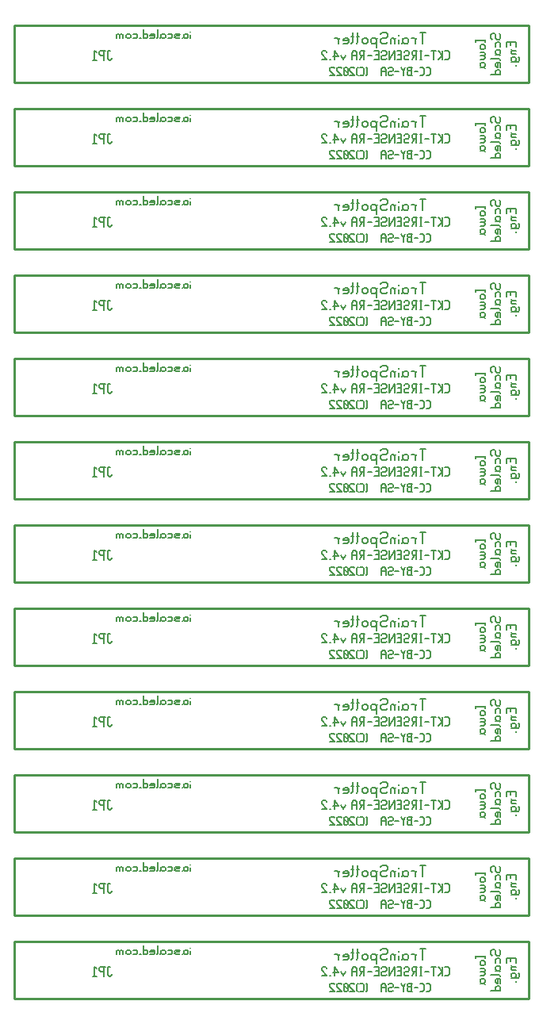
<source format=gbr>
G04 start of page 10 for group -4078 idx -4078 *
G04 Title: (unknown), bottomsilk *
G04 Creator: pcb 4.0.2 *
G04 CreationDate: Sun May 15 03:05:21 2022 UTC *
G04 For: railfan *
G04 Format: Gerber/RS-274X *
G04 PCB-Dimensions (mil): 3000.00 5500.00 *
G04 PCB-Coordinate-Origin: lower left *
%MOIN*%
%FSLAX25Y25*%
%LNBOTTOMSILK*%
%ADD51C,0.0080*%
%ADD50C,0.0100*%
G54D50*X53000Y479500D02*X269500D01*
Y455500D02*X53000D01*
Y479500D02*Y455500D01*
Y444500D02*X269500D01*
Y420500D02*X53000D01*
Y444500D02*Y420500D01*
Y409500D02*X269500D01*
Y479500D02*Y455500D01*
Y444500D02*Y420500D01*
Y409500D02*Y385500D01*
X53000D01*
Y374500D02*X269500D01*
X53000D02*Y350500D01*
Y409500D02*Y385500D01*
X269500Y350500D02*X53000D01*
X269500Y374500D02*Y350500D01*
X53000Y339500D02*X269500D01*
Y315500D02*X53000D01*
X269500Y339500D02*Y315500D01*
X53000Y339500D02*Y315500D01*
Y304500D02*X269500D01*
Y280500D02*X53000D01*
Y304500D02*Y280500D01*
Y269500D02*X269500D01*
Y245500D02*X53000D01*
Y269500D02*Y245500D01*
X269500Y304500D02*Y280500D01*
Y269500D02*Y245500D01*
X53000Y234500D02*X269500D01*
Y210500D02*X53000D01*
Y234500D02*Y210500D01*
Y199500D02*X269500D01*
Y175500D02*X53000D01*
Y199500D02*Y175500D01*
X269500Y234500D02*Y210500D01*
Y199500D02*Y175500D01*
Y164500D02*Y140500D01*
Y94500D02*Y70500D01*
X53000Y164500D02*X269500D01*
Y129500D02*Y105500D01*
Y140500D02*X53000D01*
Y164500D02*Y140500D01*
Y129500D02*X269500D01*
Y105500D02*X53000D01*
Y129500D02*Y105500D01*
Y94500D02*X269500D01*
X53000D02*Y70500D01*
X269500D02*X53000D01*
G54D51*X261800Y436000D02*Y437500D01*
X264000Y435500D02*Y437500D01*
X260000D02*X264000D01*
X260000Y435500D02*Y437500D01*
X262500Y433800D02*X264000D01*
X262500D02*X262000Y433300D01*
Y432800D02*Y433300D01*
Y432800D02*X262500Y432300D01*
X264000D01*
X262000Y434300D02*X262500Y433800D01*
X262000Y429600D02*X262500Y429100D01*
X262000Y429600D02*Y430600D01*
X262500Y431100D02*X262000Y430600D01*
X262500Y431100D02*X263500D01*
X264000Y430600D01*
Y429600D02*Y430600D01*
Y429600D02*X263500Y429100D01*
X265000Y431100D02*X265500Y430600D01*
Y429600D02*Y430600D01*
Y429600D02*X265000Y429100D01*
X262000D02*X265000D01*
X264000Y427400D02*Y427900D01*
X261800Y401000D02*Y402500D01*
X264000Y400500D02*Y402500D01*
X260000D02*X264000D01*
X260000Y400500D02*Y402500D01*
X262500Y398800D02*X264000D01*
X262500D02*X262000Y398300D01*
Y397800D02*Y398300D01*
Y397800D02*X262500Y397300D01*
X264000D01*
X262000Y399300D02*X262500Y398800D01*
X262000Y394600D02*X262500Y394100D01*
X262000Y394600D02*Y395600D01*
X262500Y396100D02*X262000Y395600D01*
X262500Y396100D02*X263500D01*
X264000Y395600D01*
Y394600D02*Y395600D01*
Y394600D02*X263500Y394100D01*
X265000Y396100D02*X265500Y395600D01*
Y394600D02*Y395600D01*
Y394600D02*X265000Y394100D01*
X262000D02*X265000D01*
X264000Y392400D02*Y392900D01*
X261800Y366000D02*Y367500D01*
X264000Y365500D02*Y367500D01*
X260000D02*X264000D01*
X260000Y365500D02*Y367500D01*
X262500Y363800D02*X264000D01*
X262500D02*X262000Y363300D01*
Y362800D02*Y363300D01*
Y362800D02*X262500Y362300D01*
X264000D01*
X262000Y364300D02*X262500Y363800D01*
X262000Y359600D02*X262500Y359100D01*
X262000Y359600D02*Y360600D01*
X262500Y361100D02*X262000Y360600D01*
X262500Y361100D02*X263500D01*
X264000Y360600D01*
Y359600D02*Y360600D01*
Y359600D02*X263500Y359100D01*
X265000Y361100D02*X265500Y360600D01*
Y359600D02*Y360600D01*
Y359600D02*X265000Y359100D01*
X262000D02*X265000D01*
X264000Y357400D02*Y357900D01*
X261800Y331000D02*Y332500D01*
X264000Y330500D02*Y332500D01*
X260000D02*X264000D01*
X260000Y330500D02*Y332500D01*
X262500Y328800D02*X264000D01*
X262500D02*X262000Y328300D01*
Y327800D02*Y328300D01*
Y327800D02*X262500Y327300D01*
X264000D01*
X262000Y329300D02*X262500Y328800D01*
X262000Y324600D02*X262500Y324100D01*
X262000Y324600D02*Y325600D01*
X262500Y326100D02*X262000Y325600D01*
X262500Y326100D02*X263500D01*
X264000Y325600D01*
Y324600D02*Y325600D01*
Y324600D02*X263500Y324100D01*
X265000Y326100D02*X265500Y325600D01*
Y324600D02*Y325600D01*
Y324600D02*X265000Y324100D01*
X262000D02*X265000D01*
X264000Y322400D02*Y322900D01*
X253500Y439000D02*X254000Y438500D01*
X253500Y439000D02*Y440500D01*
X254000Y441000D02*X253500Y440500D01*
X254000Y441000D02*X255000D01*
X255500Y440500D01*
Y439000D02*Y440500D01*
Y439000D02*X256000Y438500D01*
X257000D01*
X257500Y439000D02*X257000Y438500D01*
X257500Y439000D02*Y440500D01*
X257000Y441000D02*X257500Y440500D01*
X255500Y435300D02*Y436800D01*
X256000Y437300D02*X255500Y436800D01*
X256000Y437300D02*X257000D01*
X257500Y436800D01*
Y435300D02*Y436800D01*
X255500Y432600D02*X256000Y432100D01*
X255500Y432600D02*Y433600D01*
X256000Y434100D02*X255500Y433600D01*
X256000Y434100D02*X257000D01*
X257500Y433600D01*
X255500Y432100D02*X257000D01*
X257500Y431600D01*
Y432600D02*Y433600D01*
Y432600D02*X257000Y432100D01*
X253500Y430400D02*X257000D01*
X257500Y429900D01*
Y426900D02*Y428400D01*
X257000Y428900D02*X257500Y428400D01*
X256000Y428900D02*X257000D01*
X256000D02*X255500Y428400D01*
Y427400D02*Y428400D01*
Y427400D02*X256000Y426900D01*
X256500D02*Y428900D01*
X256000Y426900D02*X256500D01*
X253500Y423700D02*X257500D01*
Y424200D02*X257000Y423700D01*
X257500Y424200D02*Y425200D01*
X257000Y425700D02*X257500Y425200D01*
X256000Y425700D02*X257000D01*
X256000D02*X255500Y425200D01*
Y424200D02*Y425200D01*
Y424200D02*X256000Y423700D01*
X253500Y404000D02*X254000Y403500D01*
X253500Y404000D02*Y405500D01*
X254000Y406000D02*X253500Y405500D01*
X254000Y406000D02*X255000D01*
X255500Y405500D01*
Y404000D02*Y405500D01*
Y404000D02*X256000Y403500D01*
X257000D01*
X257500Y404000D02*X257000Y403500D01*
X257500Y404000D02*Y405500D01*
X257000Y406000D02*X257500Y405500D01*
X255500Y400300D02*Y401800D01*
X256000Y402300D02*X255500Y401800D01*
X256000Y402300D02*X257000D01*
X257500Y401800D01*
Y400300D02*Y401800D01*
X255500Y397600D02*X256000Y397100D01*
X255500Y397600D02*Y398600D01*
X256000Y399100D02*X255500Y398600D01*
X256000Y399100D02*X257000D01*
X257500Y398600D01*
X255500Y397100D02*X257000D01*
X257500Y396600D01*
Y397600D02*Y398600D01*
Y397600D02*X257000Y397100D01*
X253500Y395400D02*X257000D01*
X257500Y394900D01*
Y391900D02*Y393400D01*
X257000Y393900D02*X257500Y393400D01*
X256000Y393900D02*X257000D01*
X256000D02*X255500Y393400D01*
Y392400D02*Y393400D01*
Y392400D02*X256000Y391900D01*
X256500D02*Y393900D01*
X256000Y391900D02*X256500D01*
X253500Y388700D02*X257500D01*
Y389200D02*X257000Y388700D01*
X257500Y389200D02*Y390200D01*
X257000Y390700D02*X257500Y390200D01*
X256000Y390700D02*X257000D01*
X256000D02*X255500Y390200D01*
Y389200D02*Y390200D01*
Y389200D02*X256000Y388700D01*
X247000Y402500D02*Y403500D01*
Y403000D02*X251000D01*
Y402500D02*Y403500D01*
X249500Y401300D02*X250500D01*
X249500D02*X249000Y400800D01*
Y399800D02*Y400800D01*
Y399800D02*X249500Y399300D01*
X250500D01*
X251000Y399800D02*X250500Y399300D01*
X251000Y399800D02*Y400800D01*
X250500Y401300D02*X251000Y400800D01*
X249000Y398100D02*X250500D01*
X251000Y397600D01*
Y397100D02*Y397600D01*
Y397100D02*X250500Y396600D01*
X249000D02*X250500D01*
X251000Y396100D01*
Y395600D02*Y396100D01*
Y395600D02*X250500Y395100D01*
X249000D02*X250500D01*
X249000Y392400D02*X249500Y391900D01*
X249000Y392400D02*Y393400D01*
X249500Y393900D02*X249000Y393400D01*
X249500Y393900D02*X250500D01*
X251000Y393400D01*
X249000Y391900D02*X250500D01*
X251000Y391400D01*
Y392400D02*Y393400D01*
Y392400D02*X250500Y391900D01*
X253500Y369000D02*X254000Y368500D01*
X253500Y369000D02*Y370500D01*
X254000Y371000D02*X253500Y370500D01*
X254000Y371000D02*X255000D01*
X255500Y370500D01*
Y369000D02*Y370500D01*
Y369000D02*X256000Y368500D01*
X257000D01*
X257500Y369000D02*X257000Y368500D01*
X257500Y369000D02*Y370500D01*
X257000Y371000D02*X257500Y370500D01*
X255500Y365300D02*Y366800D01*
X256000Y367300D02*X255500Y366800D01*
X256000Y367300D02*X257000D01*
X257500Y366800D01*
Y365300D02*Y366800D01*
X255500Y362600D02*X256000Y362100D01*
X255500Y362600D02*Y363600D01*
X256000Y364100D02*X255500Y363600D01*
X256000Y364100D02*X257000D01*
X257500Y363600D01*
X255500Y362100D02*X257000D01*
X257500Y361600D01*
Y362600D02*Y363600D01*
Y362600D02*X257000Y362100D01*
X253500Y360400D02*X257000D01*
X257500Y359900D01*
Y356900D02*Y358400D01*
X257000Y358900D02*X257500Y358400D01*
X256000Y358900D02*X257000D01*
X256000D02*X255500Y358400D01*
Y357400D02*Y358400D01*
Y357400D02*X256000Y356900D01*
X256500D02*Y358900D01*
X256000Y356900D02*X256500D01*
X253500Y353700D02*X257500D01*
Y354200D02*X257000Y353700D01*
X257500Y354200D02*Y355200D01*
X257000Y355700D02*X257500Y355200D01*
X256000Y355700D02*X257000D01*
X256000D02*X255500Y355200D01*
Y354200D02*Y355200D01*
Y354200D02*X256000Y353700D01*
X247000Y367500D02*Y368500D01*
Y368000D02*X251000D01*
Y367500D02*Y368500D01*
X249500Y366300D02*X250500D01*
X249500D02*X249000Y365800D01*
Y364800D02*Y365800D01*
Y364800D02*X249500Y364300D01*
X250500D01*
X251000Y364800D02*X250500Y364300D01*
X251000Y364800D02*Y365800D01*
X250500Y366300D02*X251000Y365800D01*
X249000Y363100D02*X250500D01*
X251000Y362600D01*
Y362100D02*Y362600D01*
Y362100D02*X250500Y361600D01*
X249000D02*X250500D01*
X251000Y361100D01*
Y360600D02*Y361100D01*
Y360600D02*X250500Y360100D01*
X249000D02*X250500D01*
X249000Y357400D02*X249500Y356900D01*
X249000Y357400D02*Y358400D01*
X249500Y358900D02*X249000Y358400D01*
X249500Y358900D02*X250500D01*
X251000Y358400D01*
X249000Y356900D02*X250500D01*
X251000Y356400D01*
Y357400D02*Y358400D01*
Y357400D02*X250500Y356900D01*
X253500Y334000D02*X254000Y333500D01*
X253500Y334000D02*Y335500D01*
X254000Y336000D02*X253500Y335500D01*
X254000Y336000D02*X255000D01*
X255500Y335500D01*
Y334000D02*Y335500D01*
Y334000D02*X256000Y333500D01*
X257000D01*
X257500Y334000D02*X257000Y333500D01*
X257500Y334000D02*Y335500D01*
X257000Y336000D02*X257500Y335500D01*
X255500Y330300D02*Y331800D01*
X256000Y332300D02*X255500Y331800D01*
X256000Y332300D02*X257000D01*
X257500Y331800D01*
Y330300D02*Y331800D01*
X255500Y327600D02*X256000Y327100D01*
X255500Y327600D02*Y328600D01*
X256000Y329100D02*X255500Y328600D01*
X256000Y329100D02*X257000D01*
X257500Y328600D01*
X255500Y327100D02*X257000D01*
X257500Y326600D01*
Y327600D02*Y328600D01*
Y327600D02*X257000Y327100D01*
X253500Y325400D02*X257000D01*
X257500Y324900D01*
Y321900D02*Y323400D01*
X257000Y323900D02*X257500Y323400D01*
X256000Y323900D02*X257000D01*
X256000D02*X255500Y323400D01*
Y322400D02*Y323400D01*
Y322400D02*X256000Y321900D01*
X256500D02*Y323900D01*
X256000Y321900D02*X256500D01*
X253500Y318700D02*X257500D01*
Y319200D02*X257000Y318700D01*
X257500Y319200D02*Y320200D01*
X257000Y320700D02*X257500Y320200D01*
X256000Y320700D02*X257000D01*
X256000D02*X255500Y320200D01*
Y319200D02*Y320200D01*
Y319200D02*X256000Y318700D01*
X247000Y332500D02*Y333500D01*
Y333000D02*X251000D01*
Y332500D02*Y333500D01*
X249500Y331300D02*X250500D01*
X249500D02*X249000Y330800D01*
Y329800D02*Y330800D01*
Y329800D02*X249500Y329300D01*
X250500D01*
X251000Y329800D02*X250500Y329300D01*
X251000Y329800D02*Y330800D01*
X250500Y331300D02*X251000Y330800D01*
X249000Y328100D02*X250500D01*
X251000Y327600D01*
Y327100D02*Y327600D01*
Y327100D02*X250500Y326600D01*
X249000D02*X250500D01*
X251000Y326100D01*
Y325600D02*Y326100D01*
Y325600D02*X250500Y325100D01*
X249000D02*X250500D01*
X249000Y322400D02*X249500Y321900D01*
X249000Y322400D02*Y323400D01*
X249500Y323900D02*X249000Y323400D01*
X249500Y323900D02*X250500D01*
X251000Y323400D01*
X249000Y321900D02*X250500D01*
X251000Y321400D01*
Y322400D02*Y323400D01*
Y322400D02*X250500Y321900D01*
X234200Y290000D02*X235370D01*
X236000Y290630D02*X235370Y290000D01*
X236000Y290630D02*Y292970D01*
X235370Y293600D01*
X234200D02*X235370D01*
X233120Y290000D02*Y293600D01*
Y291800D02*X231320Y293600D01*
X233120Y291800D02*X231320Y290000D01*
X228440Y293600D02*X230240D01*
X229340Y290000D02*Y293600D01*
X225560Y291800D02*X227360D01*
X223580Y293600D02*X224480D01*
X224030Y290000D02*Y293600D01*
X223580Y290000D02*X224480D01*
X220700Y293600D02*X222500D01*
X220700D02*X220250Y293150D01*
Y292250D02*Y293150D01*
X220700Y291800D02*X220250Y292250D01*
X220700Y291800D02*X222050D01*
Y290000D02*Y293600D01*
X221330Y291800D02*X220250Y290000D01*
X217370Y293600D02*X216920Y293150D01*
X217370Y293600D02*X218720D01*
X219170Y293150D02*X218720Y293600D01*
X219170Y292250D02*Y293150D01*
Y292250D02*X218720Y291800D01*
X217370D02*X218720D01*
X217370D02*X216920Y291350D01*
Y290450D02*Y291350D01*
X217370Y290000D02*X216920Y290450D01*
X217370Y290000D02*X218720D01*
X219170Y290450D02*X218720Y290000D01*
X214490Y291980D02*X215840D01*
X214040Y290000D02*X215840D01*
Y293600D01*
X214040D02*X215840D01*
X212960Y290000D02*Y293600D01*
X210710Y290000D01*
Y293600D01*
X207830D02*X207380Y293150D01*
X207830Y293600D02*X209180D01*
X209630Y293150D02*X209180Y293600D01*
X209630Y292250D02*Y293150D01*
Y292250D02*X209180Y291800D01*
X207830D02*X209180D01*
X207830D02*X207380Y291350D01*
Y290450D02*Y291350D01*
X207830Y290000D02*X207380Y290450D01*
X207830Y290000D02*X209180D01*
X209630Y290450D02*X209180Y290000D01*
X204950Y291980D02*X206300D01*
X204500Y290000D02*X206300D01*
Y293600D01*
X204500D02*X206300D01*
X201620Y291800D02*X203420D01*
X198740Y293600D02*X200540D01*
X198740D02*X198290Y293150D01*
Y292250D02*Y293150D01*
X198740Y291800D02*X198290Y292250D01*
X198740Y291800D02*X200090D01*
Y290000D02*Y293600D01*
X199370Y291800D02*X198290Y290000D01*
X197210D02*Y292700D01*
X196580Y293600D01*
X195590D02*X196580D01*
X195590D02*X194960Y292700D01*
Y290000D02*Y292700D01*
Y291800D02*X197210D01*
X192260D02*X191360Y290000D01*
X190460Y291800D02*X191360Y290000D01*
X189380Y291350D02*X187580Y293600D01*
X187130Y291350D02*X189380D01*
X187580Y290000D02*Y293600D01*
X185600Y290000D02*X186050D01*
X184520Y293150D02*X184070Y293600D01*
X182720D02*X184070D01*
X182720D02*X182270Y293150D01*
Y292250D02*Y293150D01*
X184520Y290000D02*X182270Y292250D01*
Y290000D02*X184520D01*
X201500Y283900D02*X201100Y283500D01*
X201500Y286300D02*X201100Y286700D01*
X201500Y283900D02*Y286300D01*
X198540Y283500D02*X199580D01*
X200140Y284060D02*X199580Y283500D01*
X200140Y284060D02*Y286140D01*
X199580Y286700D01*
X198540D02*X199580D01*
X197580D02*X197180Y286300D01*
Y283900D02*Y286300D01*
X197580Y283500D02*X197180Y283900D01*
X196220Y286300D02*X195820Y286700D01*
X194620D02*X195820D01*
X194620D02*X194220Y286300D01*
Y285500D02*Y286300D01*
X196220Y283500D02*X194220Y285500D01*
Y283500D02*X196220D01*
X193260Y283900D02*X192860Y283500D01*
X193260Y283900D02*Y286300D01*
X192860Y286700D01*
X192060D02*X192860D01*
X192060D02*X191660Y286300D01*
Y283900D02*Y286300D01*
X192060Y283500D02*X191660Y283900D01*
X192060Y283500D02*X192860D01*
X193260Y284300D02*X191660Y285900D01*
X190700Y286300D02*X190300Y286700D01*
X189100D02*X190300D01*
X189100D02*X188700Y286300D01*
Y285500D02*Y286300D01*
X190700Y283500D02*X188700Y285500D01*
Y283500D02*X190700D01*
X187740Y286300D02*X187340Y286700D01*
X186140D02*X187340D01*
X186140D02*X185740Y286300D01*
Y285500D02*Y286300D01*
X187740Y283500D02*X185740Y285500D01*
Y283500D02*X187740D01*
X226400D02*X227440D01*
X228000Y284060D02*X227440Y283500D01*
X228000Y284060D02*Y286140D01*
X227440Y286700D01*
X226400D02*X227440D01*
X223840Y283500D02*X224880D01*
X225440Y284060D02*X224880Y283500D01*
X225440Y284060D02*Y286140D01*
X224880Y286700D01*
X223840D02*X224880D01*
X221280Y285100D02*X222880D01*
X218720Y283500D02*X220320D01*
X218720D02*X218320Y283900D01*
Y284860D01*
X218720Y285260D02*X218320Y284860D01*
X218720Y285260D02*X219920D01*
Y283500D02*Y286700D01*
X218720D02*X220320D01*
X218720D02*X218320Y286300D01*
Y285660D02*Y286300D01*
X218720Y285260D02*X218320Y285660D01*
X217360Y286700D02*X216560Y285100D01*
X215760Y286700D01*
X216560Y283500D02*Y285100D01*
X213200D02*X214800D01*
X210640Y286700D02*X210240Y286300D01*
X210640Y286700D02*X211840D01*
X212240Y286300D02*X211840Y286700D01*
X212240Y285500D02*Y286300D01*
Y285500D02*X211840Y285100D01*
X210640D02*X211840D01*
X210640D02*X210240Y284700D01*
Y283900D02*Y284700D01*
X210640Y283500D02*X210240Y283900D01*
X210640Y283500D02*X211840D01*
X212240Y283900D02*X211840Y283500D01*
X209280D02*Y285900D01*
X208720Y286700D01*
X207840D02*X208720D01*
X207840D02*X207280Y285900D01*
Y283500D02*Y285900D01*
Y285100D02*X209280D01*
X223717Y266380D02*X225957D01*
X224837Y261900D02*Y266380D01*
X221813Y261900D02*Y263580D01*
X221253Y264140D01*
X220133D02*X221253D01*
X222373D02*X221813Y263580D01*
X217109Y264140D02*X216549Y263580D01*
X217109Y264140D02*X218229D01*
X218789Y263580D02*X218229Y264140D01*
X218789Y262460D02*Y263580D01*
Y262460D02*X218229Y261900D01*
X216549Y262460D02*Y264140D01*
Y262460D02*X215989Y261900D01*
X217109D02*X218229D01*
X217109D02*X216549Y262460D01*
X214645Y265148D02*Y265260D01*
Y261900D02*Y263580D01*
X212965Y261900D02*Y263580D01*
X212405Y264140D01*
X211845D02*X212405D01*
X211845D02*X211285Y263580D01*
Y261900D02*Y263580D01*
X213525Y264140D02*X212965Y263580D01*
X207701Y266380D02*X207141Y265820D01*
X207701Y266380D02*X209381D01*
X209941Y265820D02*X209381Y266380D01*
X209941Y264700D02*Y265820D01*
Y264700D02*X209381Y264140D01*
X207701D02*X209381D01*
X207701D02*X207141Y263580D01*
Y262460D02*Y263580D01*
X207701Y261900D02*X207141Y262460D01*
X207701Y261900D02*X209381D01*
X209941Y262460D02*X209381Y261900D01*
X205237Y260220D02*Y263580D01*
X205797Y264140D02*X205237Y263580D01*
X204677Y264140D01*
X203557D02*X204677D01*
X203557D02*X202997Y263580D01*
Y262460D02*Y263580D01*
X203557Y261900D02*X202997Y262460D01*
X203557Y261900D02*X204677D01*
X205237Y262460D02*X204677Y261900D01*
X201653Y262460D02*Y263580D01*
X201093Y264140D01*
X199973D02*X201093D01*
X199973D02*X199413Y263580D01*
Y262460D02*Y263580D01*
X199973Y261900D02*X199413Y262460D01*
X199973Y261900D02*X201093D01*
X201653Y262460D02*X201093Y261900D01*
X197509Y262460D02*Y266380D01*
Y262460D02*X196949Y261900D01*
Y264700D02*X198069D01*
X195269Y262460D02*Y266380D01*
Y262460D02*X194709Y261900D01*
Y264700D02*X195829D01*
X191349Y261900D02*X193029D01*
X193589Y262460D02*X193029Y261900D01*
X193589Y262460D02*Y263580D01*
X193029Y264140D01*
X191909D02*X193029D01*
X191909D02*X191349Y263580D01*
Y263020D02*X193589D01*
X191349D02*Y263580D01*
X189445Y261900D02*Y263580D01*
X188885Y264140D01*
X187765D02*X188885D01*
X190005D02*X189445Y263580D01*
X234200Y255000D02*X235370D01*
X236000Y255630D02*X235370Y255000D01*
X236000Y255630D02*Y257970D01*
X235370Y258600D01*
X234200D02*X235370D01*
X233120Y255000D02*Y258600D01*
Y256800D02*X231320Y258600D01*
X233120Y256800D02*X231320Y255000D01*
X228440Y258600D02*X230240D01*
X229340Y255000D02*Y258600D01*
X225560Y256800D02*X227360D01*
X223580Y258600D02*X224480D01*
X224030Y255000D02*Y258600D01*
X223580Y255000D02*X224480D01*
X220700Y258600D02*X222500D01*
X220700D02*X220250Y258150D01*
Y257250D02*Y258150D01*
X220700Y256800D02*X220250Y257250D01*
X220700Y256800D02*X222050D01*
Y255000D02*Y258600D01*
X221330Y256800D02*X220250Y255000D01*
X217370Y258600D02*X216920Y258150D01*
X217370Y258600D02*X218720D01*
X219170Y258150D02*X218720Y258600D01*
X219170Y257250D02*Y258150D01*
Y257250D02*X218720Y256800D01*
X217370D02*X218720D01*
X217370D02*X216920Y256350D01*
Y255450D02*Y256350D01*
X217370Y255000D02*X216920Y255450D01*
X217370Y255000D02*X218720D01*
X219170Y255450D02*X218720Y255000D01*
X214490Y256980D02*X215840D01*
X214040Y255000D02*X215840D01*
Y258600D01*
X214040D02*X215840D01*
X212960Y255000D02*Y258600D01*
X210710Y255000D01*
Y258600D01*
X207830D02*X207380Y258150D01*
X207830Y258600D02*X209180D01*
X209630Y258150D02*X209180Y258600D01*
X209630Y257250D02*Y258150D01*
Y257250D02*X209180Y256800D01*
X207830D02*X209180D01*
X207830D02*X207380Y256350D01*
Y255450D02*Y256350D01*
X207830Y255000D02*X207380Y255450D01*
X207830Y255000D02*X209180D01*
X209630Y255450D02*X209180Y255000D01*
X204950Y256980D02*X206300D01*
X204500Y255000D02*X206300D01*
Y258600D01*
X204500D02*X206300D01*
X201620Y256800D02*X203420D01*
X198740Y258600D02*X200540D01*
X198740D02*X198290Y258150D01*
Y257250D02*Y258150D01*
X198740Y256800D02*X198290Y257250D01*
X198740Y256800D02*X200090D01*
Y255000D02*Y258600D01*
X199370Y256800D02*X198290Y255000D01*
X197210D02*Y257700D01*
X196580Y258600D01*
X195590D02*X196580D01*
X195590D02*X194960Y257700D01*
Y255000D02*Y257700D01*
Y256800D02*X197210D01*
X192260D02*X191360Y255000D01*
X190460Y256800D02*X191360Y255000D01*
X189380Y256350D02*X187580Y258600D01*
X187130Y256350D02*X189380D01*
X187580Y255000D02*Y258600D01*
X185600Y255000D02*X186050D01*
X184520Y258150D02*X184070Y258600D01*
X182720D02*X184070D01*
X182720D02*X182270Y258150D01*
Y257250D02*Y258150D01*
X184520Y255000D02*X182270Y257250D01*
Y255000D02*X184520D01*
X201500Y248900D02*X201100Y248500D01*
X201500Y251300D02*X201100Y251700D01*
X201500Y248900D02*Y251300D01*
X198540Y248500D02*X199580D01*
X200140Y249060D02*X199580Y248500D01*
X200140Y249060D02*Y251140D01*
X199580Y251700D01*
X198540D02*X199580D01*
X197580D02*X197180Y251300D01*
Y248900D02*Y251300D01*
X197580Y248500D02*X197180Y248900D01*
X196220Y251300D02*X195820Y251700D01*
X194620D02*X195820D01*
X194620D02*X194220Y251300D01*
Y250500D02*Y251300D01*
X196220Y248500D02*X194220Y250500D01*
Y248500D02*X196220D01*
X193260Y248900D02*X192860Y248500D01*
X193260Y248900D02*Y251300D01*
X192860Y251700D01*
X192060D02*X192860D01*
X192060D02*X191660Y251300D01*
Y248900D02*Y251300D01*
X192060Y248500D02*X191660Y248900D01*
X192060Y248500D02*X192860D01*
X193260Y249300D02*X191660Y250900D01*
X190700Y251300D02*X190300Y251700D01*
X189100D02*X190300D01*
X189100D02*X188700Y251300D01*
Y250500D02*Y251300D01*
X190700Y248500D02*X188700Y250500D01*
Y248500D02*X190700D01*
X187740Y251300D02*X187340Y251700D01*
X186140D02*X187340D01*
X186140D02*X185740Y251300D01*
Y250500D02*Y251300D01*
X187740Y248500D02*X185740Y250500D01*
Y248500D02*X187740D01*
X226400D02*X227440D01*
X228000Y249060D02*X227440Y248500D01*
X228000Y249060D02*Y251140D01*
X227440Y251700D01*
X226400D02*X227440D01*
X223840Y248500D02*X224880D01*
X225440Y249060D02*X224880Y248500D01*
X225440Y249060D02*Y251140D01*
X224880Y251700D01*
X223840D02*X224880D01*
X221280Y250100D02*X222880D01*
X218720Y248500D02*X220320D01*
X218720D02*X218320Y248900D01*
Y249860D01*
X218720Y250260D02*X218320Y249860D01*
X218720Y250260D02*X219920D01*
Y248500D02*Y251700D01*
X218720D02*X220320D01*
X218720D02*X218320Y251300D01*
Y250660D02*Y251300D01*
X218720Y250260D02*X218320Y250660D01*
X217360Y251700D02*X216560Y250100D01*
X215760Y251700D01*
X216560Y248500D02*Y250100D01*
X213200D02*X214800D01*
X210640Y251700D02*X210240Y251300D01*
X210640Y251700D02*X211840D01*
X212240Y251300D02*X211840Y251700D01*
X212240Y250500D02*Y251300D01*
Y250500D02*X211840Y250100D01*
X210640D02*X211840D01*
X210640D02*X210240Y249700D01*
Y248900D02*Y249700D01*
X210640Y248500D02*X210240Y248900D01*
X210640Y248500D02*X211840D01*
X212240Y248900D02*X211840Y248500D01*
X209280D02*Y250900D01*
X208720Y251700D01*
X207840D02*X208720D01*
X207840D02*X207280Y250900D01*
Y248500D02*Y250900D01*
Y250100D02*X209280D01*
X223717Y231380D02*X225957D01*
X224837Y226900D02*Y231380D01*
X221813Y226900D02*Y228580D01*
X221253Y229140D01*
X220133D02*X221253D01*
X222373D02*X221813Y228580D01*
X217109Y229140D02*X216549Y228580D01*
X217109Y229140D02*X218229D01*
X218789Y228580D02*X218229Y229140D01*
X218789Y227460D02*Y228580D01*
Y227460D02*X218229Y226900D01*
X216549Y227460D02*Y229140D01*
Y227460D02*X215989Y226900D01*
X217109D02*X218229D01*
X217109D02*X216549Y227460D01*
X214645Y230148D02*Y230260D01*
Y226900D02*Y228580D01*
X212965Y226900D02*Y228580D01*
X212405Y229140D01*
X211845D02*X212405D01*
X211845D02*X211285Y228580D01*
Y226900D02*Y228580D01*
X213525Y229140D02*X212965Y228580D01*
X207701Y231380D02*X207141Y230820D01*
X207701Y231380D02*X209381D01*
X209941Y230820D02*X209381Y231380D01*
X209941Y229700D02*Y230820D01*
Y229700D02*X209381Y229140D01*
X207701D02*X209381D01*
X207701D02*X207141Y228580D01*
Y227460D02*Y228580D01*
X207701Y226900D02*X207141Y227460D01*
X207701Y226900D02*X209381D01*
X209941Y227460D02*X209381Y226900D01*
X205237Y225220D02*Y228580D01*
X205797Y229140D02*X205237Y228580D01*
X204677Y229140D01*
X203557D02*X204677D01*
X203557D02*X202997Y228580D01*
Y227460D02*Y228580D01*
X203557Y226900D02*X202997Y227460D01*
X203557Y226900D02*X204677D01*
X205237Y227460D02*X204677Y226900D01*
X201653Y227460D02*Y228580D01*
X201093Y229140D01*
X199973D02*X201093D01*
X199973D02*X199413Y228580D01*
Y227460D02*Y228580D01*
X199973Y226900D02*X199413Y227460D01*
X199973Y226900D02*X201093D01*
X201653Y227460D02*X201093Y226900D01*
X197509Y227460D02*Y231380D01*
Y227460D02*X196949Y226900D01*
Y229700D02*X198069D01*
X195269Y227460D02*Y231380D01*
Y227460D02*X194709Y226900D01*
Y229700D02*X195829D01*
X191349Y226900D02*X193029D01*
X193589Y227460D02*X193029Y226900D01*
X193589Y227460D02*Y228580D01*
X193029Y229140D01*
X191909D02*X193029D01*
X191909D02*X191349Y228580D01*
Y228020D02*X193589D01*
X191349D02*Y228580D01*
X189445Y226900D02*Y228580D01*
X188885Y229140D01*
X187765D02*X188885D01*
X190005D02*X189445Y228580D01*
X234200Y220000D02*X235370D01*
X236000Y220630D02*X235370Y220000D01*
X236000Y220630D02*Y222970D01*
X235370Y223600D01*
X234200D02*X235370D01*
X233120Y220000D02*Y223600D01*
Y221800D02*X231320Y223600D01*
X233120Y221800D02*X231320Y220000D01*
X228440Y223600D02*X230240D01*
X229340Y220000D02*Y223600D01*
X225560Y221800D02*X227360D01*
X223580Y223600D02*X224480D01*
X224030Y220000D02*Y223600D01*
X223580Y220000D02*X224480D01*
X220700Y223600D02*X222500D01*
X220700D02*X220250Y223150D01*
Y222250D02*Y223150D01*
X220700Y221800D02*X220250Y222250D01*
X220700Y221800D02*X222050D01*
Y220000D02*Y223600D01*
X221330Y221800D02*X220250Y220000D01*
X217370Y223600D02*X216920Y223150D01*
X217370Y223600D02*X218720D01*
X219170Y223150D02*X218720Y223600D01*
X219170Y222250D02*Y223150D01*
Y222250D02*X218720Y221800D01*
X217370D02*X218720D01*
X217370D02*X216920Y221350D01*
Y220450D02*Y221350D01*
X217370Y220000D02*X216920Y220450D01*
X217370Y220000D02*X218720D01*
X219170Y220450D02*X218720Y220000D01*
X214490Y221980D02*X215840D01*
X214040Y220000D02*X215840D01*
Y223600D01*
X214040D02*X215840D01*
X212960Y220000D02*Y223600D01*
X210710Y220000D01*
Y223600D01*
X207830D02*X207380Y223150D01*
X207830Y223600D02*X209180D01*
X209630Y223150D02*X209180Y223600D01*
X209630Y222250D02*Y223150D01*
Y222250D02*X209180Y221800D01*
X207830D02*X209180D01*
X207830D02*X207380Y221350D01*
Y220450D02*Y221350D01*
X207830Y220000D02*X207380Y220450D01*
X207830Y220000D02*X209180D01*
X209630Y220450D02*X209180Y220000D01*
X204950Y221980D02*X206300D01*
X204500Y220000D02*X206300D01*
Y223600D01*
X204500D02*X206300D01*
X201620Y221800D02*X203420D01*
X198740Y223600D02*X200540D01*
X198740D02*X198290Y223150D01*
Y222250D02*Y223150D01*
X198740Y221800D02*X198290Y222250D01*
X198740Y221800D02*X200090D01*
Y220000D02*Y223600D01*
X199370Y221800D02*X198290Y220000D01*
X197210D02*Y222700D01*
X196580Y223600D01*
X195590D02*X196580D01*
X195590D02*X194960Y222700D01*
Y220000D02*Y222700D01*
Y221800D02*X197210D01*
X192260D02*X191360Y220000D01*
X190460Y221800D02*X191360Y220000D01*
X189380Y221350D02*X187580Y223600D01*
X187130Y221350D02*X189380D01*
X187580Y220000D02*Y223600D01*
X185600Y220000D02*X186050D01*
X184520Y223150D02*X184070Y223600D01*
X182720D02*X184070D01*
X182720D02*X182270Y223150D01*
Y222250D02*Y223150D01*
X184520Y220000D02*X182270Y222250D01*
Y220000D02*X184520D01*
X201500Y213900D02*X201100Y213500D01*
X201500Y216300D02*X201100Y216700D01*
X201500Y213900D02*Y216300D01*
X198540Y213500D02*X199580D01*
X200140Y214060D02*X199580Y213500D01*
X200140Y214060D02*Y216140D01*
X199580Y216700D01*
X198540D02*X199580D01*
X197580D02*X197180Y216300D01*
Y213900D02*Y216300D01*
X197580Y213500D02*X197180Y213900D01*
X196220Y216300D02*X195820Y216700D01*
X194620D02*X195820D01*
X194620D02*X194220Y216300D01*
Y215500D02*Y216300D01*
X196220Y213500D02*X194220Y215500D01*
Y213500D02*X196220D01*
X193260Y213900D02*X192860Y213500D01*
X193260Y213900D02*Y216300D01*
X192860Y216700D01*
X192060D02*X192860D01*
X192060D02*X191660Y216300D01*
Y213900D02*Y216300D01*
X192060Y213500D02*X191660Y213900D01*
X192060Y213500D02*X192860D01*
X193260Y214300D02*X191660Y215900D01*
X190700Y216300D02*X190300Y216700D01*
X189100D02*X190300D01*
X189100D02*X188700Y216300D01*
Y215500D02*Y216300D01*
X190700Y213500D02*X188700Y215500D01*
Y213500D02*X190700D01*
X187740Y216300D02*X187340Y216700D01*
X186140D02*X187340D01*
X186140D02*X185740Y216300D01*
Y215500D02*Y216300D01*
X187740Y213500D02*X185740Y215500D01*
Y213500D02*X187740D01*
X226400D02*X227440D01*
X228000Y214060D02*X227440Y213500D01*
X228000Y214060D02*Y216140D01*
X227440Y216700D01*
X226400D02*X227440D01*
X223840Y213500D02*X224880D01*
X225440Y214060D02*X224880Y213500D01*
X225440Y214060D02*Y216140D01*
X224880Y216700D01*
X223840D02*X224880D01*
X221280Y215100D02*X222880D01*
X218720Y213500D02*X220320D01*
X218720D02*X218320Y213900D01*
Y214860D01*
X218720Y215260D02*X218320Y214860D01*
X218720Y215260D02*X219920D01*
Y213500D02*Y216700D01*
X218720D02*X220320D01*
X218720D02*X218320Y216300D01*
Y215660D02*Y216300D01*
X218720Y215260D02*X218320Y215660D01*
X217360Y216700D02*X216560Y215100D01*
X215760Y216700D01*
X216560Y213500D02*Y215100D01*
X213200D02*X214800D01*
X210640Y216700D02*X210240Y216300D01*
X210640Y216700D02*X211840D01*
X212240Y216300D02*X211840Y216700D01*
X212240Y215500D02*Y216300D01*
Y215500D02*X211840Y215100D01*
X210640D02*X211840D01*
X210640D02*X210240Y214700D01*
Y213900D02*Y214700D01*
X210640Y213500D02*X210240Y213900D01*
X210640Y213500D02*X211840D01*
X212240Y213900D02*X211840Y213500D01*
X209280D02*Y215900D01*
X208720Y216700D01*
X207840D02*X208720D01*
X207840D02*X207280Y215900D01*
Y213500D02*Y215900D01*
Y215100D02*X209280D01*
X223717Y196380D02*X225957D01*
X224837Y191900D02*Y196380D01*
X221813Y191900D02*Y193580D01*
X221253Y194140D01*
X220133D02*X221253D01*
X222373D02*X221813Y193580D01*
X217109Y194140D02*X216549Y193580D01*
X217109Y194140D02*X218229D01*
X218789Y193580D02*X218229Y194140D01*
X218789Y192460D02*Y193580D01*
Y192460D02*X218229Y191900D01*
X216549Y192460D02*Y194140D01*
Y192460D02*X215989Y191900D01*
X217109D02*X218229D01*
X217109D02*X216549Y192460D01*
X214645Y195148D02*Y195260D01*
Y191900D02*Y193580D01*
X212965Y191900D02*Y193580D01*
X212405Y194140D01*
X211845D02*X212405D01*
X211845D02*X211285Y193580D01*
Y191900D02*Y193580D01*
X213525Y194140D02*X212965Y193580D01*
X207701Y196380D02*X207141Y195820D01*
X207701Y196380D02*X209381D01*
X209941Y195820D02*X209381Y196380D01*
X209941Y194700D02*Y195820D01*
Y194700D02*X209381Y194140D01*
X207701D02*X209381D01*
X207701D02*X207141Y193580D01*
Y192460D02*Y193580D01*
X207701Y191900D02*X207141Y192460D01*
X207701Y191900D02*X209381D01*
X209941Y192460D02*X209381Y191900D01*
X205237Y190220D02*Y193580D01*
X205797Y194140D02*X205237Y193580D01*
X204677Y194140D01*
X203557D02*X204677D01*
X203557D02*X202997Y193580D01*
Y192460D02*Y193580D01*
X203557Y191900D02*X202997Y192460D01*
X203557Y191900D02*X204677D01*
X205237Y192460D02*X204677Y191900D01*
X201653Y192460D02*Y193580D01*
X201093Y194140D01*
X199973D02*X201093D01*
X199973D02*X199413Y193580D01*
Y192460D02*Y193580D01*
X199973Y191900D02*X199413Y192460D01*
X199973Y191900D02*X201093D01*
X201653Y192460D02*X201093Y191900D01*
X197509Y192460D02*Y196380D01*
Y192460D02*X196949Y191900D01*
Y194700D02*X198069D01*
X195269Y192460D02*Y196380D01*
Y192460D02*X194709Y191900D01*
Y194700D02*X195829D01*
X191349Y191900D02*X193029D01*
X193589Y192460D02*X193029Y191900D01*
X193589Y192460D02*Y193580D01*
X193029Y194140D01*
X191909D02*X193029D01*
X191909D02*X191349Y193580D01*
Y193020D02*X193589D01*
X191349D02*Y193580D01*
X189445Y191900D02*Y193580D01*
X188885Y194140D01*
X187765D02*X188885D01*
X190005D02*X189445Y193580D01*
X234200Y185000D02*X235370D01*
X236000Y185630D02*X235370Y185000D01*
X236000Y185630D02*Y187970D01*
X235370Y188600D01*
X234200D02*X235370D01*
X233120Y185000D02*Y188600D01*
Y186800D02*X231320Y188600D01*
X233120Y186800D02*X231320Y185000D01*
X228440Y188600D02*X230240D01*
X229340Y185000D02*Y188600D01*
X225560Y186800D02*X227360D01*
X223580Y188600D02*X224480D01*
X224030Y185000D02*Y188600D01*
X223580Y185000D02*X224480D01*
X220700Y188600D02*X222500D01*
X220700D02*X220250Y188150D01*
Y187250D02*Y188150D01*
X220700Y186800D02*X220250Y187250D01*
X220700Y186800D02*X222050D01*
Y185000D02*Y188600D01*
X221330Y186800D02*X220250Y185000D01*
X217370Y188600D02*X216920Y188150D01*
X217370Y188600D02*X218720D01*
X219170Y188150D02*X218720Y188600D01*
X219170Y187250D02*Y188150D01*
Y187250D02*X218720Y186800D01*
X217370D02*X218720D01*
X217370D02*X216920Y186350D01*
Y185450D02*Y186350D01*
X217370Y185000D02*X216920Y185450D01*
X217370Y185000D02*X218720D01*
X219170Y185450D02*X218720Y185000D01*
X214490Y186980D02*X215840D01*
X214040Y185000D02*X215840D01*
Y188600D01*
X214040D02*X215840D01*
X212960Y185000D02*Y188600D01*
X210710Y185000D01*
Y188600D01*
X207830D02*X207380Y188150D01*
X207830Y188600D02*X209180D01*
X209630Y188150D02*X209180Y188600D01*
X209630Y187250D02*Y188150D01*
Y187250D02*X209180Y186800D01*
X207830D02*X209180D01*
X207830D02*X207380Y186350D01*
Y185450D02*Y186350D01*
X207830Y185000D02*X207380Y185450D01*
X207830Y185000D02*X209180D01*
X209630Y185450D02*X209180Y185000D01*
X204950Y186980D02*X206300D01*
X204500Y185000D02*X206300D01*
Y188600D01*
X204500D02*X206300D01*
X201620Y186800D02*X203420D01*
X198740Y188600D02*X200540D01*
X198740D02*X198290Y188150D01*
Y187250D02*Y188150D01*
X198740Y186800D02*X198290Y187250D01*
X198740Y186800D02*X200090D01*
Y185000D02*Y188600D01*
X199370Y186800D02*X198290Y185000D01*
X197210D02*Y187700D01*
X196580Y188600D01*
X195590D02*X196580D01*
X195590D02*X194960Y187700D01*
Y185000D02*Y187700D01*
Y186800D02*X197210D01*
X192260D02*X191360Y185000D01*
X190460Y186800D02*X191360Y185000D01*
X189380Y186350D02*X187580Y188600D01*
X187130Y186350D02*X189380D01*
X187580Y185000D02*Y188600D01*
X185600Y185000D02*X186050D01*
X184520Y188150D02*X184070Y188600D01*
X182720D02*X184070D01*
X182720D02*X182270Y188150D01*
Y187250D02*Y188150D01*
X184520Y185000D02*X182270Y187250D01*
Y185000D02*X184520D01*
X201500Y178900D02*X201100Y178500D01*
X201500Y181300D02*X201100Y181700D01*
X201500Y178900D02*Y181300D01*
X198540Y178500D02*X199580D01*
X200140Y179060D02*X199580Y178500D01*
X200140Y179060D02*Y181140D01*
X199580Y181700D01*
X198540D02*X199580D01*
X197580D02*X197180Y181300D01*
Y178900D02*Y181300D01*
X197580Y178500D02*X197180Y178900D01*
X196220Y181300D02*X195820Y181700D01*
X194620D02*X195820D01*
X194620D02*X194220Y181300D01*
Y180500D02*Y181300D01*
X196220Y178500D02*X194220Y180500D01*
Y178500D02*X196220D01*
X193260Y178900D02*X192860Y178500D01*
X193260Y178900D02*Y181300D01*
X192860Y181700D01*
X192060D02*X192860D01*
X192060D02*X191660Y181300D01*
Y178900D02*Y181300D01*
X192060Y178500D02*X191660Y178900D01*
X192060Y178500D02*X192860D01*
X193260Y179300D02*X191660Y180900D01*
X190700Y181300D02*X190300Y181700D01*
X189100D02*X190300D01*
X189100D02*X188700Y181300D01*
Y180500D02*Y181300D01*
X190700Y178500D02*X188700Y180500D01*
Y178500D02*X190700D01*
X187740Y181300D02*X187340Y181700D01*
X186140D02*X187340D01*
X186140D02*X185740Y181300D01*
Y180500D02*Y181300D01*
X187740Y178500D02*X185740Y180500D01*
Y178500D02*X187740D01*
X226400D02*X227440D01*
X228000Y179060D02*X227440Y178500D01*
X228000Y179060D02*Y181140D01*
X227440Y181700D01*
X226400D02*X227440D01*
X223840Y178500D02*X224880D01*
X225440Y179060D02*X224880Y178500D01*
X225440Y179060D02*Y181140D01*
X224880Y181700D01*
X223840D02*X224880D01*
X221280Y180100D02*X222880D01*
X218720Y178500D02*X220320D01*
X218720D02*X218320Y178900D01*
Y179860D01*
X218720Y180260D02*X218320Y179860D01*
X218720Y180260D02*X219920D01*
Y178500D02*Y181700D01*
X218720D02*X220320D01*
X218720D02*X218320Y181300D01*
Y180660D02*Y181300D01*
X218720Y180260D02*X218320Y180660D01*
X217360Y181700D02*X216560Y180100D01*
X215760Y181700D01*
X216560Y178500D02*Y180100D01*
X213200D02*X214800D01*
X210640Y181700D02*X210240Y181300D01*
X210640Y181700D02*X211840D01*
X212240Y181300D02*X211840Y181700D01*
X212240Y180500D02*Y181300D01*
Y180500D02*X211840Y180100D01*
X210640D02*X211840D01*
X210640D02*X210240Y179700D01*
Y178900D02*Y179700D01*
X210640Y178500D02*X210240Y178900D01*
X210640Y178500D02*X211840D01*
X212240Y178900D02*X211840Y178500D01*
X209280D02*Y180900D01*
X208720Y181700D01*
X207840D02*X208720D01*
X207840D02*X207280Y180900D01*
Y178500D02*Y180900D01*
Y180100D02*X209280D01*
X223717Y161380D02*X225957D01*
X224837Y156900D02*Y161380D01*
X221813Y156900D02*Y158580D01*
X221253Y159140D01*
X220133D02*X221253D01*
X222373D02*X221813Y158580D01*
X217109Y159140D02*X216549Y158580D01*
X217109Y159140D02*X218229D01*
X218789Y158580D02*X218229Y159140D01*
X218789Y157460D02*Y158580D01*
Y157460D02*X218229Y156900D01*
X216549Y157460D02*Y159140D01*
Y157460D02*X215989Y156900D01*
X217109D02*X218229D01*
X217109D02*X216549Y157460D01*
X214645Y160148D02*Y160260D01*
Y156900D02*Y158580D01*
X212965Y156900D02*Y158580D01*
X212405Y159140D01*
X211845D02*X212405D01*
X211845D02*X211285Y158580D01*
Y156900D02*Y158580D01*
X213525Y159140D02*X212965Y158580D01*
X207701Y161380D02*X207141Y160820D01*
X207701Y161380D02*X209381D01*
X209941Y160820D02*X209381Y161380D01*
X209941Y159700D02*Y160820D01*
Y159700D02*X209381Y159140D01*
X207701D02*X209381D01*
X207701D02*X207141Y158580D01*
Y157460D02*Y158580D01*
X207701Y156900D02*X207141Y157460D01*
X207701Y156900D02*X209381D01*
X209941Y157460D02*X209381Y156900D01*
X205237Y155220D02*Y158580D01*
X205797Y159140D02*X205237Y158580D01*
X204677Y159140D01*
X203557D02*X204677D01*
X203557D02*X202997Y158580D01*
Y157460D02*Y158580D01*
X203557Y156900D02*X202997Y157460D01*
X203557Y156900D02*X204677D01*
X205237Y157460D02*X204677Y156900D01*
X201653Y157460D02*Y158580D01*
X201093Y159140D01*
X199973D02*X201093D01*
X199973D02*X199413Y158580D01*
Y157460D02*Y158580D01*
X199973Y156900D02*X199413Y157460D01*
X199973Y156900D02*X201093D01*
X201653Y157460D02*X201093Y156900D01*
X197509Y157460D02*Y161380D01*
Y157460D02*X196949Y156900D01*
Y159700D02*X198069D01*
X195269Y157460D02*Y161380D01*
Y157460D02*X194709Y156900D01*
Y159700D02*X195829D01*
X191349Y156900D02*X193029D01*
X193589Y157460D02*X193029Y156900D01*
X193589Y157460D02*Y158580D01*
X193029Y159140D01*
X191909D02*X193029D01*
X191909D02*X191349Y158580D01*
Y158020D02*X193589D01*
X191349D02*Y158580D01*
X189445Y156900D02*Y158580D01*
X188885Y159140D01*
X187765D02*X188885D01*
X190005D02*X189445Y158580D01*
X234200Y150000D02*X235370D01*
X236000Y150630D02*X235370Y150000D01*
X236000Y150630D02*Y152970D01*
X235370Y153600D01*
X234200D02*X235370D01*
X233120Y150000D02*Y153600D01*
Y151800D02*X231320Y153600D01*
X233120Y151800D02*X231320Y150000D01*
X228440Y153600D02*X230240D01*
X229340Y150000D02*Y153600D01*
X225560Y151800D02*X227360D01*
X223580Y153600D02*X224480D01*
X224030Y150000D02*Y153600D01*
X223580Y150000D02*X224480D01*
X220700Y153600D02*X222500D01*
X220700D02*X220250Y153150D01*
Y152250D02*Y153150D01*
X220700Y151800D02*X220250Y152250D01*
X220700Y151800D02*X222050D01*
Y150000D02*Y153600D01*
X221330Y151800D02*X220250Y150000D01*
X217370Y153600D02*X216920Y153150D01*
X217370Y153600D02*X218720D01*
X219170Y153150D02*X218720Y153600D01*
X219170Y152250D02*Y153150D01*
Y152250D02*X218720Y151800D01*
X217370D02*X218720D01*
X217370D02*X216920Y151350D01*
Y150450D02*Y151350D01*
X217370Y150000D02*X216920Y150450D01*
X217370Y150000D02*X218720D01*
X219170Y150450D02*X218720Y150000D01*
X214490Y151980D02*X215840D01*
X214040Y150000D02*X215840D01*
Y153600D01*
X214040D02*X215840D01*
X212960Y150000D02*Y153600D01*
X210710Y150000D01*
Y153600D01*
X207830D02*X207380Y153150D01*
X207830Y153600D02*X209180D01*
X209630Y153150D02*X209180Y153600D01*
X209630Y152250D02*Y153150D01*
Y152250D02*X209180Y151800D01*
X207830D02*X209180D01*
X207830D02*X207380Y151350D01*
Y150450D02*Y151350D01*
X207830Y150000D02*X207380Y150450D01*
X207830Y150000D02*X209180D01*
X209630Y150450D02*X209180Y150000D01*
X204950Y151980D02*X206300D01*
X204500Y150000D02*X206300D01*
Y153600D01*
X204500D02*X206300D01*
X201620Y151800D02*X203420D01*
X198740Y153600D02*X200540D01*
X198740D02*X198290Y153150D01*
Y152250D02*Y153150D01*
X198740Y151800D02*X198290Y152250D01*
X198740Y151800D02*X200090D01*
Y150000D02*Y153600D01*
X199370Y151800D02*X198290Y150000D01*
X197210D02*Y152700D01*
X196580Y153600D01*
X195590D02*X196580D01*
X195590D02*X194960Y152700D01*
Y150000D02*Y152700D01*
Y151800D02*X197210D01*
X192260D02*X191360Y150000D01*
X190460Y151800D02*X191360Y150000D01*
X189380Y151350D02*X187580Y153600D01*
X187130Y151350D02*X189380D01*
X187580Y150000D02*Y153600D01*
X185600Y150000D02*X186050D01*
X184520Y153150D02*X184070Y153600D01*
X182720D02*X184070D01*
X182720D02*X182270Y153150D01*
Y152250D02*Y153150D01*
X184520Y150000D02*X182270Y152250D01*
Y150000D02*X184520D01*
X201500Y143900D02*X201100Y143500D01*
X201500Y146300D02*X201100Y146700D01*
X201500Y143900D02*Y146300D01*
X198540Y143500D02*X199580D01*
X200140Y144060D02*X199580Y143500D01*
X200140Y144060D02*Y146140D01*
X199580Y146700D01*
X198540D02*X199580D01*
X197580D02*X197180Y146300D01*
Y143900D02*Y146300D01*
X197580Y143500D02*X197180Y143900D01*
X196220Y146300D02*X195820Y146700D01*
X194620D02*X195820D01*
X194620D02*X194220Y146300D01*
Y145500D02*Y146300D01*
X196220Y143500D02*X194220Y145500D01*
Y143500D02*X196220D01*
X193260Y143900D02*X192860Y143500D01*
X193260Y143900D02*Y146300D01*
X192860Y146700D01*
X192060D02*X192860D01*
X192060D02*X191660Y146300D01*
Y143900D02*Y146300D01*
X192060Y143500D02*X191660Y143900D01*
X192060Y143500D02*X192860D01*
X193260Y144300D02*X191660Y145900D01*
X190700Y146300D02*X190300Y146700D01*
X189100D02*X190300D01*
X189100D02*X188700Y146300D01*
Y145500D02*Y146300D01*
X190700Y143500D02*X188700Y145500D01*
Y143500D02*X190700D01*
X187740Y146300D02*X187340Y146700D01*
X186140D02*X187340D01*
X186140D02*X185740Y146300D01*
Y145500D02*Y146300D01*
X187740Y143500D02*X185740Y145500D01*
Y143500D02*X187740D01*
X226400D02*X227440D01*
X228000Y144060D02*X227440Y143500D01*
X228000Y144060D02*Y146140D01*
X227440Y146700D01*
X226400D02*X227440D01*
X223840Y143500D02*X224880D01*
X225440Y144060D02*X224880Y143500D01*
X225440Y144060D02*Y146140D01*
X224880Y146700D01*
X223840D02*X224880D01*
X221280Y145100D02*X222880D01*
X218720Y143500D02*X220320D01*
X218720D02*X218320Y143900D01*
Y144860D01*
X218720Y145260D02*X218320Y144860D01*
X218720Y145260D02*X219920D01*
Y143500D02*Y146700D01*
X218720D02*X220320D01*
X218720D02*X218320Y146300D01*
Y145660D02*Y146300D01*
X218720Y145260D02*X218320Y145660D01*
X217360Y146700D02*X216560Y145100D01*
X215760Y146700D01*
X216560Y143500D02*Y145100D01*
X213200D02*X214800D01*
X210640Y146700D02*X210240Y146300D01*
X210640Y146700D02*X211840D01*
X212240Y146300D02*X211840Y146700D01*
X212240Y145500D02*Y146300D01*
Y145500D02*X211840Y145100D01*
X210640D02*X211840D01*
X210640D02*X210240Y144700D01*
Y143900D02*Y144700D01*
X210640Y143500D02*X210240Y143900D01*
X210640Y143500D02*X211840D01*
X212240Y143900D02*X211840Y143500D01*
X209280D02*Y145900D01*
X208720Y146700D01*
X207840D02*X208720D01*
X207840D02*X207280Y145900D01*
Y143500D02*Y145900D01*
Y145100D02*X209280D01*
X223717Y126380D02*X225957D01*
X224837Y121900D02*Y126380D01*
X221813Y121900D02*Y123580D01*
X221253Y124140D01*
X220133D02*X221253D01*
X222373D02*X221813Y123580D01*
X217109Y124140D02*X216549Y123580D01*
X217109Y124140D02*X218229D01*
X218789Y123580D02*X218229Y124140D01*
X218789Y122460D02*Y123580D01*
Y122460D02*X218229Y121900D01*
X216549Y122460D02*Y124140D01*
Y122460D02*X215989Y121900D01*
X217109D02*X218229D01*
X217109D02*X216549Y122460D01*
X214645Y125148D02*Y125260D01*
Y121900D02*Y123580D01*
X212965Y121900D02*Y123580D01*
X212405Y124140D01*
X211845D02*X212405D01*
X211845D02*X211285Y123580D01*
Y121900D02*Y123580D01*
X213525Y124140D02*X212965Y123580D01*
X207701Y126380D02*X207141Y125820D01*
X207701Y126380D02*X209381D01*
X209941Y125820D02*X209381Y126380D01*
X209941Y124700D02*Y125820D01*
Y124700D02*X209381Y124140D01*
X207701D02*X209381D01*
X207701D02*X207141Y123580D01*
Y122460D02*Y123580D01*
X207701Y121900D02*X207141Y122460D01*
X207701Y121900D02*X209381D01*
X209941Y122460D02*X209381Y121900D01*
X205237Y120220D02*Y123580D01*
X205797Y124140D02*X205237Y123580D01*
X204677Y124140D01*
X203557D02*X204677D01*
X203557D02*X202997Y123580D01*
Y122460D02*Y123580D01*
X203557Y121900D02*X202997Y122460D01*
X203557Y121900D02*X204677D01*
X205237Y122460D02*X204677Y121900D01*
X201653Y122460D02*Y123580D01*
X201093Y124140D01*
X199973D02*X201093D01*
X199973D02*X199413Y123580D01*
Y122460D02*Y123580D01*
X199973Y121900D02*X199413Y122460D01*
X199973Y121900D02*X201093D01*
X201653Y122460D02*X201093Y121900D01*
X197509Y122460D02*Y126380D01*
Y122460D02*X196949Y121900D01*
Y124700D02*X198069D01*
X195269Y122460D02*Y126380D01*
Y122460D02*X194709Y121900D01*
Y124700D02*X195829D01*
X191349Y121900D02*X193029D01*
X193589Y122460D02*X193029Y121900D01*
X193589Y122460D02*Y123580D01*
X193029Y124140D01*
X191909D02*X193029D01*
X191909D02*X191349Y123580D01*
Y123020D02*X193589D01*
X191349D02*Y123580D01*
X189445Y121900D02*Y123580D01*
X188885Y124140D01*
X187765D02*X188885D01*
X190005D02*X189445Y123580D01*
X234200Y115000D02*X235370D01*
X236000Y115630D02*X235370Y115000D01*
X236000Y115630D02*Y117970D01*
X235370Y118600D01*
X234200D02*X235370D01*
X233120Y115000D02*Y118600D01*
Y116800D02*X231320Y118600D01*
X233120Y116800D02*X231320Y115000D01*
X228440Y118600D02*X230240D01*
X229340Y115000D02*Y118600D01*
X225560Y116800D02*X227360D01*
X223580Y118600D02*X224480D01*
X224030Y115000D02*Y118600D01*
X223580Y115000D02*X224480D01*
X220700Y118600D02*X222500D01*
X220700D02*X220250Y118150D01*
Y117250D02*Y118150D01*
X220700Y116800D02*X220250Y117250D01*
X220700Y116800D02*X222050D01*
Y115000D02*Y118600D01*
X221330Y116800D02*X220250Y115000D01*
X217370Y118600D02*X216920Y118150D01*
X217370Y118600D02*X218720D01*
X219170Y118150D02*X218720Y118600D01*
X219170Y117250D02*Y118150D01*
Y117250D02*X218720Y116800D01*
X217370D02*X218720D01*
X217370D02*X216920Y116350D01*
Y115450D02*Y116350D01*
X217370Y115000D02*X216920Y115450D01*
X217370Y115000D02*X218720D01*
X219170Y115450D02*X218720Y115000D01*
X214490Y116980D02*X215840D01*
X214040Y115000D02*X215840D01*
Y118600D01*
X214040D02*X215840D01*
X212960Y115000D02*Y118600D01*
X210710Y115000D01*
Y118600D01*
X207830D02*X207380Y118150D01*
X207830Y118600D02*X209180D01*
X209630Y118150D02*X209180Y118600D01*
X209630Y117250D02*Y118150D01*
Y117250D02*X209180Y116800D01*
X207830D02*X209180D01*
X207830D02*X207380Y116350D01*
Y115450D02*Y116350D01*
X207830Y115000D02*X207380Y115450D01*
X207830Y115000D02*X209180D01*
X209630Y115450D02*X209180Y115000D01*
X204950Y116980D02*X206300D01*
X204500Y115000D02*X206300D01*
Y118600D01*
X204500D02*X206300D01*
X201620Y116800D02*X203420D01*
X198740Y118600D02*X200540D01*
X198740D02*X198290Y118150D01*
Y117250D02*Y118150D01*
X198740Y116800D02*X198290Y117250D01*
X198740Y116800D02*X200090D01*
Y115000D02*Y118600D01*
X199370Y116800D02*X198290Y115000D01*
X197210D02*Y117700D01*
X196580Y118600D01*
X195590D02*X196580D01*
X195590D02*X194960Y117700D01*
Y115000D02*Y117700D01*
Y116800D02*X197210D01*
X192260D02*X191360Y115000D01*
X190460Y116800D02*X191360Y115000D01*
X189380Y116350D02*X187580Y118600D01*
X187130Y116350D02*X189380D01*
X187580Y115000D02*Y118600D01*
X185600Y115000D02*X186050D01*
X184520Y118150D02*X184070Y118600D01*
X182720D02*X184070D01*
X182720D02*X182270Y118150D01*
Y117250D02*Y118150D01*
X184520Y115000D02*X182270Y117250D01*
Y115000D02*X184520D01*
X201500Y108900D02*X201100Y108500D01*
X201500Y111300D02*X201100Y111700D01*
X201500Y108900D02*Y111300D01*
X198540Y108500D02*X199580D01*
X200140Y109060D02*X199580Y108500D01*
X200140Y109060D02*Y111140D01*
X199580Y111700D01*
X198540D02*X199580D01*
X197580D02*X197180Y111300D01*
Y108900D02*Y111300D01*
X197580Y108500D02*X197180Y108900D01*
X196220Y111300D02*X195820Y111700D01*
X194620D02*X195820D01*
X194620D02*X194220Y111300D01*
Y110500D02*Y111300D01*
X196220Y108500D02*X194220Y110500D01*
Y108500D02*X196220D01*
X193260Y108900D02*X192860Y108500D01*
X193260Y108900D02*Y111300D01*
X192860Y111700D01*
X192060D02*X192860D01*
X192060D02*X191660Y111300D01*
Y108900D02*Y111300D01*
X192060Y108500D02*X191660Y108900D01*
X192060Y108500D02*X192860D01*
X193260Y109300D02*X191660Y110900D01*
X190700Y111300D02*X190300Y111700D01*
X189100D02*X190300D01*
X189100D02*X188700Y111300D01*
Y110500D02*Y111300D01*
X190700Y108500D02*X188700Y110500D01*
Y108500D02*X190700D01*
X187740Y111300D02*X187340Y111700D01*
X186140D02*X187340D01*
X186140D02*X185740Y111300D01*
Y110500D02*Y111300D01*
X187740Y108500D02*X185740Y110500D01*
Y108500D02*X187740D01*
X226400D02*X227440D01*
X228000Y109060D02*X227440Y108500D01*
X228000Y109060D02*Y111140D01*
X227440Y111700D01*
X226400D02*X227440D01*
X223840Y108500D02*X224880D01*
X225440Y109060D02*X224880Y108500D01*
X225440Y109060D02*Y111140D01*
X224880Y111700D01*
X223840D02*X224880D01*
X221280Y110100D02*X222880D01*
X218720Y108500D02*X220320D01*
X218720D02*X218320Y108900D01*
Y109860D01*
X218720Y110260D02*X218320Y109860D01*
X218720Y110260D02*X219920D01*
Y108500D02*Y111700D01*
X218720D02*X220320D01*
X218720D02*X218320Y111300D01*
Y110660D02*Y111300D01*
X218720Y110260D02*X218320Y110660D01*
X217360Y111700D02*X216560Y110100D01*
X215760Y111700D01*
X216560Y108500D02*Y110100D01*
X213200D02*X214800D01*
X210640Y111700D02*X210240Y111300D01*
X210640Y111700D02*X211840D01*
X212240Y111300D02*X211840Y111700D01*
X212240Y110500D02*Y111300D01*
Y110500D02*X211840Y110100D01*
X210640D02*X211840D01*
X210640D02*X210240Y109700D01*
Y108900D02*Y109700D01*
X210640Y108500D02*X210240Y108900D01*
X210640Y108500D02*X211840D01*
X212240Y108900D02*X211840Y108500D01*
X209280D02*Y110900D01*
X208720Y111700D01*
X207840D02*X208720D01*
X207840D02*X207280Y110900D01*
Y108500D02*Y110900D01*
Y110100D02*X209280D01*
X223717Y91380D02*X225957D01*
X224837Y86900D02*Y91380D01*
X221813Y86900D02*Y88580D01*
X221253Y89140D01*
X220133D02*X221253D01*
X222373D02*X221813Y88580D01*
X217109Y89140D02*X216549Y88580D01*
X217109Y89140D02*X218229D01*
X218789Y88580D02*X218229Y89140D01*
X218789Y87460D02*Y88580D01*
Y87460D02*X218229Y86900D01*
X216549Y87460D02*Y89140D01*
Y87460D02*X215989Y86900D01*
X217109D02*X218229D01*
X217109D02*X216549Y87460D01*
X214645Y90148D02*Y90260D01*
Y86900D02*Y88580D01*
X212965Y86900D02*Y88580D01*
X212405Y89140D01*
X211845D02*X212405D01*
X211845D02*X211285Y88580D01*
Y86900D02*Y88580D01*
X213525Y89140D02*X212965Y88580D01*
X207701Y91380D02*X207141Y90820D01*
X207701Y91380D02*X209381D01*
X209941Y90820D02*X209381Y91380D01*
X209941Y89700D02*Y90820D01*
Y89700D02*X209381Y89140D01*
X207701D02*X209381D01*
X207701D02*X207141Y88580D01*
Y87460D02*Y88580D01*
X207701Y86900D02*X207141Y87460D01*
X207701Y86900D02*X209381D01*
X209941Y87460D02*X209381Y86900D01*
X205237Y85220D02*Y88580D01*
X205797Y89140D02*X205237Y88580D01*
X204677Y89140D01*
X203557D02*X204677D01*
X203557D02*X202997Y88580D01*
Y87460D02*Y88580D01*
X203557Y86900D02*X202997Y87460D01*
X203557Y86900D02*X204677D01*
X205237Y87460D02*X204677Y86900D01*
X201653Y87460D02*Y88580D01*
X201093Y89140D01*
X199973D02*X201093D01*
X199973D02*X199413Y88580D01*
Y87460D02*Y88580D01*
X199973Y86900D02*X199413Y87460D01*
X199973Y86900D02*X201093D01*
X201653Y87460D02*X201093Y86900D01*
X197509Y87460D02*Y91380D01*
Y87460D02*X196949Y86900D01*
Y89700D02*X198069D01*
X195269Y87460D02*Y91380D01*
Y87460D02*X194709Y86900D01*
Y89700D02*X195829D01*
X191349Y86900D02*X193029D01*
X193589Y87460D02*X193029Y86900D01*
X193589Y87460D02*Y88580D01*
X193029Y89140D01*
X191909D02*X193029D01*
X191909D02*X191349Y88580D01*
Y88020D02*X193589D01*
X191349D02*Y88580D01*
X189445Y86900D02*Y88580D01*
X188885Y89140D01*
X187765D02*X188885D01*
X190005D02*X189445Y88580D01*
X234200Y80000D02*X235370D01*
X236000Y80630D02*X235370Y80000D01*
X236000Y80630D02*Y82970D01*
X235370Y83600D01*
X234200D02*X235370D01*
X233120Y80000D02*Y83600D01*
Y81800D02*X231320Y83600D01*
X233120Y81800D02*X231320Y80000D01*
X228440Y83600D02*X230240D01*
X229340Y80000D02*Y83600D01*
X225560Y81800D02*X227360D01*
X223580Y83600D02*X224480D01*
X224030Y80000D02*Y83600D01*
X223580Y80000D02*X224480D01*
X220700Y83600D02*X222500D01*
X220700D02*X220250Y83150D01*
Y82250D02*Y83150D01*
X220700Y81800D02*X220250Y82250D01*
X220700Y81800D02*X222050D01*
Y80000D02*Y83600D01*
X221330Y81800D02*X220250Y80000D01*
X217370Y83600D02*X216920Y83150D01*
X217370Y83600D02*X218720D01*
X219170Y83150D02*X218720Y83600D01*
X219170Y82250D02*Y83150D01*
Y82250D02*X218720Y81800D01*
X217370D02*X218720D01*
X217370D02*X216920Y81350D01*
Y80450D02*Y81350D01*
X217370Y80000D02*X216920Y80450D01*
X217370Y80000D02*X218720D01*
X219170Y80450D02*X218720Y80000D01*
X214490Y81980D02*X215840D01*
X214040Y80000D02*X215840D01*
Y83600D01*
X214040D02*X215840D01*
X212960Y80000D02*Y83600D01*
X210710Y80000D01*
Y83600D01*
X207830D02*X207380Y83150D01*
X207830Y83600D02*X209180D01*
X209630Y83150D02*X209180Y83600D01*
X209630Y82250D02*Y83150D01*
Y82250D02*X209180Y81800D01*
X207830D02*X209180D01*
X207830D02*X207380Y81350D01*
Y80450D02*Y81350D01*
X207830Y80000D02*X207380Y80450D01*
X207830Y80000D02*X209180D01*
X209630Y80450D02*X209180Y80000D01*
X204950Y81980D02*X206300D01*
X204500Y80000D02*X206300D01*
Y83600D01*
X204500D02*X206300D01*
X201620Y81800D02*X203420D01*
X198740Y83600D02*X200540D01*
X198740D02*X198290Y83150D01*
Y82250D02*Y83150D01*
X198740Y81800D02*X198290Y82250D01*
X198740Y81800D02*X200090D01*
Y80000D02*Y83600D01*
X199370Y81800D02*X198290Y80000D01*
X197210D02*Y82700D01*
X196580Y83600D01*
X195590D02*X196580D01*
X195590D02*X194960Y82700D01*
Y80000D02*Y82700D01*
Y81800D02*X197210D01*
X192260D02*X191360Y80000D01*
X190460Y81800D02*X191360Y80000D01*
X189380Y81350D02*X187580Y83600D01*
X187130Y81350D02*X189380D01*
X187580Y80000D02*Y83600D01*
X185600Y80000D02*X186050D01*
X184520Y83150D02*X184070Y83600D01*
X182720D02*X184070D01*
X182720D02*X182270Y83150D01*
Y82250D02*Y83150D01*
X184520Y80000D02*X182270Y82250D01*
Y80000D02*X184520D01*
X201500Y73900D02*X201100Y73500D01*
X201500Y76300D02*X201100Y76700D01*
X201500Y73900D02*Y76300D01*
X198540Y73500D02*X199580D01*
X200140Y74060D02*X199580Y73500D01*
X200140Y74060D02*Y76140D01*
X199580Y76700D01*
X198540D02*X199580D01*
X197580D02*X197180Y76300D01*
Y73900D02*Y76300D01*
X197580Y73500D02*X197180Y73900D01*
X196220Y76300D02*X195820Y76700D01*
X194620D02*X195820D01*
X194620D02*X194220Y76300D01*
Y75500D02*Y76300D01*
X196220Y73500D02*X194220Y75500D01*
Y73500D02*X196220D01*
X193260Y73900D02*X192860Y73500D01*
X193260Y73900D02*Y76300D01*
X192860Y76700D01*
X192060D02*X192860D01*
X192060D02*X191660Y76300D01*
Y73900D02*Y76300D01*
X192060Y73500D02*X191660Y73900D01*
X192060Y73500D02*X192860D01*
X193260Y74300D02*X191660Y75900D01*
X190700Y76300D02*X190300Y76700D01*
X189100D02*X190300D01*
X189100D02*X188700Y76300D01*
Y75500D02*Y76300D01*
X190700Y73500D02*X188700Y75500D01*
Y73500D02*X190700D01*
X187740Y76300D02*X187340Y76700D01*
X186140D02*X187340D01*
X186140D02*X185740Y76300D01*
Y75500D02*Y76300D01*
X187740Y73500D02*X185740Y75500D01*
Y73500D02*X187740D01*
X226400D02*X227440D01*
X228000Y74060D02*X227440Y73500D01*
X228000Y74060D02*Y76140D01*
X227440Y76700D01*
X226400D02*X227440D01*
X223840Y73500D02*X224880D01*
X225440Y74060D02*X224880Y73500D01*
X225440Y74060D02*Y76140D01*
X224880Y76700D01*
X223840D02*X224880D01*
X221280Y75100D02*X222880D01*
X218720Y73500D02*X220320D01*
X218720D02*X218320Y73900D01*
Y74860D01*
X218720Y75260D02*X218320Y74860D01*
X218720Y75260D02*X219920D01*
Y73500D02*Y76700D01*
X218720D02*X220320D01*
X218720D02*X218320Y76300D01*
Y75660D02*Y76300D01*
X218720Y75260D02*X218320Y75660D01*
X217360Y76700D02*X216560Y75100D01*
X215760Y76700D01*
X216560Y73500D02*Y75100D01*
X213200D02*X214800D01*
X210640Y76700D02*X210240Y76300D01*
X210640Y76700D02*X211840D01*
X212240Y76300D02*X211840Y76700D01*
X212240Y75500D02*Y76300D01*
Y75500D02*X211840Y75100D01*
X210640D02*X211840D01*
X210640D02*X210240Y74700D01*
Y73900D02*Y74700D01*
X210640Y73500D02*X210240Y73900D01*
X210640Y73500D02*X211840D01*
X212240Y73900D02*X211840Y73500D01*
X209280D02*Y75900D01*
X208720Y76700D01*
X207840D02*X208720D01*
X207840D02*X207280Y75900D01*
Y73500D02*Y75900D01*
Y75100D02*X209280D01*
X261800Y296000D02*Y297500D01*
X264000Y295500D02*Y297500D01*
X260000D02*X264000D01*
X260000Y295500D02*Y297500D01*
X262500Y293800D02*X264000D01*
X262500D02*X262000Y293300D01*
Y292800D02*Y293300D01*
Y292800D02*X262500Y292300D01*
X264000D01*
X262000Y294300D02*X262500Y293800D01*
X262000Y289600D02*X262500Y289100D01*
X262000Y289600D02*Y290600D01*
X262500Y291100D02*X262000Y290600D01*
X262500Y291100D02*X263500D01*
X264000Y290600D01*
Y289600D02*Y290600D01*
Y289600D02*X263500Y289100D01*
X265000Y291100D02*X265500Y290600D01*
Y289600D02*Y290600D01*
Y289600D02*X265000Y289100D01*
X262000D02*X265000D01*
X264000Y287400D02*Y287900D01*
X261800Y261000D02*Y262500D01*
X264000Y260500D02*Y262500D01*
X260000D02*X264000D01*
X260000Y260500D02*Y262500D01*
X262500Y258800D02*X264000D01*
X262500D02*X262000Y258300D01*
Y257800D02*Y258300D01*
Y257800D02*X262500Y257300D01*
X264000D01*
X262000Y259300D02*X262500Y258800D01*
X262000Y254600D02*X262500Y254100D01*
X262000Y254600D02*Y255600D01*
X262500Y256100D02*X262000Y255600D01*
X262500Y256100D02*X263500D01*
X264000Y255600D01*
Y254600D02*Y255600D01*
Y254600D02*X263500Y254100D01*
X265000Y256100D02*X265500Y255600D01*
Y254600D02*Y255600D01*
Y254600D02*X265000Y254100D01*
X262000D02*X265000D01*
X264000Y252400D02*Y252900D01*
X261800Y226000D02*Y227500D01*
X264000Y225500D02*Y227500D01*
X260000D02*X264000D01*
X260000Y225500D02*Y227500D01*
X262500Y223800D02*X264000D01*
X262500D02*X262000Y223300D01*
Y222800D02*Y223300D01*
Y222800D02*X262500Y222300D01*
X264000D01*
X262000Y224300D02*X262500Y223800D01*
X262000Y219600D02*X262500Y219100D01*
X262000Y219600D02*Y220600D01*
X262500Y221100D02*X262000Y220600D01*
X262500Y221100D02*X263500D01*
X264000Y220600D01*
Y219600D02*Y220600D01*
Y219600D02*X263500Y219100D01*
X265000Y221100D02*X265500Y220600D01*
Y219600D02*Y220600D01*
Y219600D02*X265000Y219100D01*
X262000D02*X265000D01*
X264000Y217400D02*Y217900D01*
X253500Y299000D02*X254000Y298500D01*
X253500Y299000D02*Y300500D01*
X254000Y301000D02*X253500Y300500D01*
X254000Y301000D02*X255000D01*
X255500Y300500D01*
Y299000D02*Y300500D01*
Y299000D02*X256000Y298500D01*
X257000D01*
X257500Y299000D02*X257000Y298500D01*
X257500Y299000D02*Y300500D01*
X257000Y301000D02*X257500Y300500D01*
X255500Y295300D02*Y296800D01*
X256000Y297300D02*X255500Y296800D01*
X256000Y297300D02*X257000D01*
X257500Y296800D01*
Y295300D02*Y296800D01*
X255500Y292600D02*X256000Y292100D01*
X255500Y292600D02*Y293600D01*
X256000Y294100D02*X255500Y293600D01*
X256000Y294100D02*X257000D01*
X257500Y293600D01*
X255500Y292100D02*X257000D01*
X257500Y291600D01*
Y292600D02*Y293600D01*
Y292600D02*X257000Y292100D01*
X253500Y290400D02*X257000D01*
X257500Y289900D01*
Y286900D02*Y288400D01*
X257000Y288900D02*X257500Y288400D01*
X256000Y288900D02*X257000D01*
X256000D02*X255500Y288400D01*
Y287400D02*Y288400D01*
Y287400D02*X256000Y286900D01*
X256500D02*Y288900D01*
X256000Y286900D02*X256500D01*
X253500Y283700D02*X257500D01*
Y284200D02*X257000Y283700D01*
X257500Y284200D02*Y285200D01*
X257000Y285700D02*X257500Y285200D01*
X256000Y285700D02*X257000D01*
X256000D02*X255500Y285200D01*
Y284200D02*Y285200D01*
Y284200D02*X256000Y283700D01*
X253500Y264000D02*X254000Y263500D01*
X253500Y264000D02*Y265500D01*
X254000Y266000D02*X253500Y265500D01*
X254000Y266000D02*X255000D01*
X255500Y265500D01*
Y264000D02*Y265500D01*
Y264000D02*X256000Y263500D01*
X257000D01*
X257500Y264000D02*X257000Y263500D01*
X257500Y264000D02*Y265500D01*
X257000Y266000D02*X257500Y265500D01*
X255500Y260300D02*Y261800D01*
X256000Y262300D02*X255500Y261800D01*
X256000Y262300D02*X257000D01*
X257500Y261800D01*
Y260300D02*Y261800D01*
X255500Y257600D02*X256000Y257100D01*
X255500Y257600D02*Y258600D01*
X256000Y259100D02*X255500Y258600D01*
X256000Y259100D02*X257000D01*
X257500Y258600D01*
X255500Y257100D02*X257000D01*
X257500Y256600D01*
Y257600D02*Y258600D01*
Y257600D02*X257000Y257100D01*
X253500Y255400D02*X257000D01*
X257500Y254900D01*
Y251900D02*Y253400D01*
X257000Y253900D02*X257500Y253400D01*
X256000Y253900D02*X257000D01*
X256000D02*X255500Y253400D01*
Y252400D02*Y253400D01*
Y252400D02*X256000Y251900D01*
X256500D02*Y253900D01*
X256000Y251900D02*X256500D01*
X253500Y248700D02*X257500D01*
Y249200D02*X257000Y248700D01*
X257500Y249200D02*Y250200D01*
X257000Y250700D02*X257500Y250200D01*
X256000Y250700D02*X257000D01*
X256000D02*X255500Y250200D01*
Y249200D02*Y250200D01*
Y249200D02*X256000Y248700D01*
X253500Y229000D02*X254000Y228500D01*
X253500Y229000D02*Y230500D01*
X254000Y231000D02*X253500Y230500D01*
X254000Y231000D02*X255000D01*
X255500Y230500D01*
Y229000D02*Y230500D01*
Y229000D02*X256000Y228500D01*
X257000D01*
X257500Y229000D02*X257000Y228500D01*
X257500Y229000D02*Y230500D01*
X257000Y231000D02*X257500Y230500D01*
X255500Y225300D02*Y226800D01*
X256000Y227300D02*X255500Y226800D01*
X256000Y227300D02*X257000D01*
X257500Y226800D01*
Y225300D02*Y226800D01*
X255500Y222600D02*X256000Y222100D01*
X255500Y222600D02*Y223600D01*
X256000Y224100D02*X255500Y223600D01*
X256000Y224100D02*X257000D01*
X257500Y223600D01*
X255500Y222100D02*X257000D01*
X257500Y221600D01*
Y222600D02*Y223600D01*
Y222600D02*X257000Y222100D01*
X253500Y220400D02*X257000D01*
X257500Y219900D01*
Y216900D02*Y218400D01*
X257000Y218900D02*X257500Y218400D01*
X256000Y218900D02*X257000D01*
X256000D02*X255500Y218400D01*
Y217400D02*Y218400D01*
Y217400D02*X256000Y216900D01*
X256500D02*Y218900D01*
X256000Y216900D02*X256500D01*
X253500Y213700D02*X257500D01*
Y214200D02*X257000Y213700D01*
X257500Y214200D02*Y215200D01*
X257000Y215700D02*X257500Y215200D01*
X256000Y215700D02*X257000D01*
X256000D02*X255500Y215200D01*
Y214200D02*Y215200D01*
Y214200D02*X256000Y213700D01*
X253500Y194000D02*X254000Y193500D01*
X253500Y194000D02*Y195500D01*
X254000Y196000D02*X253500Y195500D01*
X254000Y196000D02*X255000D01*
X255500Y195500D01*
Y194000D02*Y195500D01*
Y194000D02*X256000Y193500D01*
X257000D01*
X257500Y194000D02*X257000Y193500D01*
X257500Y194000D02*Y195500D01*
X257000Y196000D02*X257500Y195500D01*
X255500Y190300D02*Y191800D01*
X256000Y192300D02*X255500Y191800D01*
X256000Y192300D02*X257000D01*
X257500Y191800D01*
Y190300D02*Y191800D01*
X255500Y187600D02*X256000Y187100D01*
X255500Y187600D02*Y188600D01*
X256000Y189100D02*X255500Y188600D01*
X256000Y189100D02*X257000D01*
X257500Y188600D01*
X255500Y187100D02*X257000D01*
X257500Y186600D01*
Y187600D02*Y188600D01*
Y187600D02*X257000Y187100D01*
X253500Y185400D02*X257000D01*
X257500Y184900D01*
Y181900D02*Y183400D01*
X257000Y183900D02*X257500Y183400D01*
X256000Y183900D02*X257000D01*
X256000D02*X255500Y183400D01*
Y182400D02*Y183400D01*
Y182400D02*X256000Y181900D01*
X256500D02*Y183900D01*
X256000Y181900D02*X256500D01*
X253500Y178700D02*X257500D01*
Y179200D02*X257000Y178700D01*
X257500Y179200D02*Y180200D01*
X257000Y180700D02*X257500Y180200D01*
X256000Y180700D02*X257000D01*
X256000D02*X255500Y180200D01*
Y179200D02*Y180200D01*
Y179200D02*X256000Y178700D01*
X253500Y159000D02*X254000Y158500D01*
X253500Y159000D02*Y160500D01*
X254000Y161000D02*X253500Y160500D01*
X254000Y161000D02*X255000D01*
X255500Y160500D01*
Y159000D02*Y160500D01*
Y159000D02*X256000Y158500D01*
X257000D01*
X257500Y159000D02*X257000Y158500D01*
X257500Y159000D02*Y160500D01*
X257000Y161000D02*X257500Y160500D01*
X255500Y155300D02*Y156800D01*
X256000Y157300D02*X255500Y156800D01*
X256000Y157300D02*X257000D01*
X257500Y156800D01*
Y155300D02*Y156800D01*
X255500Y152600D02*X256000Y152100D01*
X255500Y152600D02*Y153600D01*
X256000Y154100D02*X255500Y153600D01*
X256000Y154100D02*X257000D01*
X257500Y153600D01*
X255500Y152100D02*X257000D01*
X257500Y151600D01*
Y152600D02*Y153600D01*
Y152600D02*X257000Y152100D01*
X253500Y150400D02*X257000D01*
X257500Y149900D01*
Y146900D02*Y148400D01*
X257000Y148900D02*X257500Y148400D01*
X256000Y148900D02*X257000D01*
X256000D02*X255500Y148400D01*
Y147400D02*Y148400D01*
Y147400D02*X256000Y146900D01*
X256500D02*Y148900D01*
X256000Y146900D02*X256500D01*
X253500Y143700D02*X257500D01*
Y144200D02*X257000Y143700D01*
X257500Y144200D02*Y145200D01*
X257000Y145700D02*X257500Y145200D01*
X256000Y145700D02*X257000D01*
X256000D02*X255500Y145200D01*
Y144200D02*Y145200D01*
Y144200D02*X256000Y143700D01*
X253500Y124000D02*X254000Y123500D01*
X253500Y124000D02*Y125500D01*
X254000Y126000D02*X253500Y125500D01*
X254000Y126000D02*X255000D01*
X255500Y125500D01*
Y124000D02*Y125500D01*
Y124000D02*X256000Y123500D01*
X257000D01*
X257500Y124000D02*X257000Y123500D01*
X257500Y124000D02*Y125500D01*
X257000Y126000D02*X257500Y125500D01*
X255500Y120300D02*Y121800D01*
X256000Y122300D02*X255500Y121800D01*
X256000Y122300D02*X257000D01*
X257500Y121800D01*
Y120300D02*Y121800D01*
X255500Y117600D02*X256000Y117100D01*
X255500Y117600D02*Y118600D01*
X256000Y119100D02*X255500Y118600D01*
X256000Y119100D02*X257000D01*
X257500Y118600D01*
X255500Y117100D02*X257000D01*
X257500Y116600D01*
Y117600D02*Y118600D01*
Y117600D02*X257000Y117100D01*
X253500Y115400D02*X257000D01*
X257500Y114900D01*
Y111900D02*Y113400D01*
X257000Y113900D02*X257500Y113400D01*
X256000Y113900D02*X257000D01*
X256000D02*X255500Y113400D01*
Y112400D02*Y113400D01*
Y112400D02*X256000Y111900D01*
X256500D02*Y113900D01*
X256000Y111900D02*X256500D01*
X253500Y108700D02*X257500D01*
Y109200D02*X257000Y108700D01*
X257500Y109200D02*Y110200D01*
X257000Y110700D02*X257500Y110200D01*
X256000Y110700D02*X257000D01*
X256000D02*X255500Y110200D01*
Y109200D02*Y110200D01*
Y109200D02*X256000Y108700D01*
X247000Y297500D02*Y298500D01*
Y298000D02*X251000D01*
Y297500D02*Y298500D01*
X249500Y296300D02*X250500D01*
X249500D02*X249000Y295800D01*
Y294800D02*Y295800D01*
Y294800D02*X249500Y294300D01*
X250500D01*
X251000Y294800D02*X250500Y294300D01*
X251000Y294800D02*Y295800D01*
X250500Y296300D02*X251000Y295800D01*
X249000Y293100D02*X250500D01*
X251000Y292600D01*
Y292100D02*Y292600D01*
Y292100D02*X250500Y291600D01*
X249000D02*X250500D01*
X251000Y291100D01*
Y290600D02*Y291100D01*
Y290600D02*X250500Y290100D01*
X249000D02*X250500D01*
X249000Y287400D02*X249500Y286900D01*
X249000Y287400D02*Y288400D01*
X249500Y288900D02*X249000Y288400D01*
X249500Y288900D02*X250500D01*
X251000Y288400D01*
X249000Y286900D02*X250500D01*
X251000Y286400D01*
Y287400D02*Y288400D01*
Y287400D02*X250500Y286900D01*
X247000Y262500D02*Y263500D01*
Y263000D02*X251000D01*
Y262500D02*Y263500D01*
X249500Y261300D02*X250500D01*
X249500D02*X249000Y260800D01*
Y259800D02*Y260800D01*
Y259800D02*X249500Y259300D01*
X250500D01*
X251000Y259800D02*X250500Y259300D01*
X251000Y259800D02*Y260800D01*
X250500Y261300D02*X251000Y260800D01*
X249000Y258100D02*X250500D01*
X251000Y257600D01*
Y257100D02*Y257600D01*
Y257100D02*X250500Y256600D01*
X249000D02*X250500D01*
X251000Y256100D01*
Y255600D02*Y256100D01*
Y255600D02*X250500Y255100D01*
X249000D02*X250500D01*
X249000Y252400D02*X249500Y251900D01*
X249000Y252400D02*Y253400D01*
X249500Y253900D02*X249000Y253400D01*
X249500Y253900D02*X250500D01*
X251000Y253400D01*
X249000Y251900D02*X250500D01*
X251000Y251400D01*
Y252400D02*Y253400D01*
Y252400D02*X250500Y251900D01*
X247000Y227500D02*Y228500D01*
Y228000D02*X251000D01*
Y227500D02*Y228500D01*
X249500Y226300D02*X250500D01*
X249500D02*X249000Y225800D01*
Y224800D02*Y225800D01*
Y224800D02*X249500Y224300D01*
X250500D01*
X251000Y224800D02*X250500Y224300D01*
X251000Y224800D02*Y225800D01*
X250500Y226300D02*X251000Y225800D01*
X249000Y223100D02*X250500D01*
X251000Y222600D01*
Y222100D02*Y222600D01*
Y222100D02*X250500Y221600D01*
X249000D02*X250500D01*
X251000Y221100D01*
Y220600D02*Y221100D01*
Y220600D02*X250500Y220100D01*
X249000D02*X250500D01*
X249000Y217400D02*X249500Y216900D01*
X249000Y217400D02*Y218400D01*
X249500Y218900D02*X249000Y218400D01*
X249500Y218900D02*X250500D01*
X251000Y218400D01*
X249000Y216900D02*X250500D01*
X251000Y216400D01*
Y217400D02*Y218400D01*
Y217400D02*X250500Y216900D01*
X247000Y192500D02*Y193500D01*
Y193000D02*X251000D01*
Y192500D02*Y193500D01*
X249500Y191300D02*X250500D01*
X249500D02*X249000Y190800D01*
Y189800D02*Y190800D01*
Y189800D02*X249500Y189300D01*
X250500D01*
X251000Y189800D02*X250500Y189300D01*
X251000Y189800D02*Y190800D01*
X250500Y191300D02*X251000Y190800D01*
X249000Y188100D02*X250500D01*
X251000Y187600D01*
Y187100D02*Y187600D01*
Y187100D02*X250500Y186600D01*
X249000D02*X250500D01*
X251000Y186100D01*
Y185600D02*Y186100D01*
Y185600D02*X250500Y185100D01*
X249000D02*X250500D01*
X249000Y182400D02*X249500Y181900D01*
X249000Y182400D02*Y183400D01*
X249500Y183900D02*X249000Y183400D01*
X249500Y183900D02*X250500D01*
X251000Y183400D01*
X249000Y181900D02*X250500D01*
X251000Y181400D01*
Y182400D02*Y183400D01*
Y182400D02*X250500Y181900D01*
X247000Y157500D02*Y158500D01*
Y158000D02*X251000D01*
Y157500D02*Y158500D01*
X249500Y156300D02*X250500D01*
X249500D02*X249000Y155800D01*
Y154800D02*Y155800D01*
Y154800D02*X249500Y154300D01*
X250500D01*
X251000Y154800D02*X250500Y154300D01*
X251000Y154800D02*Y155800D01*
X250500Y156300D02*X251000Y155800D01*
X249000Y153100D02*X250500D01*
X251000Y152600D01*
Y152100D02*Y152600D01*
Y152100D02*X250500Y151600D01*
X249000D02*X250500D01*
X251000Y151100D01*
Y150600D02*Y151100D01*
Y150600D02*X250500Y150100D01*
X249000D02*X250500D01*
X249000Y147400D02*X249500Y146900D01*
X249000Y147400D02*Y148400D01*
X249500Y148900D02*X249000Y148400D01*
X249500Y148900D02*X250500D01*
X251000Y148400D01*
X249000Y146900D02*X250500D01*
X251000Y146400D01*
Y147400D02*Y148400D01*
Y147400D02*X250500Y146900D01*
X247000Y122500D02*Y123500D01*
Y123000D02*X251000D01*
Y122500D02*Y123500D01*
X249500Y121300D02*X250500D01*
X249500D02*X249000Y120800D01*
Y119800D02*Y120800D01*
Y119800D02*X249500Y119300D01*
X250500D01*
X251000Y119800D02*X250500Y119300D01*
X251000Y119800D02*Y120800D01*
X250500Y121300D02*X251000Y120800D01*
X249000Y118100D02*X250500D01*
X251000Y117600D01*
Y117100D02*Y117600D01*
Y117100D02*X250500Y116600D01*
X249000D02*X250500D01*
X251000Y116100D01*
Y115600D02*Y116100D01*
Y115600D02*X250500Y115100D01*
X249000D02*X250500D01*
X249000Y112400D02*X249500Y111900D01*
X249000Y112400D02*Y113400D01*
X249500Y113900D02*X249000Y113400D01*
X249500Y113900D02*X250500D01*
X251000Y113400D01*
X249000Y111900D02*X250500D01*
X251000Y111400D01*
Y112400D02*Y113400D01*
Y112400D02*X250500Y111900D01*
X261800Y191000D02*Y192500D01*
X264000Y190500D02*Y192500D01*
X260000D02*X264000D01*
X260000Y190500D02*Y192500D01*
X262500Y188800D02*X264000D01*
X262500D02*X262000Y188300D01*
Y187800D02*Y188300D01*
Y187800D02*X262500Y187300D01*
X264000D01*
X262000Y189300D02*X262500Y188800D01*
X262000Y184600D02*X262500Y184100D01*
X262000Y184600D02*Y185600D01*
X262500Y186100D02*X262000Y185600D01*
X262500Y186100D02*X263500D01*
X264000Y185600D01*
Y184600D02*Y185600D01*
Y184600D02*X263500Y184100D01*
X265000Y186100D02*X265500Y185600D01*
Y184600D02*Y185600D01*
Y184600D02*X265000Y184100D01*
X262000D02*X265000D01*
X264000Y182400D02*Y182900D01*
X261800Y156000D02*Y157500D01*
X264000Y155500D02*Y157500D01*
X260000D02*X264000D01*
X260000Y155500D02*Y157500D01*
X262500Y153800D02*X264000D01*
X262500D02*X262000Y153300D01*
Y152800D02*Y153300D01*
Y152800D02*X262500Y152300D01*
X264000D01*
X262000Y154300D02*X262500Y153800D01*
X262000Y149600D02*X262500Y149100D01*
X262000Y149600D02*Y150600D01*
X262500Y151100D02*X262000Y150600D01*
X262500Y151100D02*X263500D01*
X264000Y150600D01*
Y149600D02*Y150600D01*
Y149600D02*X263500Y149100D01*
X265000Y151100D02*X265500Y150600D01*
Y149600D02*Y150600D01*
Y149600D02*X265000Y149100D01*
X262000D02*X265000D01*
X264000Y147400D02*Y147900D01*
X261800Y121000D02*Y122500D01*
X264000Y120500D02*Y122500D01*
X260000D02*X264000D01*
X260000Y120500D02*Y122500D01*
X262500Y118800D02*X264000D01*
X262500D02*X262000Y118300D01*
Y117800D02*Y118300D01*
Y117800D02*X262500Y117300D01*
X264000D01*
X262000Y119300D02*X262500Y118800D01*
X262000Y114600D02*X262500Y114100D01*
X262000Y114600D02*Y115600D01*
X262500Y116100D02*X262000Y115600D01*
X262500Y116100D02*X263500D01*
X264000Y115600D01*
Y114600D02*Y115600D01*
Y114600D02*X263500Y114100D01*
X265000Y116100D02*X265500Y115600D01*
Y114600D02*Y115600D01*
Y114600D02*X265000Y114100D01*
X262000D02*X265000D01*
X264000Y112400D02*Y112900D01*
X261800Y86000D02*Y87500D01*
X264000Y85500D02*Y87500D01*
X260000D02*X264000D01*
X260000Y85500D02*Y87500D01*
X262500Y83800D02*X264000D01*
X262500D02*X262000Y83300D01*
Y82800D02*Y83300D01*
Y82800D02*X262500Y82300D01*
X264000D01*
X262000Y84300D02*X262500Y83800D01*
X262000Y79600D02*X262500Y79100D01*
X262000Y79600D02*Y80600D01*
X262500Y81100D02*X262000Y80600D01*
X262500Y81100D02*X263500D01*
X264000Y80600D01*
Y79600D02*Y80600D01*
Y79600D02*X263500Y79100D01*
X265000Y81100D02*X265500Y80600D01*
Y79600D02*Y80600D01*
Y79600D02*X265000Y79100D01*
X262000D02*X265000D01*
X264000Y77400D02*Y77900D01*
X253500Y89000D02*X254000Y88500D01*
X253500Y89000D02*Y90500D01*
X254000Y91000D02*X253500Y90500D01*
X254000Y91000D02*X255000D01*
X255500Y90500D01*
Y89000D02*Y90500D01*
Y89000D02*X256000Y88500D01*
X257000D01*
X257500Y89000D02*X257000Y88500D01*
X257500Y89000D02*Y90500D01*
X257000Y91000D02*X257500Y90500D01*
X255500Y85300D02*Y86800D01*
X256000Y87300D02*X255500Y86800D01*
X256000Y87300D02*X257000D01*
X257500Y86800D01*
Y85300D02*Y86800D01*
X255500Y82600D02*X256000Y82100D01*
X255500Y82600D02*Y83600D01*
X256000Y84100D02*X255500Y83600D01*
X256000Y84100D02*X257000D01*
X257500Y83600D01*
X255500Y82100D02*X257000D01*
X257500Y81600D01*
Y82600D02*Y83600D01*
Y82600D02*X257000Y82100D01*
X253500Y80400D02*X257000D01*
X257500Y79900D01*
Y76900D02*Y78400D01*
X257000Y78900D02*X257500Y78400D01*
X256000Y78900D02*X257000D01*
X256000D02*X255500Y78400D01*
Y77400D02*Y78400D01*
Y77400D02*X256000Y76900D01*
X256500D02*Y78900D01*
X256000Y76900D02*X256500D01*
X253500Y73700D02*X257500D01*
Y74200D02*X257000Y73700D01*
X257500Y74200D02*Y75200D01*
X257000Y75700D02*X257500Y75200D01*
X256000Y75700D02*X257000D01*
X256000D02*X255500Y75200D01*
Y74200D02*Y75200D01*
Y74200D02*X256000Y73700D01*
X247000Y87500D02*Y88500D01*
Y88000D02*X251000D01*
Y87500D02*Y88500D01*
X249500Y86300D02*X250500D01*
X249500D02*X249000Y85800D01*
Y84800D02*Y85800D01*
Y84800D02*X249500Y84300D01*
X250500D01*
X251000Y84800D02*X250500Y84300D01*
X251000Y84800D02*Y85800D01*
X250500Y86300D02*X251000Y85800D01*
X249000Y83100D02*X250500D01*
X251000Y82600D01*
Y82100D02*Y82600D01*
Y82100D02*X250500Y81600D01*
X249000D02*X250500D01*
X251000Y81100D01*
Y80600D02*Y81100D01*
Y80600D02*X250500Y80100D01*
X249000D02*X250500D01*
X249000Y77400D02*X249500Y76900D01*
X249000Y77400D02*Y78400D01*
X249500Y78900D02*X249000Y78400D01*
X249500Y78900D02*X250500D01*
X251000Y78400D01*
X249000Y76900D02*X250500D01*
X251000Y76400D01*
Y77400D02*Y78400D01*
Y77400D02*X250500Y76900D01*
X126957Y476631D02*Y476720D01*
Y474050D02*Y475385D01*
X124732Y475830D02*X124287Y475385D01*
X124732Y475830D02*X125622D01*
X126067Y475385D02*X125622Y475830D01*
X126067Y474495D02*Y475385D01*
Y474495D02*X125622Y474050D01*
X124287Y474495D02*Y475830D01*
Y474495D02*X123842Y474050D01*
X124732D02*X125622D01*
X124732D02*X124287Y474495D01*
X120994Y474050D02*X122329D01*
X120994D02*X120549Y474495D01*
X120994Y474940D02*X120549Y474495D01*
X120994Y474940D02*X122329D01*
X122774Y475385D02*X122329Y474940D01*
X122774Y475385D02*X122329Y475830D01*
X120994D02*X122329D01*
X120994D02*X120549Y475385D01*
X122774Y474495D02*X122329Y474050D01*
X117701Y475830D02*X119036D01*
X119481Y475385D02*X119036Y475830D01*
X119481Y474495D02*Y475385D01*
Y474495D02*X119036Y474050D01*
X117701D02*X119036D01*
X115298Y475830D02*X114853Y475385D01*
X115298Y475830D02*X116188D01*
X116633Y475385D02*X116188Y475830D01*
X116633Y474495D02*Y475385D01*
Y474495D02*X116188Y474050D01*
X114853Y474495D02*Y475830D01*
Y474495D02*X114408Y474050D01*
X115298D02*X116188D01*
X115298D02*X114853Y474495D01*
X113340D02*Y477610D01*
Y474495D02*X112895Y474050D01*
X110225D02*X111560D01*
X112005Y474495D02*X111560Y474050D01*
X112005Y474495D02*Y475385D01*
X111560Y475830D01*
X110670D02*X111560D01*
X110670D02*X110225Y475385D01*
Y474940D02*X112005D01*
X110225D02*Y475385D01*
X107377Y474050D02*Y477610D01*
X107822Y474050D02*X107377Y474495D01*
X107822Y474050D02*X108712D01*
X109157Y474495D02*X108712Y474050D01*
X109157Y474495D02*Y475385D01*
X108712Y475830D01*
X107822D02*X108712D01*
X107822D02*X107377Y475385D01*
X105864Y474050D02*X106309D01*
X103016Y475830D02*X104351D01*
X104796Y475385D02*X104351Y475830D01*
X104796Y474495D02*Y475385D01*
Y474495D02*X104351Y474050D01*
X103016D02*X104351D01*
X101948Y474495D02*Y475385D01*
X101503Y475830D01*
X100613D02*X101503D01*
X100613D02*X100168Y475385D01*
Y474495D02*Y475385D01*
X100613Y474050D02*X100168Y474495D01*
X100613Y474050D02*X101503D01*
X101948Y474495D02*X101503Y474050D01*
X98655D02*Y475385D01*
X98210Y475830D01*
X97765D02*X98210D01*
X97765D02*X97320Y475385D01*
Y474050D02*Y475385D01*
X96875Y475830D01*
X96430D02*X96875D01*
X96430D02*X95985Y475385D01*
Y474050D02*Y475385D01*
X99100Y475830D02*X98655Y475385D01*
X126957Y441631D02*Y441720D01*
Y439050D02*Y440385D01*
X124732Y440830D02*X124287Y440385D01*
X124732Y440830D02*X125622D01*
X126067Y440385D02*X125622Y440830D01*
X126067Y439495D02*Y440385D01*
Y439495D02*X125622Y439050D01*
X124287Y439495D02*Y440830D01*
Y439495D02*X123842Y439050D01*
X124732D02*X125622D01*
X124732D02*X124287Y439495D01*
X120994Y439050D02*X122329D01*
X120994D02*X120549Y439495D01*
X120994Y439940D02*X120549Y439495D01*
X120994Y439940D02*X122329D01*
X122774Y440385D02*X122329Y439940D01*
X122774Y440385D02*X122329Y440830D01*
X120994D02*X122329D01*
X120994D02*X120549Y440385D01*
X122774Y439495D02*X122329Y439050D01*
X117701Y440830D02*X119036D01*
X119481Y440385D02*X119036Y440830D01*
X119481Y439495D02*Y440385D01*
Y439495D02*X119036Y439050D01*
X117701D02*X119036D01*
X115298Y440830D02*X114853Y440385D01*
X115298Y440830D02*X116188D01*
X116633Y440385D02*X116188Y440830D01*
X116633Y439495D02*Y440385D01*
Y439495D02*X116188Y439050D01*
X114853Y439495D02*Y440830D01*
Y439495D02*X114408Y439050D01*
X115298D02*X116188D01*
X115298D02*X114853Y439495D01*
X113340D02*Y442610D01*
Y439495D02*X112895Y439050D01*
X110225D02*X111560D01*
X112005Y439495D02*X111560Y439050D01*
X112005Y439495D02*Y440385D01*
X111560Y440830D01*
X110670D02*X111560D01*
X110670D02*X110225Y440385D01*
Y439940D02*X112005D01*
X110225D02*Y440385D01*
X107377Y439050D02*Y442610D01*
X107822Y439050D02*X107377Y439495D01*
X107822Y439050D02*X108712D01*
X109157Y439495D02*X108712Y439050D01*
X109157Y439495D02*Y440385D01*
X108712Y440830D01*
X107822D02*X108712D01*
X107822D02*X107377Y440385D01*
X105864Y439050D02*X106309D01*
X103016Y440830D02*X104351D01*
X104796Y440385D02*X104351Y440830D01*
X104796Y439495D02*Y440385D01*
Y439495D02*X104351Y439050D01*
X103016D02*X104351D01*
X101948Y439495D02*Y440385D01*
X101503Y440830D01*
X100613D02*X101503D01*
X100613D02*X100168Y440385D01*
Y439495D02*Y440385D01*
X100613Y439050D02*X100168Y439495D01*
X100613Y439050D02*X101503D01*
X101948Y439495D02*X101503Y439050D01*
X98655D02*Y440385D01*
X98210Y440830D01*
X97765D02*X98210D01*
X97765D02*X97320Y440385D01*
Y439050D02*Y440385D01*
X96875Y440830D01*
X96430D02*X96875D01*
X96430D02*X95985Y440385D01*
Y439050D02*Y440385D01*
X99100Y440830D02*X98655Y440385D01*
X126957Y406631D02*Y406720D01*
Y404050D02*Y405385D01*
X124732Y405830D02*X124287Y405385D01*
X124732Y405830D02*X125622D01*
X126067Y405385D02*X125622Y405830D01*
X126067Y404495D02*Y405385D01*
Y404495D02*X125622Y404050D01*
X124287Y404495D02*Y405830D01*
Y404495D02*X123842Y404050D01*
X124732D02*X125622D01*
X124732D02*X124287Y404495D01*
X120994Y404050D02*X122329D01*
X120994D02*X120549Y404495D01*
X120994Y404940D02*X120549Y404495D01*
X120994Y404940D02*X122329D01*
X122774Y405385D02*X122329Y404940D01*
X122774Y405385D02*X122329Y405830D01*
X120994D02*X122329D01*
X120994D02*X120549Y405385D01*
X122774Y404495D02*X122329Y404050D01*
X117701Y405830D02*X119036D01*
X119481Y405385D02*X119036Y405830D01*
X119481Y404495D02*Y405385D01*
Y404495D02*X119036Y404050D01*
X117701D02*X119036D01*
X115298Y405830D02*X114853Y405385D01*
X115298Y405830D02*X116188D01*
X116633Y405385D02*X116188Y405830D01*
X116633Y404495D02*Y405385D01*
Y404495D02*X116188Y404050D01*
X114853Y404495D02*Y405830D01*
Y404495D02*X114408Y404050D01*
X115298D02*X116188D01*
X115298D02*X114853Y404495D01*
X113340D02*Y407610D01*
Y404495D02*X112895Y404050D01*
X110225D02*X111560D01*
X112005Y404495D02*X111560Y404050D01*
X112005Y404495D02*Y405385D01*
X111560Y405830D01*
X110670D02*X111560D01*
X110670D02*X110225Y405385D01*
Y404940D02*X112005D01*
X110225D02*Y405385D01*
X107377Y404050D02*Y407610D01*
X107822Y404050D02*X107377Y404495D01*
X107822Y404050D02*X108712D01*
X109157Y404495D02*X108712Y404050D01*
X109157Y404495D02*Y405385D01*
X108712Y405830D01*
X107822D02*X108712D01*
X107822D02*X107377Y405385D01*
X105864Y404050D02*X106309D01*
X103016Y405830D02*X104351D01*
X104796Y405385D02*X104351Y405830D01*
X104796Y404495D02*Y405385D01*
Y404495D02*X104351Y404050D01*
X103016D02*X104351D01*
X101948Y404495D02*Y405385D01*
X101503Y405830D01*
X100613D02*X101503D01*
X100613D02*X100168Y405385D01*
Y404495D02*Y405385D01*
X100613Y404050D02*X100168Y404495D01*
X100613Y404050D02*X101503D01*
X101948Y404495D02*X101503Y404050D01*
X98655D02*Y405385D01*
X98210Y405830D01*
X97765D02*X98210D01*
X97765D02*X97320Y405385D01*
Y404050D02*Y405385D01*
X96875Y405830D01*
X96430D02*X96875D01*
X96430D02*X95985Y405385D01*
Y404050D02*Y405385D01*
X99100Y405830D02*X98655Y405385D01*
X126957Y371631D02*Y371720D01*
Y369050D02*Y370385D01*
X124732Y370830D02*X124287Y370385D01*
X124732Y370830D02*X125622D01*
X126067Y370385D02*X125622Y370830D01*
X126067Y369495D02*Y370385D01*
Y369495D02*X125622Y369050D01*
X124287Y369495D02*Y370830D01*
Y369495D02*X123842Y369050D01*
X124732D02*X125622D01*
X124732D02*X124287Y369495D01*
X120994Y369050D02*X122329D01*
X120994D02*X120549Y369495D01*
X120994Y369940D02*X120549Y369495D01*
X120994Y369940D02*X122329D01*
X122774Y370385D02*X122329Y369940D01*
X122774Y370385D02*X122329Y370830D01*
X120994D02*X122329D01*
X120994D02*X120549Y370385D01*
X122774Y369495D02*X122329Y369050D01*
X117701Y370830D02*X119036D01*
X119481Y370385D02*X119036Y370830D01*
X119481Y369495D02*Y370385D01*
Y369495D02*X119036Y369050D01*
X117701D02*X119036D01*
X115298Y370830D02*X114853Y370385D01*
X115298Y370830D02*X116188D01*
X116633Y370385D02*X116188Y370830D01*
X116633Y369495D02*Y370385D01*
Y369495D02*X116188Y369050D01*
X114853Y369495D02*Y370830D01*
Y369495D02*X114408Y369050D01*
X115298D02*X116188D01*
X115298D02*X114853Y369495D01*
X113340D02*Y372610D01*
Y369495D02*X112895Y369050D01*
X110225D02*X111560D01*
X112005Y369495D02*X111560Y369050D01*
X112005Y369495D02*Y370385D01*
X111560Y370830D01*
X110670D02*X111560D01*
X110670D02*X110225Y370385D01*
Y369940D02*X112005D01*
X110225D02*Y370385D01*
X107377Y369050D02*Y372610D01*
X107822Y369050D02*X107377Y369495D01*
X107822Y369050D02*X108712D01*
X109157Y369495D02*X108712Y369050D01*
X109157Y369495D02*Y370385D01*
X108712Y370830D01*
X107822D02*X108712D01*
X107822D02*X107377Y370385D01*
X105864Y369050D02*X106309D01*
X103016Y370830D02*X104351D01*
X104796Y370385D02*X104351Y370830D01*
X104796Y369495D02*Y370385D01*
Y369495D02*X104351Y369050D01*
X103016D02*X104351D01*
X101948Y369495D02*Y370385D01*
X101503Y370830D01*
X100613D02*X101503D01*
X100613D02*X100168Y370385D01*
Y369495D02*Y370385D01*
X100613Y369050D02*X100168Y369495D01*
X100613Y369050D02*X101503D01*
X101948Y369495D02*X101503Y369050D01*
X98655D02*Y370385D01*
X98210Y370830D01*
X97765D02*X98210D01*
X97765D02*X97320Y370385D01*
Y369050D02*Y370385D01*
X96875Y370830D01*
X96430D02*X96875D01*
X96430D02*X95985Y370385D01*
Y369050D02*Y370385D01*
X99100Y370830D02*X98655Y370385D01*
X126957Y336631D02*Y336720D01*
Y334050D02*Y335385D01*
X124732Y335830D02*X124287Y335385D01*
X124732Y335830D02*X125622D01*
X126067Y335385D02*X125622Y335830D01*
X126067Y334495D02*Y335385D01*
Y334495D02*X125622Y334050D01*
X124287Y334495D02*Y335830D01*
Y334495D02*X123842Y334050D01*
X124732D02*X125622D01*
X124732D02*X124287Y334495D01*
X120994Y334050D02*X122329D01*
X120994D02*X120549Y334495D01*
X120994Y334940D02*X120549Y334495D01*
X120994Y334940D02*X122329D01*
X122774Y335385D02*X122329Y334940D01*
X122774Y335385D02*X122329Y335830D01*
X120994D02*X122329D01*
X120994D02*X120549Y335385D01*
X122774Y334495D02*X122329Y334050D01*
X117701Y335830D02*X119036D01*
X119481Y335385D02*X119036Y335830D01*
X119481Y334495D02*Y335385D01*
Y334495D02*X119036Y334050D01*
X117701D02*X119036D01*
X115298Y335830D02*X114853Y335385D01*
X115298Y335830D02*X116188D01*
X116633Y335385D02*X116188Y335830D01*
X116633Y334495D02*Y335385D01*
Y334495D02*X116188Y334050D01*
X114853Y334495D02*Y335830D01*
Y334495D02*X114408Y334050D01*
X115298D02*X116188D01*
X115298D02*X114853Y334495D01*
X113340D02*Y337610D01*
Y334495D02*X112895Y334050D01*
X110225D02*X111560D01*
X112005Y334495D02*X111560Y334050D01*
X112005Y334495D02*Y335385D01*
X111560Y335830D01*
X110670D02*X111560D01*
X110670D02*X110225Y335385D01*
Y334940D02*X112005D01*
X110225D02*Y335385D01*
X107377Y334050D02*Y337610D01*
X107822Y334050D02*X107377Y334495D01*
X107822Y334050D02*X108712D01*
X109157Y334495D02*X108712Y334050D01*
X109157Y334495D02*Y335385D01*
X108712Y335830D01*
X107822D02*X108712D01*
X107822D02*X107377Y335385D01*
X105864Y334050D02*X106309D01*
X103016Y335830D02*X104351D01*
X104796Y335385D02*X104351Y335830D01*
X104796Y334495D02*Y335385D01*
Y334495D02*X104351Y334050D01*
X103016D02*X104351D01*
X101948Y334495D02*Y335385D01*
X101503Y335830D01*
X100613D02*X101503D01*
X100613D02*X100168Y335385D01*
Y334495D02*Y335385D01*
X100613Y334050D02*X100168Y334495D01*
X100613Y334050D02*X101503D01*
X101948Y334495D02*X101503Y334050D01*
X98655D02*Y335385D01*
X98210Y335830D01*
X97765D02*X98210D01*
X97765D02*X97320Y335385D01*
Y334050D02*Y335385D01*
X96875Y335830D01*
X96430D02*X96875D01*
X96430D02*X95985Y335385D01*
Y334050D02*Y335385D01*
X99100Y335830D02*X98655Y335385D01*
X126957Y301631D02*Y301720D01*
Y299050D02*Y300385D01*
X124732Y300830D02*X124287Y300385D01*
X124732Y300830D02*X125622D01*
X126067Y300385D02*X125622Y300830D01*
X126067Y299495D02*Y300385D01*
Y299495D02*X125622Y299050D01*
X124287Y299495D02*Y300830D01*
Y299495D02*X123842Y299050D01*
X124732D02*X125622D01*
X124732D02*X124287Y299495D01*
X120994Y299050D02*X122329D01*
X120994D02*X120549Y299495D01*
X120994Y299940D02*X120549Y299495D01*
X120994Y299940D02*X122329D01*
X122774Y300385D02*X122329Y299940D01*
X122774Y300385D02*X122329Y300830D01*
X120994D02*X122329D01*
X120994D02*X120549Y300385D01*
X122774Y299495D02*X122329Y299050D01*
X117701Y300830D02*X119036D01*
X119481Y300385D02*X119036Y300830D01*
X119481Y299495D02*Y300385D01*
Y299495D02*X119036Y299050D01*
X117701D02*X119036D01*
X115298Y300830D02*X114853Y300385D01*
X115298Y300830D02*X116188D01*
X116633Y300385D02*X116188Y300830D01*
X116633Y299495D02*Y300385D01*
Y299495D02*X116188Y299050D01*
X114853Y299495D02*Y300830D01*
Y299495D02*X114408Y299050D01*
X115298D02*X116188D01*
X115298D02*X114853Y299495D01*
X113340D02*Y302610D01*
Y299495D02*X112895Y299050D01*
X110225D02*X111560D01*
X112005Y299495D02*X111560Y299050D01*
X112005Y299495D02*Y300385D01*
X111560Y300830D01*
X110670D02*X111560D01*
X110670D02*X110225Y300385D01*
Y299940D02*X112005D01*
X110225D02*Y300385D01*
X107377Y299050D02*Y302610D01*
X107822Y299050D02*X107377Y299495D01*
X107822Y299050D02*X108712D01*
X109157Y299495D02*X108712Y299050D01*
X109157Y299495D02*Y300385D01*
X108712Y300830D01*
X107822D02*X108712D01*
X107822D02*X107377Y300385D01*
X105864Y299050D02*X106309D01*
X103016Y300830D02*X104351D01*
X104796Y300385D02*X104351Y300830D01*
X104796Y299495D02*Y300385D01*
Y299495D02*X104351Y299050D01*
X103016D02*X104351D01*
X101948Y299495D02*Y300385D01*
X101503Y300830D01*
X100613D02*X101503D01*
X100613D02*X100168Y300385D01*
Y299495D02*Y300385D01*
X100613Y299050D02*X100168Y299495D01*
X100613Y299050D02*X101503D01*
X101948Y299495D02*X101503Y299050D01*
X98655D02*Y300385D01*
X98210Y300830D01*
X97765D02*X98210D01*
X97765D02*X97320Y300385D01*
Y299050D02*Y300385D01*
X96875Y300830D01*
X96430D02*X96875D01*
X96430D02*X95985Y300385D01*
Y299050D02*Y300385D01*
X99100Y300830D02*X98655Y300385D01*
X126957Y266631D02*Y266720D01*
Y264050D02*Y265385D01*
X124732Y265830D02*X124287Y265385D01*
X124732Y265830D02*X125622D01*
X126067Y265385D02*X125622Y265830D01*
X126067Y264495D02*Y265385D01*
Y264495D02*X125622Y264050D01*
X124287Y264495D02*Y265830D01*
Y264495D02*X123842Y264050D01*
X124732D02*X125622D01*
X124732D02*X124287Y264495D01*
X120994Y264050D02*X122329D01*
X120994D02*X120549Y264495D01*
X120994Y264940D02*X120549Y264495D01*
X120994Y264940D02*X122329D01*
X122774Y265385D02*X122329Y264940D01*
X122774Y265385D02*X122329Y265830D01*
X120994D02*X122329D01*
X120994D02*X120549Y265385D01*
X122774Y264495D02*X122329Y264050D01*
X117701Y265830D02*X119036D01*
X119481Y265385D02*X119036Y265830D01*
X119481Y264495D02*Y265385D01*
Y264495D02*X119036Y264050D01*
X117701D02*X119036D01*
X115298Y265830D02*X114853Y265385D01*
X115298Y265830D02*X116188D01*
X116633Y265385D02*X116188Y265830D01*
X116633Y264495D02*Y265385D01*
Y264495D02*X116188Y264050D01*
X114853Y264495D02*Y265830D01*
Y264495D02*X114408Y264050D01*
X115298D02*X116188D01*
X115298D02*X114853Y264495D01*
X113340D02*Y267610D01*
Y264495D02*X112895Y264050D01*
X110225D02*X111560D01*
X112005Y264495D02*X111560Y264050D01*
X112005Y264495D02*Y265385D01*
X111560Y265830D01*
X110670D02*X111560D01*
X110670D02*X110225Y265385D01*
Y264940D02*X112005D01*
X110225D02*Y265385D01*
X107377Y264050D02*Y267610D01*
X107822Y264050D02*X107377Y264495D01*
X107822Y264050D02*X108712D01*
X109157Y264495D02*X108712Y264050D01*
X109157Y264495D02*Y265385D01*
X108712Y265830D01*
X107822D02*X108712D01*
X107822D02*X107377Y265385D01*
X105864Y264050D02*X106309D01*
X103016Y265830D02*X104351D01*
X104796Y265385D02*X104351Y265830D01*
X104796Y264495D02*Y265385D01*
Y264495D02*X104351Y264050D01*
X103016D02*X104351D01*
X101948Y264495D02*Y265385D01*
X101503Y265830D01*
X100613D02*X101503D01*
X100613D02*X100168Y265385D01*
Y264495D02*Y265385D01*
X100613Y264050D02*X100168Y264495D01*
X100613Y264050D02*X101503D01*
X101948Y264495D02*X101503Y264050D01*
X98655D02*Y265385D01*
X98210Y265830D01*
X97765D02*X98210D01*
X97765D02*X97320Y265385D01*
Y264050D02*Y265385D01*
X96875Y265830D01*
X96430D02*X96875D01*
X96430D02*X95985Y265385D01*
Y264050D02*Y265385D01*
X99100Y265830D02*X98655Y265385D01*
X126957Y231631D02*Y231720D01*
Y229050D02*Y230385D01*
X124732Y230830D02*X124287Y230385D01*
X124732Y230830D02*X125622D01*
X126067Y230385D02*X125622Y230830D01*
X126067Y229495D02*Y230385D01*
Y229495D02*X125622Y229050D01*
X124287Y229495D02*Y230830D01*
Y229495D02*X123842Y229050D01*
X124732D02*X125622D01*
X124732D02*X124287Y229495D01*
X120994Y229050D02*X122329D01*
X120994D02*X120549Y229495D01*
X120994Y229940D02*X120549Y229495D01*
X120994Y229940D02*X122329D01*
X122774Y230385D02*X122329Y229940D01*
X122774Y230385D02*X122329Y230830D01*
X120994D02*X122329D01*
X120994D02*X120549Y230385D01*
X122774Y229495D02*X122329Y229050D01*
X117701Y230830D02*X119036D01*
X119481Y230385D02*X119036Y230830D01*
X119481Y229495D02*Y230385D01*
Y229495D02*X119036Y229050D01*
X117701D02*X119036D01*
X115298Y230830D02*X114853Y230385D01*
X115298Y230830D02*X116188D01*
X116633Y230385D02*X116188Y230830D01*
X116633Y229495D02*Y230385D01*
Y229495D02*X116188Y229050D01*
X114853Y229495D02*Y230830D01*
Y229495D02*X114408Y229050D01*
X115298D02*X116188D01*
X115298D02*X114853Y229495D01*
X113340D02*Y232610D01*
Y229495D02*X112895Y229050D01*
X110225D02*X111560D01*
X112005Y229495D02*X111560Y229050D01*
X112005Y229495D02*Y230385D01*
X111560Y230830D01*
X110670D02*X111560D01*
X110670D02*X110225Y230385D01*
Y229940D02*X112005D01*
X110225D02*Y230385D01*
X107377Y229050D02*Y232610D01*
X107822Y229050D02*X107377Y229495D01*
X107822Y229050D02*X108712D01*
X109157Y229495D02*X108712Y229050D01*
X109157Y229495D02*Y230385D01*
X108712Y230830D01*
X107822D02*X108712D01*
X107822D02*X107377Y230385D01*
X105864Y229050D02*X106309D01*
X103016Y230830D02*X104351D01*
X104796Y230385D02*X104351Y230830D01*
X104796Y229495D02*Y230385D01*
Y229495D02*X104351Y229050D01*
X103016D02*X104351D01*
X101948Y229495D02*Y230385D01*
X101503Y230830D01*
X100613D02*X101503D01*
X100613D02*X100168Y230385D01*
Y229495D02*Y230385D01*
X100613Y229050D02*X100168Y229495D01*
X100613Y229050D02*X101503D01*
X101948Y229495D02*X101503Y229050D01*
X98655D02*Y230385D01*
X98210Y230830D01*
X97765D02*X98210D01*
X97765D02*X97320Y230385D01*
Y229050D02*Y230385D01*
X96875Y230830D01*
X96430D02*X96875D01*
X96430D02*X95985Y230385D01*
Y229050D02*Y230385D01*
X99100Y230830D02*X98655Y230385D01*
X126957Y196631D02*Y196720D01*
Y194050D02*Y195385D01*
X124732Y195830D02*X124287Y195385D01*
X124732Y195830D02*X125622D01*
X126067Y195385D02*X125622Y195830D01*
X126067Y194495D02*Y195385D01*
Y194495D02*X125622Y194050D01*
X124287Y194495D02*Y195830D01*
Y194495D02*X123842Y194050D01*
X124732D02*X125622D01*
X124732D02*X124287Y194495D01*
X120994Y194050D02*X122329D01*
X120994D02*X120549Y194495D01*
X120994Y194940D02*X120549Y194495D01*
X120994Y194940D02*X122329D01*
X122774Y195385D02*X122329Y194940D01*
X122774Y195385D02*X122329Y195830D01*
X120994D02*X122329D01*
X120994D02*X120549Y195385D01*
X122774Y194495D02*X122329Y194050D01*
X117701Y195830D02*X119036D01*
X119481Y195385D02*X119036Y195830D01*
X119481Y194495D02*Y195385D01*
Y194495D02*X119036Y194050D01*
X117701D02*X119036D01*
X115298Y195830D02*X114853Y195385D01*
X115298Y195830D02*X116188D01*
X116633Y195385D02*X116188Y195830D01*
X116633Y194495D02*Y195385D01*
Y194495D02*X116188Y194050D01*
X114853Y194495D02*Y195830D01*
Y194495D02*X114408Y194050D01*
X115298D02*X116188D01*
X115298D02*X114853Y194495D01*
X113340D02*Y197610D01*
Y194495D02*X112895Y194050D01*
X110225D02*X111560D01*
X112005Y194495D02*X111560Y194050D01*
X112005Y194495D02*Y195385D01*
X111560Y195830D01*
X110670D02*X111560D01*
X110670D02*X110225Y195385D01*
Y194940D02*X112005D01*
X110225D02*Y195385D01*
X107377Y194050D02*Y197610D01*
X107822Y194050D02*X107377Y194495D01*
X107822Y194050D02*X108712D01*
X109157Y194495D02*X108712Y194050D01*
X109157Y194495D02*Y195385D01*
X108712Y195830D01*
X107822D02*X108712D01*
X107822D02*X107377Y195385D01*
X105864Y194050D02*X106309D01*
X103016Y195830D02*X104351D01*
X104796Y195385D02*X104351Y195830D01*
X104796Y194495D02*Y195385D01*
Y194495D02*X104351Y194050D01*
X103016D02*X104351D01*
X101948Y194495D02*Y195385D01*
X101503Y195830D01*
X100613D02*X101503D01*
X100613D02*X100168Y195385D01*
Y194495D02*Y195385D01*
X100613Y194050D02*X100168Y194495D01*
X100613Y194050D02*X101503D01*
X101948Y194495D02*X101503Y194050D01*
X98655D02*Y195385D01*
X98210Y195830D01*
X97765D02*X98210D01*
X97765D02*X97320Y195385D01*
Y194050D02*Y195385D01*
X96875Y195830D01*
X96430D02*X96875D01*
X96430D02*X95985Y195385D01*
Y194050D02*Y195385D01*
X99100Y195830D02*X98655Y195385D01*
X126957Y161631D02*Y161720D01*
Y159050D02*Y160385D01*
X124732Y160830D02*X124287Y160385D01*
X124732Y160830D02*X125622D01*
X126067Y160385D02*X125622Y160830D01*
X126067Y159495D02*Y160385D01*
Y159495D02*X125622Y159050D01*
X124287Y159495D02*Y160830D01*
Y159495D02*X123842Y159050D01*
X124732D02*X125622D01*
X124732D02*X124287Y159495D01*
X120994Y159050D02*X122329D01*
X120994D02*X120549Y159495D01*
X120994Y159940D02*X120549Y159495D01*
X120994Y159940D02*X122329D01*
X122774Y160385D02*X122329Y159940D01*
X122774Y160385D02*X122329Y160830D01*
X120994D02*X122329D01*
X120994D02*X120549Y160385D01*
X122774Y159495D02*X122329Y159050D01*
X117701Y160830D02*X119036D01*
X119481Y160385D02*X119036Y160830D01*
X119481Y159495D02*Y160385D01*
Y159495D02*X119036Y159050D01*
X117701D02*X119036D01*
X115298Y160830D02*X114853Y160385D01*
X115298Y160830D02*X116188D01*
X116633Y160385D02*X116188Y160830D01*
X116633Y159495D02*Y160385D01*
Y159495D02*X116188Y159050D01*
X114853Y159495D02*Y160830D01*
Y159495D02*X114408Y159050D01*
X115298D02*X116188D01*
X115298D02*X114853Y159495D01*
X113340D02*Y162610D01*
Y159495D02*X112895Y159050D01*
X110225D02*X111560D01*
X112005Y159495D02*X111560Y159050D01*
X112005Y159495D02*Y160385D01*
X111560Y160830D01*
X110670D02*X111560D01*
X110670D02*X110225Y160385D01*
Y159940D02*X112005D01*
X110225D02*Y160385D01*
X107377Y159050D02*Y162610D01*
X107822Y159050D02*X107377Y159495D01*
X107822Y159050D02*X108712D01*
X109157Y159495D02*X108712Y159050D01*
X109157Y159495D02*Y160385D01*
X108712Y160830D01*
X107822D02*X108712D01*
X107822D02*X107377Y160385D01*
X105864Y159050D02*X106309D01*
X103016Y160830D02*X104351D01*
X104796Y160385D02*X104351Y160830D01*
X104796Y159495D02*Y160385D01*
Y159495D02*X104351Y159050D01*
X103016D02*X104351D01*
X101948Y159495D02*Y160385D01*
X101503Y160830D01*
X100613D02*X101503D01*
X100613D02*X100168Y160385D01*
Y159495D02*Y160385D01*
X100613Y159050D02*X100168Y159495D01*
X100613Y159050D02*X101503D01*
X101948Y159495D02*X101503Y159050D01*
X98655D02*Y160385D01*
X98210Y160830D01*
X97765D02*X98210D01*
X97765D02*X97320Y160385D01*
Y159050D02*Y160385D01*
X96875Y160830D01*
X96430D02*X96875D01*
X96430D02*X95985Y160385D01*
Y159050D02*Y160385D01*
X99100Y160830D02*X98655Y160385D01*
X126957Y126631D02*Y126720D01*
Y124050D02*Y125385D01*
X124732Y125830D02*X124287Y125385D01*
X124732Y125830D02*X125622D01*
X126067Y125385D02*X125622Y125830D01*
X126067Y124495D02*Y125385D01*
Y124495D02*X125622Y124050D01*
X124287Y124495D02*Y125830D01*
Y124495D02*X123842Y124050D01*
X124732D02*X125622D01*
X124732D02*X124287Y124495D01*
X120994Y124050D02*X122329D01*
X120994D02*X120549Y124495D01*
X120994Y124940D02*X120549Y124495D01*
X120994Y124940D02*X122329D01*
X122774Y125385D02*X122329Y124940D01*
X122774Y125385D02*X122329Y125830D01*
X120994D02*X122329D01*
X120994D02*X120549Y125385D01*
X122774Y124495D02*X122329Y124050D01*
X117701Y125830D02*X119036D01*
X119481Y125385D02*X119036Y125830D01*
X119481Y124495D02*Y125385D01*
Y124495D02*X119036Y124050D01*
X117701D02*X119036D01*
X115298Y125830D02*X114853Y125385D01*
X115298Y125830D02*X116188D01*
X116633Y125385D02*X116188Y125830D01*
X116633Y124495D02*Y125385D01*
Y124495D02*X116188Y124050D01*
X114853Y124495D02*Y125830D01*
Y124495D02*X114408Y124050D01*
X115298D02*X116188D01*
X115298D02*X114853Y124495D01*
X113340D02*Y127610D01*
Y124495D02*X112895Y124050D01*
X110225D02*X111560D01*
X112005Y124495D02*X111560Y124050D01*
X112005Y124495D02*Y125385D01*
X111560Y125830D01*
X110670D02*X111560D01*
X110670D02*X110225Y125385D01*
Y124940D02*X112005D01*
X110225D02*Y125385D01*
X107377Y124050D02*Y127610D01*
X107822Y124050D02*X107377Y124495D01*
X107822Y124050D02*X108712D01*
X109157Y124495D02*X108712Y124050D01*
X109157Y124495D02*Y125385D01*
X108712Y125830D01*
X107822D02*X108712D01*
X107822D02*X107377Y125385D01*
X105864Y124050D02*X106309D01*
X103016Y125830D02*X104351D01*
X104796Y125385D02*X104351Y125830D01*
X104796Y124495D02*Y125385D01*
Y124495D02*X104351Y124050D01*
X103016D02*X104351D01*
X101948Y124495D02*Y125385D01*
X101503Y125830D01*
X100613D02*X101503D01*
X100613D02*X100168Y125385D01*
Y124495D02*Y125385D01*
X100613Y124050D02*X100168Y124495D01*
X100613Y124050D02*X101503D01*
X101948Y124495D02*X101503Y124050D01*
X98655D02*Y125385D01*
X98210Y125830D01*
X97765D02*X98210D01*
X97765D02*X97320Y125385D01*
Y124050D02*Y125385D01*
X96875Y125830D01*
X96430D02*X96875D01*
X96430D02*X95985Y125385D01*
Y124050D02*Y125385D01*
X99100Y125830D02*X98655Y125385D01*
X126957Y91631D02*Y91720D01*
Y89050D02*Y90385D01*
X124732Y90830D02*X124287Y90385D01*
X124732Y90830D02*X125622D01*
X126067Y90385D02*X125622Y90830D01*
X126067Y89495D02*Y90385D01*
Y89495D02*X125622Y89050D01*
X124287Y89495D02*Y90830D01*
Y89495D02*X123842Y89050D01*
X124732D02*X125622D01*
X124732D02*X124287Y89495D01*
X120994Y89050D02*X122329D01*
X120994D02*X120549Y89495D01*
X120994Y89940D02*X120549Y89495D01*
X120994Y89940D02*X122329D01*
X122774Y90385D02*X122329Y89940D01*
X122774Y90385D02*X122329Y90830D01*
X120994D02*X122329D01*
X120994D02*X120549Y90385D01*
X122774Y89495D02*X122329Y89050D01*
X117701Y90830D02*X119036D01*
X119481Y90385D02*X119036Y90830D01*
X119481Y89495D02*Y90385D01*
Y89495D02*X119036Y89050D01*
X117701D02*X119036D01*
X115298Y90830D02*X114853Y90385D01*
X115298Y90830D02*X116188D01*
X116633Y90385D02*X116188Y90830D01*
X116633Y89495D02*Y90385D01*
Y89495D02*X116188Y89050D01*
X114853Y89495D02*Y90830D01*
Y89495D02*X114408Y89050D01*
X115298D02*X116188D01*
X115298D02*X114853Y89495D01*
X113340D02*Y92610D01*
Y89495D02*X112895Y89050D01*
X110225D02*X111560D01*
X112005Y89495D02*X111560Y89050D01*
X112005Y89495D02*Y90385D01*
X111560Y90830D01*
X110670D02*X111560D01*
X110670D02*X110225Y90385D01*
Y89940D02*X112005D01*
X110225D02*Y90385D01*
X107377Y89050D02*Y92610D01*
X107822Y89050D02*X107377Y89495D01*
X107822Y89050D02*X108712D01*
X109157Y89495D02*X108712Y89050D01*
X109157Y89495D02*Y90385D01*
X108712Y90830D01*
X107822D02*X108712D01*
X107822D02*X107377Y90385D01*
X105864Y89050D02*X106309D01*
X103016Y90830D02*X104351D01*
X104796Y90385D02*X104351Y90830D01*
X104796Y89495D02*Y90385D01*
Y89495D02*X104351Y89050D01*
X103016D02*X104351D01*
X101948Y89495D02*Y90385D01*
X101503Y90830D01*
X100613D02*X101503D01*
X100613D02*X100168Y90385D01*
Y89495D02*Y90385D01*
X100613Y89050D02*X100168Y89495D01*
X100613Y89050D02*X101503D01*
X101948Y89495D02*X101503Y89050D01*
X98655D02*Y90385D01*
X98210Y90830D01*
X97765D02*X98210D01*
X97765D02*X97320Y90385D01*
Y89050D02*Y90385D01*
X96875Y90830D01*
X96430D02*X96875D01*
X96430D02*X95985Y90385D01*
Y89050D02*Y90385D01*
X99100Y90830D02*X98655Y90385D01*
X223717Y476380D02*X225957D01*
X224837Y471900D02*Y476380D01*
X221813Y471900D02*Y473580D01*
X221253Y474140D01*
X220133D02*X221253D01*
X222373D02*X221813Y473580D01*
X217109Y474140D02*X216549Y473580D01*
X217109Y474140D02*X218229D01*
X218789Y473580D02*X218229Y474140D01*
X218789Y472460D02*Y473580D01*
Y472460D02*X218229Y471900D01*
X216549Y472460D02*Y474140D01*
Y472460D02*X215989Y471900D01*
X217109D02*X218229D01*
X217109D02*X216549Y472460D01*
X214645Y475148D02*Y475260D01*
Y471900D02*Y473580D01*
X212965Y471900D02*Y473580D01*
X212405Y474140D01*
X211845D02*X212405D01*
X211845D02*X211285Y473580D01*
Y471900D02*Y473580D01*
X213525Y474140D02*X212965Y473580D01*
X207701Y476380D02*X207141Y475820D01*
X207701Y476380D02*X209381D01*
X209941Y475820D02*X209381Y476380D01*
X209941Y474700D02*Y475820D01*
Y474700D02*X209381Y474140D01*
X207701D02*X209381D01*
X207701D02*X207141Y473580D01*
Y472460D02*Y473580D01*
X207701Y471900D02*X207141Y472460D01*
X207701Y471900D02*X209381D01*
X209941Y472460D02*X209381Y471900D01*
X205237Y470220D02*Y473580D01*
X205797Y474140D02*X205237Y473580D01*
X204677Y474140D01*
X203557D02*X204677D01*
X203557D02*X202997Y473580D01*
Y472460D02*Y473580D01*
X203557Y471900D02*X202997Y472460D01*
X203557Y471900D02*X204677D01*
X205237Y472460D02*X204677Y471900D01*
X201653Y472460D02*Y473580D01*
X201093Y474140D01*
X199973D02*X201093D01*
X199973D02*X199413Y473580D01*
Y472460D02*Y473580D01*
X199973Y471900D02*X199413Y472460D01*
X199973Y471900D02*X201093D01*
X201653Y472460D02*X201093Y471900D01*
X197509Y472460D02*Y476380D01*
Y472460D02*X196949Y471900D01*
Y474700D02*X198069D01*
X195269Y472460D02*Y476380D01*
Y472460D02*X194709Y471900D01*
Y474700D02*X195829D01*
X191349Y471900D02*X193029D01*
X193589Y472460D02*X193029Y471900D01*
X193589Y472460D02*Y473580D01*
X193029Y474140D01*
X191909D02*X193029D01*
X191909D02*X191349Y473580D01*
Y473020D02*X193589D01*
X191349D02*Y473580D01*
X189445Y471900D02*Y473580D01*
X188885Y474140D01*
X187765D02*X188885D01*
X190005D02*X189445Y473580D01*
X234200Y465000D02*X235370D01*
X236000Y465630D02*X235370Y465000D01*
X236000Y465630D02*Y467970D01*
X235370Y468600D01*
X234200D02*X235370D01*
X233120Y465000D02*Y468600D01*
Y466800D02*X231320Y468600D01*
X233120Y466800D02*X231320Y465000D01*
X228440Y468600D02*X230240D01*
X229340Y465000D02*Y468600D01*
X225560Y466800D02*X227360D01*
X223580Y468600D02*X224480D01*
X224030Y465000D02*Y468600D01*
X223580Y465000D02*X224480D01*
X220700Y468600D02*X222500D01*
X220700D02*X220250Y468150D01*
Y467250D02*Y468150D01*
X220700Y466800D02*X220250Y467250D01*
X220700Y466800D02*X222050D01*
Y465000D02*Y468600D01*
X221330Y466800D02*X220250Y465000D01*
X217370Y468600D02*X216920Y468150D01*
X217370Y468600D02*X218720D01*
X219170Y468150D02*X218720Y468600D01*
X219170Y467250D02*Y468150D01*
Y467250D02*X218720Y466800D01*
X217370D02*X218720D01*
X217370D02*X216920Y466350D01*
Y465450D02*Y466350D01*
X217370Y465000D02*X216920Y465450D01*
X217370Y465000D02*X218720D01*
X219170Y465450D02*X218720Y465000D01*
X214490Y466980D02*X215840D01*
X214040Y465000D02*X215840D01*
Y468600D01*
X214040D02*X215840D01*
X212960Y465000D02*Y468600D01*
X210710Y465000D01*
Y468600D01*
X207830D02*X207380Y468150D01*
X207830Y468600D02*X209180D01*
X209630Y468150D02*X209180Y468600D01*
X209630Y467250D02*Y468150D01*
Y467250D02*X209180Y466800D01*
X207830D02*X209180D01*
X207830D02*X207380Y466350D01*
Y465450D02*Y466350D01*
X207830Y465000D02*X207380Y465450D01*
X207830Y465000D02*X209180D01*
X209630Y465450D02*X209180Y465000D01*
X204950Y466980D02*X206300D01*
X204500Y465000D02*X206300D01*
Y468600D01*
X204500D02*X206300D01*
X201620Y466800D02*X203420D01*
X198740Y468600D02*X200540D01*
X198740D02*X198290Y468150D01*
Y467250D02*Y468150D01*
X198740Y466800D02*X198290Y467250D01*
X198740Y466800D02*X200090D01*
Y465000D02*Y468600D01*
X199370Y466800D02*X198290Y465000D01*
X197210D02*Y467700D01*
X196580Y468600D01*
X195590D02*X196580D01*
X195590D02*X194960Y467700D01*
Y465000D02*Y467700D01*
Y466800D02*X197210D01*
X192260D02*X191360Y465000D01*
X190460Y466800D02*X191360Y465000D01*
X189380Y466350D02*X187580Y468600D01*
X187130Y466350D02*X189380D01*
X187580Y465000D02*Y468600D01*
X185600Y465000D02*X186050D01*
X184520Y468150D02*X184070Y468600D01*
X182720D02*X184070D01*
X182720D02*X182270Y468150D01*
Y467250D02*Y468150D01*
X184520Y465000D02*X182270Y467250D01*
Y465000D02*X184520D01*
X201500Y458900D02*X201100Y458500D01*
X201500Y461300D02*X201100Y461700D01*
X201500Y458900D02*Y461300D01*
X198540Y458500D02*X199580D01*
X200140Y459060D02*X199580Y458500D01*
X200140Y459060D02*Y461140D01*
X199580Y461700D01*
X198540D02*X199580D01*
X197580D02*X197180Y461300D01*
Y458900D02*Y461300D01*
X197580Y458500D02*X197180Y458900D01*
X196220Y461300D02*X195820Y461700D01*
X194620D02*X195820D01*
X194620D02*X194220Y461300D01*
Y460500D02*Y461300D01*
X196220Y458500D02*X194220Y460500D01*
Y458500D02*X196220D01*
X193260Y458900D02*X192860Y458500D01*
X193260Y458900D02*Y461300D01*
X192860Y461700D01*
X192060D02*X192860D01*
X192060D02*X191660Y461300D01*
Y458900D02*Y461300D01*
X192060Y458500D02*X191660Y458900D01*
X192060Y458500D02*X192860D01*
X193260Y459300D02*X191660Y460900D01*
X190700Y461300D02*X190300Y461700D01*
X189100D02*X190300D01*
X189100D02*X188700Y461300D01*
Y460500D02*Y461300D01*
X190700Y458500D02*X188700Y460500D01*
Y458500D02*X190700D01*
X187740Y461300D02*X187340Y461700D01*
X186140D02*X187340D01*
X186140D02*X185740Y461300D01*
Y460500D02*Y461300D01*
X187740Y458500D02*X185740Y460500D01*
Y458500D02*X187740D01*
X226400D02*X227440D01*
X228000Y459060D02*X227440Y458500D01*
X228000Y459060D02*Y461140D01*
X227440Y461700D01*
X226400D02*X227440D01*
X223840Y458500D02*X224880D01*
X225440Y459060D02*X224880Y458500D01*
X225440Y459060D02*Y461140D01*
X224880Y461700D01*
X223840D02*X224880D01*
X221280Y460100D02*X222880D01*
X218720Y458500D02*X220320D01*
X218720D02*X218320Y458900D01*
Y459860D01*
X218720Y460260D02*X218320Y459860D01*
X218720Y460260D02*X219920D01*
Y458500D02*Y461700D01*
X218720D02*X220320D01*
X218720D02*X218320Y461300D01*
Y460660D02*Y461300D01*
X218720Y460260D02*X218320Y460660D01*
X217360Y461700D02*X216560Y460100D01*
X215760Y461700D01*
X216560Y458500D02*Y460100D01*
X213200D02*X214800D01*
X210640Y461700D02*X210240Y461300D01*
X210640Y461700D02*X211840D01*
X212240Y461300D02*X211840Y461700D01*
X212240Y460500D02*Y461300D01*
Y460500D02*X211840Y460100D01*
X210640D02*X211840D01*
X210640D02*X210240Y459700D01*
Y458900D02*Y459700D01*
X210640Y458500D02*X210240Y458900D01*
X210640Y458500D02*X211840D01*
X212240Y458900D02*X211840Y458500D01*
X209280D02*Y460900D01*
X208720Y461700D01*
X207840D02*X208720D01*
X207840D02*X207280Y460900D01*
Y458500D02*Y460900D01*
Y460100D02*X209280D01*
X261800Y471000D02*Y472500D01*
X264000Y470500D02*Y472500D01*
X260000D02*X264000D01*
X260000Y470500D02*Y472500D01*
X262500Y468800D02*X264000D01*
X262500D02*X262000Y468300D01*
Y467800D02*Y468300D01*
Y467800D02*X262500Y467300D01*
X264000D01*
X262000Y469300D02*X262500Y468800D01*
X262000Y464600D02*X262500Y464100D01*
X262000Y464600D02*Y465600D01*
X262500Y466100D02*X262000Y465600D01*
X262500Y466100D02*X263500D01*
X264000Y465600D01*
Y464600D02*Y465600D01*
Y464600D02*X263500Y464100D01*
X265000Y466100D02*X265500Y465600D01*
Y464600D02*Y465600D01*
Y464600D02*X265000Y464100D01*
X262000D02*X265000D01*
X264000Y462400D02*Y462900D01*
X253500Y474000D02*X254000Y473500D01*
X253500Y474000D02*Y475500D01*
X254000Y476000D02*X253500Y475500D01*
X254000Y476000D02*X255000D01*
X255500Y475500D01*
Y474000D02*Y475500D01*
Y474000D02*X256000Y473500D01*
X257000D01*
X257500Y474000D02*X257000Y473500D01*
X257500Y474000D02*Y475500D01*
X257000Y476000D02*X257500Y475500D01*
X255500Y470300D02*Y471800D01*
X256000Y472300D02*X255500Y471800D01*
X256000Y472300D02*X257000D01*
X257500Y471800D01*
Y470300D02*Y471800D01*
X255500Y467600D02*X256000Y467100D01*
X255500Y467600D02*Y468600D01*
X256000Y469100D02*X255500Y468600D01*
X256000Y469100D02*X257000D01*
X257500Y468600D01*
X255500Y467100D02*X257000D01*
X257500Y466600D01*
Y467600D02*Y468600D01*
Y467600D02*X257000Y467100D01*
X253500Y465400D02*X257000D01*
X257500Y464900D01*
Y461900D02*Y463400D01*
X257000Y463900D02*X257500Y463400D01*
X256000Y463900D02*X257000D01*
X256000D02*X255500Y463400D01*
Y462400D02*Y463400D01*
Y462400D02*X256000Y461900D01*
X256500D02*Y463900D01*
X256000Y461900D02*X256500D01*
X253500Y458700D02*X257500D01*
Y459200D02*X257000Y458700D01*
X257500Y459200D02*Y460200D01*
X257000Y460700D02*X257500Y460200D01*
X256000Y460700D02*X257000D01*
X256000D02*X255500Y460200D01*
Y459200D02*Y460200D01*
Y459200D02*X256000Y458700D01*
X247000Y472500D02*Y473500D01*
Y473000D02*X251000D01*
Y472500D02*Y473500D01*
X249500Y471300D02*X250500D01*
X249500D02*X249000Y470800D01*
Y469800D02*Y470800D01*
Y469800D02*X249500Y469300D01*
X250500D01*
X251000Y469800D02*X250500Y469300D01*
X251000Y469800D02*Y470800D01*
X250500Y471300D02*X251000Y470800D01*
X249000Y468100D02*X250500D01*
X251000Y467600D01*
Y467100D02*Y467600D01*
Y467100D02*X250500Y466600D01*
X249000D02*X250500D01*
X251000Y466100D01*
Y465600D02*Y466100D01*
Y465600D02*X250500Y465100D01*
X249000D02*X250500D01*
X249000Y462400D02*X249500Y461900D01*
X249000Y462400D02*Y463400D01*
X249500Y463900D02*X249000Y463400D01*
X249500Y463900D02*X250500D01*
X251000Y463400D01*
X249000Y461900D02*X250500D01*
X251000Y461400D01*
Y462400D02*Y463400D01*
Y462400D02*X250500Y461900D01*
X247000Y437500D02*Y438500D01*
Y438000D02*X251000D01*
Y437500D02*Y438500D01*
X249500Y436300D02*X250500D01*
X249500D02*X249000Y435800D01*
Y434800D02*Y435800D01*
Y434800D02*X249500Y434300D01*
X250500D01*
X251000Y434800D02*X250500Y434300D01*
X251000Y434800D02*Y435800D01*
X250500Y436300D02*X251000Y435800D01*
X249000Y433100D02*X250500D01*
X251000Y432600D01*
Y432100D02*Y432600D01*
Y432100D02*X250500Y431600D01*
X249000D02*X250500D01*
X251000Y431100D01*
Y430600D02*Y431100D01*
Y430600D02*X250500Y430100D01*
X249000D02*X250500D01*
X249000Y427400D02*X249500Y426900D01*
X249000Y427400D02*Y428400D01*
X249500Y428900D02*X249000Y428400D01*
X249500Y428900D02*X250500D01*
X251000Y428400D01*
X249000Y426900D02*X250500D01*
X251000Y426400D01*
Y427400D02*Y428400D01*
Y427400D02*X250500Y426900D01*
X226400Y423500D02*X227440D01*
X228000Y424060D02*X227440Y423500D01*
X228000Y424060D02*Y426140D01*
X227440Y426700D01*
X226400D02*X227440D01*
X223840Y423500D02*X224880D01*
X225440Y424060D02*X224880Y423500D01*
X225440Y424060D02*Y426140D01*
X224880Y426700D01*
X223840D02*X224880D01*
X221280Y425100D02*X222880D01*
X218720Y423500D02*X220320D01*
X218720D02*X218320Y423900D01*
Y424860D01*
X218720Y425260D02*X218320Y424860D01*
X218720Y425260D02*X219920D01*
Y423500D02*Y426700D01*
X218720D02*X220320D01*
X218720D02*X218320Y426300D01*
Y425660D02*Y426300D01*
X218720Y425260D02*X218320Y425660D01*
X217360Y426700D02*X216560Y425100D01*
X215760Y426700D01*
X216560Y423500D02*Y425100D01*
X213200D02*X214800D01*
X210640Y426700D02*X210240Y426300D01*
X210640Y426700D02*X211840D01*
X212240Y426300D02*X211840Y426700D01*
X212240Y425500D02*Y426300D01*
Y425500D02*X211840Y425100D01*
X210640D02*X211840D01*
X210640D02*X210240Y424700D01*
Y423900D02*Y424700D01*
X210640Y423500D02*X210240Y423900D01*
X210640Y423500D02*X211840D01*
X212240Y423900D02*X211840Y423500D01*
X209280D02*Y425900D01*
X208720Y426700D01*
X207840D02*X208720D01*
X207840D02*X207280Y425900D01*
Y423500D02*Y425900D01*
Y425100D02*X209280D01*
X223717Y441380D02*X225957D01*
X224837Y436900D02*Y441380D01*
X221813Y436900D02*Y438580D01*
X221253Y439140D01*
X220133D02*X221253D01*
X222373D02*X221813Y438580D01*
X217109Y439140D02*X216549Y438580D01*
X217109Y439140D02*X218229D01*
X218789Y438580D02*X218229Y439140D01*
X218789Y437460D02*Y438580D01*
Y437460D02*X218229Y436900D01*
X216549Y437460D02*Y439140D01*
Y437460D02*X215989Y436900D01*
X217109D02*X218229D01*
X217109D02*X216549Y437460D01*
X214645Y440148D02*Y440260D01*
Y436900D02*Y438580D01*
X212965Y436900D02*Y438580D01*
X212405Y439140D01*
X211845D02*X212405D01*
X211845D02*X211285Y438580D01*
Y436900D02*Y438580D01*
X213525Y439140D02*X212965Y438580D01*
X207701Y441380D02*X207141Y440820D01*
X207701Y441380D02*X209381D01*
X209941Y440820D02*X209381Y441380D01*
X209941Y439700D02*Y440820D01*
Y439700D02*X209381Y439140D01*
X207701D02*X209381D01*
X207701D02*X207141Y438580D01*
Y437460D02*Y438580D01*
X207701Y436900D02*X207141Y437460D01*
X207701Y436900D02*X209381D01*
X209941Y437460D02*X209381Y436900D01*
X205237Y435220D02*Y438580D01*
X205797Y439140D02*X205237Y438580D01*
X204677Y439140D01*
X203557D02*X204677D01*
X203557D02*X202997Y438580D01*
Y437460D02*Y438580D01*
X203557Y436900D02*X202997Y437460D01*
X203557Y436900D02*X204677D01*
X205237Y437460D02*X204677Y436900D01*
X201653Y437460D02*Y438580D01*
X201093Y439140D01*
X199973D02*X201093D01*
X199973D02*X199413Y438580D01*
Y437460D02*Y438580D01*
X199973Y436900D02*X199413Y437460D01*
X199973Y436900D02*X201093D01*
X201653Y437460D02*X201093Y436900D01*
X197509Y437460D02*Y441380D01*
Y437460D02*X196949Y436900D01*
Y439700D02*X198069D01*
X195269Y437460D02*Y441380D01*
Y437460D02*X194709Y436900D01*
Y439700D02*X195829D01*
X191349Y436900D02*X193029D01*
X193589Y437460D02*X193029Y436900D01*
X193589Y437460D02*Y438580D01*
X193029Y439140D01*
X191909D02*X193029D01*
X191909D02*X191349Y438580D01*
Y438020D02*X193589D01*
X191349D02*Y438580D01*
X189445Y436900D02*Y438580D01*
X188885Y439140D01*
X187765D02*X188885D01*
X190005D02*X189445Y438580D01*
X234200Y430000D02*X235370D01*
X236000Y430630D02*X235370Y430000D01*
X236000Y430630D02*Y432970D01*
X235370Y433600D01*
X234200D02*X235370D01*
X233120Y430000D02*Y433600D01*
Y431800D02*X231320Y433600D01*
X233120Y431800D02*X231320Y430000D01*
X228440Y433600D02*X230240D01*
X229340Y430000D02*Y433600D01*
X225560Y431800D02*X227360D01*
X223580Y433600D02*X224480D01*
X224030Y430000D02*Y433600D01*
X223580Y430000D02*X224480D01*
X220700Y433600D02*X222500D01*
X220700D02*X220250Y433150D01*
Y432250D02*Y433150D01*
X220700Y431800D02*X220250Y432250D01*
X220700Y431800D02*X222050D01*
Y430000D02*Y433600D01*
X221330Y431800D02*X220250Y430000D01*
X217370Y433600D02*X216920Y433150D01*
X217370Y433600D02*X218720D01*
X219170Y433150D02*X218720Y433600D01*
X219170Y432250D02*Y433150D01*
Y432250D02*X218720Y431800D01*
X217370D02*X218720D01*
X217370D02*X216920Y431350D01*
Y430450D02*Y431350D01*
X217370Y430000D02*X216920Y430450D01*
X217370Y430000D02*X218720D01*
X219170Y430450D02*X218720Y430000D01*
X214490Y431980D02*X215840D01*
X214040Y430000D02*X215840D01*
Y433600D01*
X214040D02*X215840D01*
X212960Y430000D02*Y433600D01*
X210710Y430000D01*
Y433600D01*
X207830D02*X207380Y433150D01*
X207830Y433600D02*X209180D01*
X209630Y433150D02*X209180Y433600D01*
X209630Y432250D02*Y433150D01*
Y432250D02*X209180Y431800D01*
X207830D02*X209180D01*
X207830D02*X207380Y431350D01*
Y430450D02*Y431350D01*
X207830Y430000D02*X207380Y430450D01*
X207830Y430000D02*X209180D01*
X209630Y430450D02*X209180Y430000D01*
X204950Y431980D02*X206300D01*
X204500Y430000D02*X206300D01*
Y433600D01*
X204500D02*X206300D01*
X201620Y431800D02*X203420D01*
X198740Y433600D02*X200540D01*
X198740D02*X198290Y433150D01*
Y432250D02*Y433150D01*
X198740Y431800D02*X198290Y432250D01*
X198740Y431800D02*X200090D01*
Y430000D02*Y433600D01*
X199370Y431800D02*X198290Y430000D01*
X197210D02*Y432700D01*
X196580Y433600D01*
X195590D02*X196580D01*
X195590D02*X194960Y432700D01*
Y430000D02*Y432700D01*
Y431800D02*X197210D01*
X192260D02*X191360Y430000D01*
X190460Y431800D02*X191360Y430000D01*
X189380Y431350D02*X187580Y433600D01*
X187130Y431350D02*X189380D01*
X187580Y430000D02*Y433600D01*
X185600Y430000D02*X186050D01*
X184520Y433150D02*X184070Y433600D01*
X182720D02*X184070D01*
X182720D02*X182270Y433150D01*
Y432250D02*Y433150D01*
X184520Y430000D02*X182270Y432250D01*
Y430000D02*X184520D01*
X201500Y423900D02*X201100Y423500D01*
X201500Y426300D02*X201100Y426700D01*
X201500Y423900D02*Y426300D01*
X198540Y423500D02*X199580D01*
X200140Y424060D02*X199580Y423500D01*
X200140Y424060D02*Y426140D01*
X199580Y426700D01*
X198540D02*X199580D01*
X197580D02*X197180Y426300D01*
Y423900D02*Y426300D01*
X197580Y423500D02*X197180Y423900D01*
X196220Y426300D02*X195820Y426700D01*
X194620D02*X195820D01*
X194620D02*X194220Y426300D01*
Y425500D02*Y426300D01*
X196220Y423500D02*X194220Y425500D01*
Y423500D02*X196220D01*
X193260Y423900D02*X192860Y423500D01*
X193260Y423900D02*Y426300D01*
X192860Y426700D01*
X192060D02*X192860D01*
X192060D02*X191660Y426300D01*
Y423900D02*Y426300D01*
X192060Y423500D02*X191660Y423900D01*
X192060Y423500D02*X192860D01*
X193260Y424300D02*X191660Y425900D01*
X190700Y426300D02*X190300Y426700D01*
X189100D02*X190300D01*
X189100D02*X188700Y426300D01*
Y425500D02*Y426300D01*
X190700Y423500D02*X188700Y425500D01*
Y423500D02*X190700D01*
X187740Y426300D02*X187340Y426700D01*
X186140D02*X187340D01*
X186140D02*X185740Y426300D01*
Y425500D02*Y426300D01*
X187740Y423500D02*X185740Y425500D01*
Y423500D02*X187740D01*
X223717Y406380D02*X225957D01*
X224837Y401900D02*Y406380D01*
X221813Y401900D02*Y403580D01*
X221253Y404140D01*
X220133D02*X221253D01*
X222373D02*X221813Y403580D01*
X217109Y404140D02*X216549Y403580D01*
X217109Y404140D02*X218229D01*
X218789Y403580D02*X218229Y404140D01*
X218789Y402460D02*Y403580D01*
Y402460D02*X218229Y401900D01*
X216549Y402460D02*Y404140D01*
Y402460D02*X215989Y401900D01*
X217109D02*X218229D01*
X217109D02*X216549Y402460D01*
X214645Y405148D02*Y405260D01*
Y401900D02*Y403580D01*
X212965Y401900D02*Y403580D01*
X212405Y404140D01*
X211845D02*X212405D01*
X211845D02*X211285Y403580D01*
Y401900D02*Y403580D01*
X213525Y404140D02*X212965Y403580D01*
X207701Y406380D02*X207141Y405820D01*
X207701Y406380D02*X209381D01*
X209941Y405820D02*X209381Y406380D01*
X209941Y404700D02*Y405820D01*
Y404700D02*X209381Y404140D01*
X207701D02*X209381D01*
X207701D02*X207141Y403580D01*
Y402460D02*Y403580D01*
X207701Y401900D02*X207141Y402460D01*
X207701Y401900D02*X209381D01*
X209941Y402460D02*X209381Y401900D01*
X205237Y400220D02*Y403580D01*
X205797Y404140D02*X205237Y403580D01*
X204677Y404140D01*
X203557D02*X204677D01*
X203557D02*X202997Y403580D01*
Y402460D02*Y403580D01*
X203557Y401900D02*X202997Y402460D01*
X203557Y401900D02*X204677D01*
X205237Y402460D02*X204677Y401900D01*
X201653Y402460D02*Y403580D01*
X201093Y404140D01*
X199973D02*X201093D01*
X199973D02*X199413Y403580D01*
Y402460D02*Y403580D01*
X199973Y401900D02*X199413Y402460D01*
X199973Y401900D02*X201093D01*
X201653Y402460D02*X201093Y401900D01*
X197509Y402460D02*Y406380D01*
Y402460D02*X196949Y401900D01*
Y404700D02*X198069D01*
X195269Y402460D02*Y406380D01*
Y402460D02*X194709Y401900D01*
Y404700D02*X195829D01*
X191349Y401900D02*X193029D01*
X193589Y402460D02*X193029Y401900D01*
X193589Y402460D02*Y403580D01*
X193029Y404140D01*
X191909D02*X193029D01*
X191909D02*X191349Y403580D01*
Y403020D02*X193589D01*
X191349D02*Y403580D01*
X189445Y401900D02*Y403580D01*
X188885Y404140D01*
X187765D02*X188885D01*
X190005D02*X189445Y403580D01*
X234200Y395000D02*X235370D01*
X236000Y395630D02*X235370Y395000D01*
X236000Y395630D02*Y397970D01*
X235370Y398600D01*
X234200D02*X235370D01*
X233120Y395000D02*Y398600D01*
Y396800D02*X231320Y398600D01*
X233120Y396800D02*X231320Y395000D01*
X228440Y398600D02*X230240D01*
X229340Y395000D02*Y398600D01*
X225560Y396800D02*X227360D01*
X223580Y398600D02*X224480D01*
X224030Y395000D02*Y398600D01*
X223580Y395000D02*X224480D01*
X220700Y398600D02*X222500D01*
X220700D02*X220250Y398150D01*
Y397250D02*Y398150D01*
X220700Y396800D02*X220250Y397250D01*
X220700Y396800D02*X222050D01*
Y395000D02*Y398600D01*
X221330Y396800D02*X220250Y395000D01*
X217370Y398600D02*X216920Y398150D01*
X217370Y398600D02*X218720D01*
X219170Y398150D02*X218720Y398600D01*
X219170Y397250D02*Y398150D01*
Y397250D02*X218720Y396800D01*
X217370D02*X218720D01*
X217370D02*X216920Y396350D01*
Y395450D02*Y396350D01*
X217370Y395000D02*X216920Y395450D01*
X217370Y395000D02*X218720D01*
X219170Y395450D02*X218720Y395000D01*
X214490Y396980D02*X215840D01*
X214040Y395000D02*X215840D01*
Y398600D01*
X214040D02*X215840D01*
X212960Y395000D02*Y398600D01*
X210710Y395000D01*
Y398600D01*
X207830D02*X207380Y398150D01*
X207830Y398600D02*X209180D01*
X209630Y398150D02*X209180Y398600D01*
X209630Y397250D02*Y398150D01*
Y397250D02*X209180Y396800D01*
X207830D02*X209180D01*
X207830D02*X207380Y396350D01*
Y395450D02*Y396350D01*
X207830Y395000D02*X207380Y395450D01*
X207830Y395000D02*X209180D01*
X209630Y395450D02*X209180Y395000D01*
X204950Y396980D02*X206300D01*
X204500Y395000D02*X206300D01*
Y398600D01*
X204500D02*X206300D01*
X201620Y396800D02*X203420D01*
X198740Y398600D02*X200540D01*
X198740D02*X198290Y398150D01*
Y397250D02*Y398150D01*
X198740Y396800D02*X198290Y397250D01*
X198740Y396800D02*X200090D01*
Y395000D02*Y398600D01*
X199370Y396800D02*X198290Y395000D01*
X197210D02*Y397700D01*
X196580Y398600D01*
X195590D02*X196580D01*
X195590D02*X194960Y397700D01*
Y395000D02*Y397700D01*
Y396800D02*X197210D01*
X192260D02*X191360Y395000D01*
X190460Y396800D02*X191360Y395000D01*
X189380Y396350D02*X187580Y398600D01*
X187130Y396350D02*X189380D01*
X187580Y395000D02*Y398600D01*
X185600Y395000D02*X186050D01*
X184520Y398150D02*X184070Y398600D01*
X182720D02*X184070D01*
X182720D02*X182270Y398150D01*
Y397250D02*Y398150D01*
X184520Y395000D02*X182270Y397250D01*
Y395000D02*X184520D01*
X201500Y388900D02*X201100Y388500D01*
X201500Y391300D02*X201100Y391700D01*
X201500Y388900D02*Y391300D01*
X198540Y388500D02*X199580D01*
X200140Y389060D02*X199580Y388500D01*
X200140Y389060D02*Y391140D01*
X199580Y391700D01*
X198540D02*X199580D01*
X197580D02*X197180Y391300D01*
Y388900D02*Y391300D01*
X197580Y388500D02*X197180Y388900D01*
X196220Y391300D02*X195820Y391700D01*
X194620D02*X195820D01*
X194620D02*X194220Y391300D01*
Y390500D02*Y391300D01*
X196220Y388500D02*X194220Y390500D01*
Y388500D02*X196220D01*
X193260Y388900D02*X192860Y388500D01*
X193260Y388900D02*Y391300D01*
X192860Y391700D01*
X192060D02*X192860D01*
X192060D02*X191660Y391300D01*
Y388900D02*Y391300D01*
X192060Y388500D02*X191660Y388900D01*
X192060Y388500D02*X192860D01*
X193260Y389300D02*X191660Y390900D01*
X190700Y391300D02*X190300Y391700D01*
X189100D02*X190300D01*
X189100D02*X188700Y391300D01*
Y390500D02*Y391300D01*
X190700Y388500D02*X188700Y390500D01*
Y388500D02*X190700D01*
X187740Y391300D02*X187340Y391700D01*
X186140D02*X187340D01*
X186140D02*X185740Y391300D01*
Y390500D02*Y391300D01*
X187740Y388500D02*X185740Y390500D01*
Y388500D02*X187740D01*
X226400D02*X227440D01*
X228000Y389060D02*X227440Y388500D01*
X228000Y389060D02*Y391140D01*
X227440Y391700D01*
X226400D02*X227440D01*
X223840Y388500D02*X224880D01*
X225440Y389060D02*X224880Y388500D01*
X225440Y389060D02*Y391140D01*
X224880Y391700D01*
X223840D02*X224880D01*
X221280Y390100D02*X222880D01*
X218720Y388500D02*X220320D01*
X218720D02*X218320Y388900D01*
Y389860D01*
X218720Y390260D02*X218320Y389860D01*
X218720Y390260D02*X219920D01*
Y388500D02*Y391700D01*
X218720D02*X220320D01*
X218720D02*X218320Y391300D01*
Y390660D02*Y391300D01*
X218720Y390260D02*X218320Y390660D01*
X217360Y391700D02*X216560Y390100D01*
X215760Y391700D01*
X216560Y388500D02*Y390100D01*
X213200D02*X214800D01*
X210640Y391700D02*X210240Y391300D01*
X210640Y391700D02*X211840D01*
X212240Y391300D02*X211840Y391700D01*
X212240Y390500D02*Y391300D01*
Y390500D02*X211840Y390100D01*
X210640D02*X211840D01*
X210640D02*X210240Y389700D01*
Y388900D02*Y389700D01*
X210640Y388500D02*X210240Y388900D01*
X210640Y388500D02*X211840D01*
X212240Y388900D02*X211840Y388500D01*
X209280D02*Y390900D01*
X208720Y391700D01*
X207840D02*X208720D01*
X207840D02*X207280Y390900D01*
Y388500D02*Y390900D01*
Y390100D02*X209280D01*
X223717Y371380D02*X225957D01*
X224837Y366900D02*Y371380D01*
X221813Y366900D02*Y368580D01*
X221253Y369140D01*
X220133D02*X221253D01*
X222373D02*X221813Y368580D01*
X217109Y369140D02*X216549Y368580D01*
X217109Y369140D02*X218229D01*
X218789Y368580D02*X218229Y369140D01*
X218789Y367460D02*Y368580D01*
Y367460D02*X218229Y366900D01*
X216549Y367460D02*Y369140D01*
Y367460D02*X215989Y366900D01*
X217109D02*X218229D01*
X217109D02*X216549Y367460D01*
X214645Y370148D02*Y370260D01*
Y366900D02*Y368580D01*
X212965Y366900D02*Y368580D01*
X212405Y369140D01*
X211845D02*X212405D01*
X211845D02*X211285Y368580D01*
Y366900D02*Y368580D01*
X213525Y369140D02*X212965Y368580D01*
X207701Y371380D02*X207141Y370820D01*
X207701Y371380D02*X209381D01*
X209941Y370820D02*X209381Y371380D01*
X209941Y369700D02*Y370820D01*
Y369700D02*X209381Y369140D01*
X207701D02*X209381D01*
X207701D02*X207141Y368580D01*
Y367460D02*Y368580D01*
X207701Y366900D02*X207141Y367460D01*
X207701Y366900D02*X209381D01*
X209941Y367460D02*X209381Y366900D01*
X205237Y365220D02*Y368580D01*
X205797Y369140D02*X205237Y368580D01*
X204677Y369140D01*
X203557D02*X204677D01*
X203557D02*X202997Y368580D01*
Y367460D02*Y368580D01*
X203557Y366900D02*X202997Y367460D01*
X203557Y366900D02*X204677D01*
X205237Y367460D02*X204677Y366900D01*
X201653Y367460D02*Y368580D01*
X201093Y369140D01*
X199973D02*X201093D01*
X199973D02*X199413Y368580D01*
Y367460D02*Y368580D01*
X199973Y366900D02*X199413Y367460D01*
X199973Y366900D02*X201093D01*
X201653Y367460D02*X201093Y366900D01*
X197509Y367460D02*Y371380D01*
Y367460D02*X196949Y366900D01*
Y369700D02*X198069D01*
X195269Y367460D02*Y371380D01*
Y367460D02*X194709Y366900D01*
Y369700D02*X195829D01*
X191349Y366900D02*X193029D01*
X193589Y367460D02*X193029Y366900D01*
X193589Y367460D02*Y368580D01*
X193029Y369140D01*
X191909D02*X193029D01*
X191909D02*X191349Y368580D01*
Y368020D02*X193589D01*
X191349D02*Y368580D01*
X189445Y366900D02*Y368580D01*
X188885Y369140D01*
X187765D02*X188885D01*
X190005D02*X189445Y368580D01*
X234200Y360000D02*X235370D01*
X236000Y360630D02*X235370Y360000D01*
X236000Y360630D02*Y362970D01*
X235370Y363600D01*
X234200D02*X235370D01*
X233120Y360000D02*Y363600D01*
Y361800D02*X231320Y363600D01*
X233120Y361800D02*X231320Y360000D01*
X228440Y363600D02*X230240D01*
X229340Y360000D02*Y363600D01*
X225560Y361800D02*X227360D01*
X223580Y363600D02*X224480D01*
X224030Y360000D02*Y363600D01*
X223580Y360000D02*X224480D01*
X220700Y363600D02*X222500D01*
X220700D02*X220250Y363150D01*
Y362250D02*Y363150D01*
X220700Y361800D02*X220250Y362250D01*
X220700Y361800D02*X222050D01*
Y360000D02*Y363600D01*
X221330Y361800D02*X220250Y360000D01*
X217370Y363600D02*X216920Y363150D01*
X217370Y363600D02*X218720D01*
X219170Y363150D02*X218720Y363600D01*
X219170Y362250D02*Y363150D01*
Y362250D02*X218720Y361800D01*
X217370D02*X218720D01*
X217370D02*X216920Y361350D01*
Y360450D02*Y361350D01*
X217370Y360000D02*X216920Y360450D01*
X217370Y360000D02*X218720D01*
X219170Y360450D02*X218720Y360000D01*
X214490Y361980D02*X215840D01*
X214040Y360000D02*X215840D01*
Y363600D01*
X214040D02*X215840D01*
X212960Y360000D02*Y363600D01*
X210710Y360000D01*
Y363600D01*
X207830D02*X207380Y363150D01*
X207830Y363600D02*X209180D01*
X209630Y363150D02*X209180Y363600D01*
X209630Y362250D02*Y363150D01*
Y362250D02*X209180Y361800D01*
X207830D02*X209180D01*
X207830D02*X207380Y361350D01*
Y360450D02*Y361350D01*
X207830Y360000D02*X207380Y360450D01*
X207830Y360000D02*X209180D01*
X209630Y360450D02*X209180Y360000D01*
X204950Y361980D02*X206300D01*
X204500Y360000D02*X206300D01*
Y363600D01*
X204500D02*X206300D01*
X201620Y361800D02*X203420D01*
X198740Y363600D02*X200540D01*
X198740D02*X198290Y363150D01*
Y362250D02*Y363150D01*
X198740Y361800D02*X198290Y362250D01*
X198740Y361800D02*X200090D01*
Y360000D02*Y363600D01*
X199370Y361800D02*X198290Y360000D01*
X197210D02*Y362700D01*
X196580Y363600D01*
X195590D02*X196580D01*
X195590D02*X194960Y362700D01*
Y360000D02*Y362700D01*
Y361800D02*X197210D01*
X192260D02*X191360Y360000D01*
X190460Y361800D02*X191360Y360000D01*
X189380Y361350D02*X187580Y363600D01*
X187130Y361350D02*X189380D01*
X187580Y360000D02*Y363600D01*
X185600Y360000D02*X186050D01*
X184520Y363150D02*X184070Y363600D01*
X182720D02*X184070D01*
X182720D02*X182270Y363150D01*
Y362250D02*Y363150D01*
X184520Y360000D02*X182270Y362250D01*
Y360000D02*X184520D01*
X201500Y353900D02*X201100Y353500D01*
X201500Y356300D02*X201100Y356700D01*
X201500Y353900D02*Y356300D01*
X198540Y353500D02*X199580D01*
X200140Y354060D02*X199580Y353500D01*
X200140Y354060D02*Y356140D01*
X199580Y356700D01*
X198540D02*X199580D01*
X197580D02*X197180Y356300D01*
Y353900D02*Y356300D01*
X197580Y353500D02*X197180Y353900D01*
X196220Y356300D02*X195820Y356700D01*
X194620D02*X195820D01*
X194620D02*X194220Y356300D01*
Y355500D02*Y356300D01*
X196220Y353500D02*X194220Y355500D01*
Y353500D02*X196220D01*
X193260Y353900D02*X192860Y353500D01*
X193260Y353900D02*Y356300D01*
X192860Y356700D01*
X192060D02*X192860D01*
X192060D02*X191660Y356300D01*
Y353900D02*Y356300D01*
X192060Y353500D02*X191660Y353900D01*
X192060Y353500D02*X192860D01*
X193260Y354300D02*X191660Y355900D01*
X190700Y356300D02*X190300Y356700D01*
X189100D02*X190300D01*
X189100D02*X188700Y356300D01*
Y355500D02*Y356300D01*
X190700Y353500D02*X188700Y355500D01*
Y353500D02*X190700D01*
X187740Y356300D02*X187340Y356700D01*
X186140D02*X187340D01*
X186140D02*X185740Y356300D01*
Y355500D02*Y356300D01*
X187740Y353500D02*X185740Y355500D01*
Y353500D02*X187740D01*
X226400D02*X227440D01*
X228000Y354060D02*X227440Y353500D01*
X228000Y354060D02*Y356140D01*
X227440Y356700D01*
X226400D02*X227440D01*
X223840Y353500D02*X224880D01*
X225440Y354060D02*X224880Y353500D01*
X225440Y354060D02*Y356140D01*
X224880Y356700D01*
X223840D02*X224880D01*
X221280Y355100D02*X222880D01*
X218720Y353500D02*X220320D01*
X218720D02*X218320Y353900D01*
Y354860D01*
X218720Y355260D02*X218320Y354860D01*
X218720Y355260D02*X219920D01*
Y353500D02*Y356700D01*
X218720D02*X220320D01*
X218720D02*X218320Y356300D01*
Y355660D02*Y356300D01*
X218720Y355260D02*X218320Y355660D01*
X217360Y356700D02*X216560Y355100D01*
X215760Y356700D01*
X216560Y353500D02*Y355100D01*
X213200D02*X214800D01*
X210640Y356700D02*X210240Y356300D01*
X210640Y356700D02*X211840D01*
X212240Y356300D02*X211840Y356700D01*
X212240Y355500D02*Y356300D01*
Y355500D02*X211840Y355100D01*
X210640D02*X211840D01*
X210640D02*X210240Y354700D01*
Y353900D02*Y354700D01*
X210640Y353500D02*X210240Y353900D01*
X210640Y353500D02*X211840D01*
X212240Y353900D02*X211840Y353500D01*
X209280D02*Y355900D01*
X208720Y356700D01*
X207840D02*X208720D01*
X207840D02*X207280Y355900D01*
Y353500D02*Y355900D01*
Y355100D02*X209280D01*
X223717Y336380D02*X225957D01*
X224837Y331900D02*Y336380D01*
X221813Y331900D02*Y333580D01*
X221253Y334140D01*
X220133D02*X221253D01*
X222373D02*X221813Y333580D01*
X217109Y334140D02*X216549Y333580D01*
X217109Y334140D02*X218229D01*
X218789Y333580D02*X218229Y334140D01*
X218789Y332460D02*Y333580D01*
Y332460D02*X218229Y331900D01*
X216549Y332460D02*Y334140D01*
Y332460D02*X215989Y331900D01*
X217109D02*X218229D01*
X217109D02*X216549Y332460D01*
X214645Y335148D02*Y335260D01*
Y331900D02*Y333580D01*
X212965Y331900D02*Y333580D01*
X212405Y334140D01*
X211845D02*X212405D01*
X211845D02*X211285Y333580D01*
Y331900D02*Y333580D01*
X213525Y334140D02*X212965Y333580D01*
X207701Y336380D02*X207141Y335820D01*
X207701Y336380D02*X209381D01*
X209941Y335820D02*X209381Y336380D01*
X209941Y334700D02*Y335820D01*
Y334700D02*X209381Y334140D01*
X207701D02*X209381D01*
X207701D02*X207141Y333580D01*
Y332460D02*Y333580D01*
X207701Y331900D02*X207141Y332460D01*
X207701Y331900D02*X209381D01*
X209941Y332460D02*X209381Y331900D01*
X205237Y330220D02*Y333580D01*
X205797Y334140D02*X205237Y333580D01*
X204677Y334140D01*
X203557D02*X204677D01*
X203557D02*X202997Y333580D01*
Y332460D02*Y333580D01*
X203557Y331900D02*X202997Y332460D01*
X203557Y331900D02*X204677D01*
X205237Y332460D02*X204677Y331900D01*
X201653Y332460D02*Y333580D01*
X201093Y334140D01*
X199973D02*X201093D01*
X199973D02*X199413Y333580D01*
Y332460D02*Y333580D01*
X199973Y331900D02*X199413Y332460D01*
X199973Y331900D02*X201093D01*
X201653Y332460D02*X201093Y331900D01*
X197509Y332460D02*Y336380D01*
Y332460D02*X196949Y331900D01*
Y334700D02*X198069D01*
X195269Y332460D02*Y336380D01*
Y332460D02*X194709Y331900D01*
Y334700D02*X195829D01*
X191349Y331900D02*X193029D01*
X193589Y332460D02*X193029Y331900D01*
X193589Y332460D02*Y333580D01*
X193029Y334140D01*
X191909D02*X193029D01*
X191909D02*X191349Y333580D01*
Y333020D02*X193589D01*
X191349D02*Y333580D01*
X189445Y331900D02*Y333580D01*
X188885Y334140D01*
X187765D02*X188885D01*
X190005D02*X189445Y333580D01*
X234200Y325000D02*X235370D01*
X236000Y325630D02*X235370Y325000D01*
X236000Y325630D02*Y327970D01*
X235370Y328600D01*
X234200D02*X235370D01*
X233120Y325000D02*Y328600D01*
Y326800D02*X231320Y328600D01*
X233120Y326800D02*X231320Y325000D01*
X228440Y328600D02*X230240D01*
X229340Y325000D02*Y328600D01*
X225560Y326800D02*X227360D01*
X223580Y328600D02*X224480D01*
X224030Y325000D02*Y328600D01*
X223580Y325000D02*X224480D01*
X220700Y328600D02*X222500D01*
X220700D02*X220250Y328150D01*
Y327250D02*Y328150D01*
X220700Y326800D02*X220250Y327250D01*
X220700Y326800D02*X222050D01*
Y325000D02*Y328600D01*
X221330Y326800D02*X220250Y325000D01*
X217370Y328600D02*X216920Y328150D01*
X217370Y328600D02*X218720D01*
X219170Y328150D02*X218720Y328600D01*
X219170Y327250D02*Y328150D01*
Y327250D02*X218720Y326800D01*
X217370D02*X218720D01*
X217370D02*X216920Y326350D01*
Y325450D02*Y326350D01*
X217370Y325000D02*X216920Y325450D01*
X217370Y325000D02*X218720D01*
X219170Y325450D02*X218720Y325000D01*
X214490Y326980D02*X215840D01*
X214040Y325000D02*X215840D01*
Y328600D01*
X214040D02*X215840D01*
X212960Y325000D02*Y328600D01*
X210710Y325000D01*
Y328600D01*
X207830D02*X207380Y328150D01*
X207830Y328600D02*X209180D01*
X209630Y328150D02*X209180Y328600D01*
X209630Y327250D02*Y328150D01*
Y327250D02*X209180Y326800D01*
X207830D02*X209180D01*
X207830D02*X207380Y326350D01*
Y325450D02*Y326350D01*
X207830Y325000D02*X207380Y325450D01*
X207830Y325000D02*X209180D01*
X209630Y325450D02*X209180Y325000D01*
X204950Y326980D02*X206300D01*
X204500Y325000D02*X206300D01*
Y328600D01*
X204500D02*X206300D01*
X201620Y326800D02*X203420D01*
X198740Y328600D02*X200540D01*
X198740D02*X198290Y328150D01*
Y327250D02*Y328150D01*
X198740Y326800D02*X198290Y327250D01*
X198740Y326800D02*X200090D01*
Y325000D02*Y328600D01*
X199370Y326800D02*X198290Y325000D01*
X197210D02*Y327700D01*
X196580Y328600D01*
X195590D02*X196580D01*
X195590D02*X194960Y327700D01*
Y325000D02*Y327700D01*
Y326800D02*X197210D01*
X192260D02*X191360Y325000D01*
X190460Y326800D02*X191360Y325000D01*
X189380Y326350D02*X187580Y328600D01*
X187130Y326350D02*X189380D01*
X187580Y325000D02*Y328600D01*
X185600Y325000D02*X186050D01*
X184520Y328150D02*X184070Y328600D01*
X182720D02*X184070D01*
X182720D02*X182270Y328150D01*
Y327250D02*Y328150D01*
X184520Y325000D02*X182270Y327250D01*
Y325000D02*X184520D01*
X201500Y318900D02*X201100Y318500D01*
X201500Y321300D02*X201100Y321700D01*
X201500Y318900D02*Y321300D01*
X198540Y318500D02*X199580D01*
X200140Y319060D02*X199580Y318500D01*
X200140Y319060D02*Y321140D01*
X199580Y321700D01*
X198540D02*X199580D01*
X197580D02*X197180Y321300D01*
Y318900D02*Y321300D01*
X197580Y318500D02*X197180Y318900D01*
X196220Y321300D02*X195820Y321700D01*
X194620D02*X195820D01*
X194620D02*X194220Y321300D01*
Y320500D02*Y321300D01*
X196220Y318500D02*X194220Y320500D01*
Y318500D02*X196220D01*
X193260Y318900D02*X192860Y318500D01*
X193260Y318900D02*Y321300D01*
X192860Y321700D01*
X192060D02*X192860D01*
X192060D02*X191660Y321300D01*
Y318900D02*Y321300D01*
X192060Y318500D02*X191660Y318900D01*
X192060Y318500D02*X192860D01*
X193260Y319300D02*X191660Y320900D01*
X190700Y321300D02*X190300Y321700D01*
X189100D02*X190300D01*
X189100D02*X188700Y321300D01*
Y320500D02*Y321300D01*
X190700Y318500D02*X188700Y320500D01*
Y318500D02*X190700D01*
X187740Y321300D02*X187340Y321700D01*
X186140D02*X187340D01*
X186140D02*X185740Y321300D01*
Y320500D02*Y321300D01*
X187740Y318500D02*X185740Y320500D01*
Y318500D02*X187740D01*
X226400D02*X227440D01*
X228000Y319060D02*X227440Y318500D01*
X228000Y319060D02*Y321140D01*
X227440Y321700D01*
X226400D02*X227440D01*
X223840Y318500D02*X224880D01*
X225440Y319060D02*X224880Y318500D01*
X225440Y319060D02*Y321140D01*
X224880Y321700D01*
X223840D02*X224880D01*
X221280Y320100D02*X222880D01*
X218720Y318500D02*X220320D01*
X218720D02*X218320Y318900D01*
Y319860D01*
X218720Y320260D02*X218320Y319860D01*
X218720Y320260D02*X219920D01*
Y318500D02*Y321700D01*
X218720D02*X220320D01*
X218720D02*X218320Y321300D01*
Y320660D02*Y321300D01*
X218720Y320260D02*X218320Y320660D01*
X217360Y321700D02*X216560Y320100D01*
X215760Y321700D01*
X216560Y318500D02*Y320100D01*
X213200D02*X214800D01*
X210640Y321700D02*X210240Y321300D01*
X210640Y321700D02*X211840D01*
X212240Y321300D02*X211840Y321700D01*
X212240Y320500D02*Y321300D01*
Y320500D02*X211840Y320100D01*
X210640D02*X211840D01*
X210640D02*X210240Y319700D01*
Y318900D02*Y319700D01*
X210640Y318500D02*X210240Y318900D01*
X210640Y318500D02*X211840D01*
X212240Y318900D02*X211840Y318500D01*
X209280D02*Y320900D01*
X208720Y321700D01*
X207840D02*X208720D01*
X207840D02*X207280Y320900D01*
Y318500D02*Y320900D01*
Y320100D02*X209280D01*
X223717Y301380D02*X225957D01*
X224837Y296900D02*Y301380D01*
X221813Y296900D02*Y298580D01*
X221253Y299140D01*
X220133D02*X221253D01*
X222373D02*X221813Y298580D01*
X217109Y299140D02*X216549Y298580D01*
X217109Y299140D02*X218229D01*
X218789Y298580D02*X218229Y299140D01*
X218789Y297460D02*Y298580D01*
Y297460D02*X218229Y296900D01*
X216549Y297460D02*Y299140D01*
Y297460D02*X215989Y296900D01*
X217109D02*X218229D01*
X217109D02*X216549Y297460D01*
X214645Y300148D02*Y300260D01*
Y296900D02*Y298580D01*
X212965Y296900D02*Y298580D01*
X212405Y299140D01*
X211845D02*X212405D01*
X211845D02*X211285Y298580D01*
Y296900D02*Y298580D01*
X213525Y299140D02*X212965Y298580D01*
X207701Y301380D02*X207141Y300820D01*
X207701Y301380D02*X209381D01*
X209941Y300820D02*X209381Y301380D01*
X209941Y299700D02*Y300820D01*
Y299700D02*X209381Y299140D01*
X207701D02*X209381D01*
X207701D02*X207141Y298580D01*
Y297460D02*Y298580D01*
X207701Y296900D02*X207141Y297460D01*
X207701Y296900D02*X209381D01*
X209941Y297460D02*X209381Y296900D01*
X205237Y295220D02*Y298580D01*
X205797Y299140D02*X205237Y298580D01*
X204677Y299140D01*
X203557D02*X204677D01*
X203557D02*X202997Y298580D01*
Y297460D02*Y298580D01*
X203557Y296900D02*X202997Y297460D01*
X203557Y296900D02*X204677D01*
X205237Y297460D02*X204677Y296900D01*
X201653Y297460D02*Y298580D01*
X201093Y299140D01*
X199973D02*X201093D01*
X199973D02*X199413Y298580D01*
Y297460D02*Y298580D01*
X199973Y296900D02*X199413Y297460D01*
X199973Y296900D02*X201093D01*
X201653Y297460D02*X201093Y296900D01*
X197509Y297460D02*Y301380D01*
Y297460D02*X196949Y296900D01*
Y299700D02*X198069D01*
X195269Y297460D02*Y301380D01*
Y297460D02*X194709Y296900D01*
Y299700D02*X195829D01*
X191349Y296900D02*X193029D01*
X193589Y297460D02*X193029Y296900D01*
X193589Y297460D02*Y298580D01*
X193029Y299140D01*
X191909D02*X193029D01*
X191909D02*X191349Y298580D01*
Y298020D02*X193589D01*
X191349D02*Y298580D01*
X189445Y296900D02*Y298580D01*
X188885Y299140D01*
X187765D02*X188885D01*
X190005D02*X189445Y298580D01*
X92538Y468762D02*X93338D01*
X92538Y465262D02*Y468762D01*
X93038Y464762D02*X92538Y465262D01*
X93038Y464762D02*X93538D01*
X94038Y465262D02*X93538Y464762D01*
X94038Y465262D02*Y465762D01*
X90838Y464762D02*Y468762D01*
X89338D02*X91338D01*
X89338D02*X88838Y468262D01*
Y467262D02*Y468262D01*
X89338Y466762D02*X88838Y467262D01*
X89338Y466762D02*X90838D01*
X87638Y467962D02*X86838Y468762D01*
Y464762D02*Y468762D01*
X86138Y464762D02*X87638D01*
X92538Y398762D02*X93338D01*
X92538Y395262D02*Y398762D01*
X93038Y394762D02*X92538Y395262D01*
X93038Y394762D02*X93538D01*
X94038Y395262D02*X93538Y394762D01*
X94038Y395262D02*Y395762D01*
X90838Y394762D02*Y398762D01*
X89338D02*X91338D01*
X89338D02*X88838Y398262D01*
Y397262D02*Y398262D01*
X89338Y396762D02*X88838Y397262D01*
X89338Y396762D02*X90838D01*
X87638Y397962D02*X86838Y398762D01*
Y394762D02*Y398762D01*
X86138Y394762D02*X87638D01*
X92538Y433762D02*X93338D01*
X92538Y430262D02*Y433762D01*
X93038Y429762D02*X92538Y430262D01*
X93038Y429762D02*X93538D01*
X94038Y430262D02*X93538Y429762D01*
X94038Y430262D02*Y430762D01*
X90838Y429762D02*Y433762D01*
X89338D02*X91338D01*
X89338D02*X88838Y433262D01*
Y432262D02*Y433262D01*
X89338Y431762D02*X88838Y432262D01*
X89338Y431762D02*X90838D01*
X87638Y432962D02*X86838Y433762D01*
Y429762D02*Y433762D01*
X86138Y429762D02*X87638D01*
X92538Y363762D02*X93338D01*
X92538Y360262D02*Y363762D01*
X93038Y359762D02*X92538Y360262D01*
X93038Y359762D02*X93538D01*
X94038Y360262D02*X93538Y359762D01*
X94038Y360262D02*Y360762D01*
X90838Y359762D02*Y363762D01*
X89338D02*X91338D01*
X89338D02*X88838Y363262D01*
Y362262D02*Y363262D01*
X89338Y361762D02*X88838Y362262D01*
X89338Y361762D02*X90838D01*
X87638Y362962D02*X86838Y363762D01*
Y359762D02*Y363762D01*
X86138Y359762D02*X87638D01*
X92538Y328762D02*X93338D01*
X92538Y325262D02*Y328762D01*
X93038Y324762D02*X92538Y325262D01*
X93038Y324762D02*X93538D01*
X94038Y325262D02*X93538Y324762D01*
X94038Y325262D02*Y325762D01*
X90838Y324762D02*Y328762D01*
X89338D02*X91338D01*
X89338D02*X88838Y328262D01*
Y327262D02*Y328262D01*
X89338Y326762D02*X88838Y327262D01*
X89338Y326762D02*X90838D01*
X87638Y327962D02*X86838Y328762D01*
Y324762D02*Y328762D01*
X86138Y324762D02*X87638D01*
X92538Y258762D02*X93338D01*
X92538Y255262D02*Y258762D01*
X93038Y254762D02*X92538Y255262D01*
X93038Y254762D02*X93538D01*
X94038Y255262D02*X93538Y254762D01*
X94038Y255262D02*Y255762D01*
X90838Y254762D02*Y258762D01*
X89338D02*X91338D01*
X89338D02*X88838Y258262D01*
Y257262D02*Y258262D01*
X89338Y256762D02*X88838Y257262D01*
X89338Y256762D02*X90838D01*
X87638Y257962D02*X86838Y258762D01*
Y254762D02*Y258762D01*
X86138Y254762D02*X87638D01*
X92538Y293762D02*X93338D01*
X92538Y290262D02*Y293762D01*
X93038Y289762D02*X92538Y290262D01*
X93038Y289762D02*X93538D01*
X94038Y290262D02*X93538Y289762D01*
X94038Y290262D02*Y290762D01*
X90838Y289762D02*Y293762D01*
X89338D02*X91338D01*
X89338D02*X88838Y293262D01*
Y292262D02*Y293262D01*
X89338Y291762D02*X88838Y292262D01*
X89338Y291762D02*X90838D01*
X87638Y292962D02*X86838Y293762D01*
Y289762D02*Y293762D01*
X86138Y289762D02*X87638D01*
X92538Y223762D02*X93338D01*
X92538Y220262D02*Y223762D01*
X93038Y219762D02*X92538Y220262D01*
X93038Y219762D02*X93538D01*
X94038Y220262D02*X93538Y219762D01*
X94038Y220262D02*Y220762D01*
X90838Y219762D02*Y223762D01*
X89338D02*X91338D01*
X89338D02*X88838Y223262D01*
Y222262D02*Y223262D01*
X89338Y221762D02*X88838Y222262D01*
X89338Y221762D02*X90838D01*
X87638Y222962D02*X86838Y223762D01*
Y219762D02*Y223762D01*
X86138Y219762D02*X87638D01*
X92538Y188762D02*X93338D01*
X92538Y185262D02*Y188762D01*
X93038Y184762D02*X92538Y185262D01*
X93038Y184762D02*X93538D01*
X94038Y185262D02*X93538Y184762D01*
X94038Y185262D02*Y185762D01*
X90838Y184762D02*Y188762D01*
X89338D02*X91338D01*
X89338D02*X88838Y188262D01*
Y187262D02*Y188262D01*
X89338Y186762D02*X88838Y187262D01*
X89338Y186762D02*X90838D01*
X87638Y187962D02*X86838Y188762D01*
Y184762D02*Y188762D01*
X86138Y184762D02*X87638D01*
X92538Y153762D02*X93338D01*
X92538Y150262D02*Y153762D01*
X93038Y149762D02*X92538Y150262D01*
X93038Y149762D02*X93538D01*
X94038Y150262D02*X93538Y149762D01*
X94038Y150262D02*Y150762D01*
X90838Y149762D02*Y153762D01*
X89338D02*X91338D01*
X89338D02*X88838Y153262D01*
Y152262D02*Y153262D01*
X89338Y151762D02*X88838Y152262D01*
X89338Y151762D02*X90838D01*
X87638Y152962D02*X86838Y153762D01*
Y149762D02*Y153762D01*
X86138Y149762D02*X87638D01*
X92538Y118762D02*X93338D01*
X92538Y115262D02*Y118762D01*
X93038Y114762D02*X92538Y115262D01*
X93038Y114762D02*X93538D01*
X94038Y115262D02*X93538Y114762D01*
X94038Y115262D02*Y115762D01*
X90838Y114762D02*Y118762D01*
X89338D02*X91338D01*
X89338D02*X88838Y118262D01*
Y117262D02*Y118262D01*
X89338Y116762D02*X88838Y117262D01*
X89338Y116762D02*X90838D01*
X87638Y117962D02*X86838Y118762D01*
Y114762D02*Y118762D01*
X86138Y114762D02*X87638D01*
X92538Y83762D02*X93338D01*
X92538Y80262D02*Y83762D01*
X93038Y79762D02*X92538Y80262D01*
X93038Y79762D02*X93538D01*
X94038Y80262D02*X93538Y79762D01*
X94038Y80262D02*Y80762D01*
X90838Y79762D02*Y83762D01*
X89338D02*X91338D01*
X89338D02*X88838Y83262D01*
Y82262D02*Y83262D01*
X89338Y81762D02*X88838Y82262D01*
X89338Y81762D02*X90838D01*
X87638Y82962D02*X86838Y83762D01*
Y79762D02*Y83762D01*
X86138Y79762D02*X87638D01*
M02*

</source>
